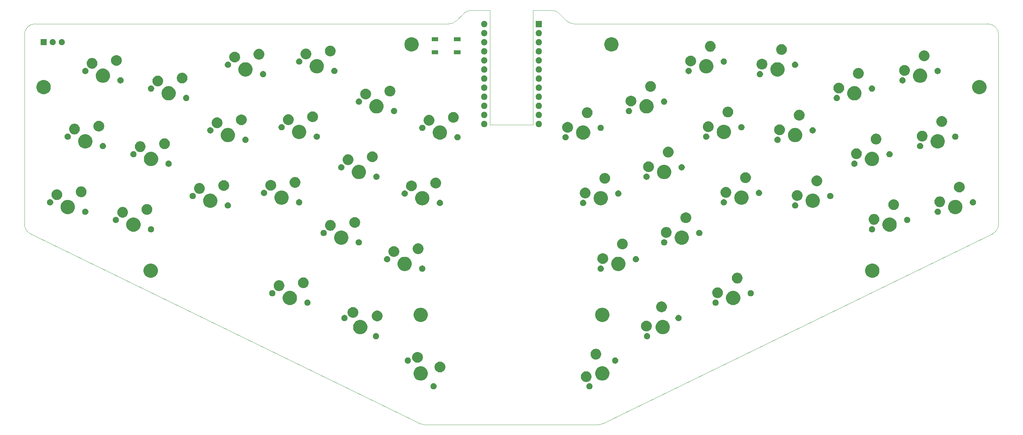
<source format=gbr>
%TF.GenerationSoftware,KiCad,Pcbnew,(5.1.6)-1*%
%TF.CreationDate,2020-07-18T08:53:22-05:00*%
%TF.ProjectId,ErgoChoco,4572676f-4368-46f6-936f-2e6b69636164,v1.0*%
%TF.SameCoordinates,Original*%
%TF.FileFunction,Soldermask,Top*%
%TF.FilePolarity,Negative*%
%FSLAX46Y46*%
G04 Gerber Fmt 4.6, Leading zero omitted, Abs format (unit mm)*
G04 Created by KiCad (PCBNEW (5.1.6)-1) date 2020-07-18 08:53:22*
%MOMM*%
%LPD*%
G01*
G04 APERTURE LIST*
%TA.AperFunction,Profile*%
%ADD10C,0.050000*%
%TD*%
%ADD11C,0.150000*%
G04 APERTURE END LIST*
D10*
X14163395Y-108216023D02*
G75*
G02*
X12431250Y-105497100I1267855J2718923D01*
G01*
X122828475Y-161218923D02*
G75*
G03*
X124096330Y-161500000I1267855J2718923D01*
G01*
X174034025Y-161218923D02*
G75*
G02*
X172766170Y-161500000I-1267855J2718923D01*
G01*
X282699105Y-108216023D02*
G75*
G03*
X284431250Y-105497100I-1267855J2718923D01*
G01*
X284431250Y-52500000D02*
G75*
G03*
X281431250Y-49500000I-3000000J0D01*
G01*
X163802570Y-48621320D02*
G75*
G03*
X165923890Y-49500000I2121320J2121320D01*
G01*
X161809930Y-46628680D02*
G75*
G03*
X159688610Y-45750000I-2121320J-2121320D01*
G01*
X135052570Y-46628680D02*
G75*
G02*
X137173890Y-45750000I2121320J-2121320D01*
G01*
X130938610Y-49500000D02*
G75*
G03*
X133059930Y-48621320I0J3000000D01*
G01*
X12431250Y-52500000D02*
G75*
G02*
X15431250Y-49500000I3000000J0D01*
G01*
X12431250Y-52500000D02*
X12431250Y-105497100D01*
X14163400Y-108216020D02*
X122828480Y-161218920D01*
X124096330Y-161500000D02*
X172766170Y-161500000D01*
X282699100Y-108216020D02*
X174034020Y-161218920D01*
X284431250Y-52500000D02*
X284431250Y-105497100D01*
X165923890Y-49500000D02*
X281431250Y-49500000D01*
X161809930Y-46628680D02*
X163802570Y-48621320D01*
X154431250Y-45750000D02*
X159688610Y-45750000D01*
X154431250Y-45750000D02*
X154431250Y-77750000D01*
X142431250Y-77750000D02*
X154431250Y-77750000D01*
X142431250Y-45750000D02*
X142431250Y-77750000D01*
X137173890Y-45750000D02*
X142431250Y-45750000D01*
X133059930Y-48621320D02*
X135052570Y-46628680D01*
X15431250Y-49500000D02*
X130938610Y-49500000D01*
D11*
G36*
X170453346Y-149961498D02*
G01*
X170612586Y-150027457D01*
X170612588Y-150027458D01*
X170684242Y-150075336D01*
X170755898Y-150123215D01*
X170877775Y-150245092D01*
X170973533Y-150388404D01*
X171039492Y-150547644D01*
X171073118Y-150716692D01*
X171073118Y-150889052D01*
X171039492Y-151058100D01*
X170973533Y-151217340D01*
X170877775Y-151360652D01*
X170755898Y-151482529D01*
X170684242Y-151530408D01*
X170612588Y-151578286D01*
X170612587Y-151578287D01*
X170612586Y-151578287D01*
X170453346Y-151644246D01*
X170284298Y-151677872D01*
X170111938Y-151677872D01*
X169942890Y-151644246D01*
X169783650Y-151578287D01*
X169783649Y-151578287D01*
X169783648Y-151578286D01*
X169711994Y-151530408D01*
X169640338Y-151482529D01*
X169518461Y-151360652D01*
X169422703Y-151217340D01*
X169356744Y-151058100D01*
X169323118Y-150889052D01*
X169323118Y-150716692D01*
X169356744Y-150547644D01*
X169422703Y-150388404D01*
X169518461Y-150245092D01*
X169640338Y-150123215D01*
X169711994Y-150075336D01*
X169783648Y-150027458D01*
X169783650Y-150027457D01*
X169942890Y-149961498D01*
X170111938Y-149927872D01*
X170284298Y-149927872D01*
X170453346Y-149961498D01*
G37*
G36*
X126921760Y-149961498D02*
G01*
X127081000Y-150027457D01*
X127081002Y-150027458D01*
X127152656Y-150075336D01*
X127224312Y-150123215D01*
X127346189Y-150245092D01*
X127441947Y-150388404D01*
X127507906Y-150547644D01*
X127541532Y-150716692D01*
X127541532Y-150889052D01*
X127507906Y-151058100D01*
X127441947Y-151217340D01*
X127346189Y-151360652D01*
X127224312Y-151482529D01*
X127152656Y-151530408D01*
X127081002Y-151578286D01*
X127081001Y-151578287D01*
X127081000Y-151578287D01*
X126921760Y-151644246D01*
X126752712Y-151677872D01*
X126580352Y-151677872D01*
X126411304Y-151644246D01*
X126252064Y-151578287D01*
X126252063Y-151578287D01*
X126252062Y-151578286D01*
X126180408Y-151530408D01*
X126108752Y-151482529D01*
X125986875Y-151360652D01*
X125891117Y-151217340D01*
X125825158Y-151058100D01*
X125791532Y-150889052D01*
X125791532Y-150716692D01*
X125825158Y-150547644D01*
X125891117Y-150388404D01*
X125986875Y-150245092D01*
X126108752Y-150123215D01*
X126180408Y-150075336D01*
X126252062Y-150027458D01*
X126252064Y-150027457D01*
X126411304Y-149961498D01*
X126580352Y-149927872D01*
X126752712Y-149927872D01*
X126921760Y-149961498D01*
G37*
G36*
X169544428Y-146628011D02*
G01*
X169737626Y-146666440D01*
X170010609Y-146779513D01*
X170256286Y-146943670D01*
X170465218Y-147152602D01*
X170629375Y-147398279D01*
X170742448Y-147671262D01*
X170800092Y-147961059D01*
X170800092Y-148256533D01*
X170742448Y-148546330D01*
X170629375Y-148819313D01*
X170465218Y-149064990D01*
X170256286Y-149273922D01*
X170010609Y-149438079D01*
X169737626Y-149551152D01*
X169544428Y-149589581D01*
X169447830Y-149608796D01*
X169152354Y-149608796D01*
X169055756Y-149589581D01*
X168862558Y-149551152D01*
X168589575Y-149438079D01*
X168343898Y-149273922D01*
X168134966Y-149064990D01*
X167970809Y-148819313D01*
X167857736Y-148546330D01*
X167800092Y-148256533D01*
X167800092Y-147961059D01*
X167857736Y-147671262D01*
X167970809Y-147398279D01*
X168134966Y-147152602D01*
X168343898Y-146943670D01*
X168589575Y-146779513D01*
X168862558Y-146666440D01*
X169055756Y-146628011D01*
X169152354Y-146608796D01*
X169447830Y-146608796D01*
X169544428Y-146628011D01*
G37*
G36*
X123399218Y-145242411D02*
G01*
X123656029Y-145293494D01*
X124018896Y-145443798D01*
X124018898Y-145443799D01*
X124182181Y-145552902D01*
X124345467Y-145662006D01*
X124623194Y-145939733D01*
X124841402Y-146266304D01*
X124991706Y-146629171D01*
X125068330Y-147014388D01*
X125068330Y-147407152D01*
X124991706Y-147792369D01*
X124841402Y-148155236D01*
X124841401Y-148155238D01*
X124773717Y-148256534D01*
X124623194Y-148481807D01*
X124345467Y-148759534D01*
X124256000Y-148819314D01*
X124018898Y-148977741D01*
X124018897Y-148977742D01*
X124018896Y-148977742D01*
X123656029Y-149128046D01*
X123399218Y-149179129D01*
X123270813Y-149204670D01*
X122878047Y-149204670D01*
X122749642Y-149179129D01*
X122492831Y-149128046D01*
X122129964Y-148977742D01*
X122129963Y-148977742D01*
X122129962Y-148977741D01*
X121892860Y-148819314D01*
X121803393Y-148759534D01*
X121525666Y-148481807D01*
X121375143Y-148256534D01*
X121307459Y-148155238D01*
X121307458Y-148155236D01*
X121157154Y-147792369D01*
X121080530Y-147407152D01*
X121080530Y-147014388D01*
X121157154Y-146629171D01*
X121307458Y-146266304D01*
X121525666Y-145939733D01*
X121803393Y-145662006D01*
X121966679Y-145552902D01*
X122129962Y-145443799D01*
X122129964Y-145443798D01*
X122492831Y-145293494D01*
X122749642Y-145242411D01*
X122878047Y-145216870D01*
X123270813Y-145216870D01*
X123399218Y-145242411D01*
G37*
G36*
X174115008Y-145242411D02*
G01*
X174371819Y-145293494D01*
X174734686Y-145443798D01*
X174734688Y-145443799D01*
X174897971Y-145552902D01*
X175061257Y-145662006D01*
X175338984Y-145939733D01*
X175557192Y-146266304D01*
X175707496Y-146629171D01*
X175784120Y-147014388D01*
X175784120Y-147407152D01*
X175707496Y-147792369D01*
X175557192Y-148155236D01*
X175557191Y-148155238D01*
X175489507Y-148256534D01*
X175338984Y-148481807D01*
X175061257Y-148759534D01*
X174971790Y-148819314D01*
X174734688Y-148977741D01*
X174734687Y-148977742D01*
X174734686Y-148977742D01*
X174371819Y-149128046D01*
X174115008Y-149179129D01*
X173986603Y-149204670D01*
X173593837Y-149204670D01*
X173465432Y-149179129D01*
X173208621Y-149128046D01*
X172845754Y-148977742D01*
X172845753Y-148977742D01*
X172845752Y-148977741D01*
X172608650Y-148819314D01*
X172519183Y-148759534D01*
X172241456Y-148481807D01*
X172090933Y-148256534D01*
X172023249Y-148155238D01*
X172023248Y-148155236D01*
X171872944Y-147792369D01*
X171796320Y-147407152D01*
X171796320Y-147014388D01*
X171872944Y-146629171D01*
X172023248Y-146266304D01*
X172241456Y-145939733D01*
X172519183Y-145662006D01*
X172682469Y-145552902D01*
X172845752Y-145443799D01*
X172845754Y-145443798D01*
X173208621Y-145293494D01*
X173465432Y-145242411D01*
X173593837Y-145216870D01*
X173986603Y-145216870D01*
X174115008Y-145242411D01*
G37*
G36*
X128706920Y-143933934D02*
G01*
X128900118Y-143972363D01*
X129173101Y-144085436D01*
X129418778Y-144249593D01*
X129627710Y-144458525D01*
X129791867Y-144704202D01*
X129904940Y-144977185D01*
X129962584Y-145266982D01*
X129962584Y-145562456D01*
X129904940Y-145852253D01*
X129791867Y-146125236D01*
X129627710Y-146370913D01*
X129418778Y-146579845D01*
X129173101Y-146744002D01*
X128900118Y-146857075D01*
X128706920Y-146895504D01*
X128610322Y-146914719D01*
X128314846Y-146914719D01*
X128218248Y-146895504D01*
X128025050Y-146857075D01*
X127752067Y-146744002D01*
X127506390Y-146579845D01*
X127297458Y-146370913D01*
X127133301Y-146125236D01*
X127020228Y-145852253D01*
X126962584Y-145562456D01*
X126962584Y-145266982D01*
X127020228Y-144977185D01*
X127133301Y-144704202D01*
X127297458Y-144458525D01*
X127506390Y-144249593D01*
X127752067Y-144085436D01*
X128025050Y-143972363D01*
X128218248Y-143933934D01*
X128314846Y-143914719D01*
X128610322Y-143914719D01*
X128706920Y-143933934D01*
G37*
G36*
X119737556Y-142777294D02*
G01*
X119896796Y-142843253D01*
X119896798Y-142843254D01*
X119934400Y-142868379D01*
X120040108Y-142939011D01*
X120161985Y-143060888D01*
X120161986Y-143060890D01*
X120226990Y-143158174D01*
X120257743Y-143204200D01*
X120323702Y-143363440D01*
X120357328Y-143532488D01*
X120357328Y-143704848D01*
X120323702Y-143873896D01*
X120257743Y-144033136D01*
X120161985Y-144176448D01*
X120040108Y-144298325D01*
X119968452Y-144346204D01*
X119896798Y-144394082D01*
X119896797Y-144394083D01*
X119896796Y-144394083D01*
X119737556Y-144460042D01*
X119568508Y-144493668D01*
X119396148Y-144493668D01*
X119227100Y-144460042D01*
X119067860Y-144394083D01*
X119067859Y-144394083D01*
X119067858Y-144394082D01*
X118996204Y-144346204D01*
X118924548Y-144298325D01*
X118802671Y-144176448D01*
X118706913Y-144033136D01*
X118640954Y-143873896D01*
X118607328Y-143704848D01*
X118607328Y-143532488D01*
X118640954Y-143363440D01*
X118706913Y-143204200D01*
X118737667Y-143158174D01*
X118802670Y-143060890D01*
X118802671Y-143060888D01*
X118924548Y-142939011D01*
X119030256Y-142868379D01*
X119067858Y-142843254D01*
X119067860Y-142843253D01*
X119227100Y-142777294D01*
X119396148Y-142743668D01*
X119568508Y-142743668D01*
X119737556Y-142777294D01*
G37*
G36*
X177637550Y-142777294D02*
G01*
X177796790Y-142843253D01*
X177796792Y-142843254D01*
X177834394Y-142868379D01*
X177940102Y-142939011D01*
X178061979Y-143060888D01*
X178061980Y-143060890D01*
X178126984Y-143158174D01*
X178157737Y-143204200D01*
X178223696Y-143363440D01*
X178257322Y-143532488D01*
X178257322Y-143704848D01*
X178223696Y-143873896D01*
X178157737Y-144033136D01*
X178061979Y-144176448D01*
X177940102Y-144298325D01*
X177868446Y-144346204D01*
X177796792Y-144394082D01*
X177796791Y-144394083D01*
X177796790Y-144394083D01*
X177637550Y-144460042D01*
X177468502Y-144493668D01*
X177296142Y-144493668D01*
X177127094Y-144460042D01*
X176967854Y-144394083D01*
X176967853Y-144394083D01*
X176967852Y-144394082D01*
X176896198Y-144346204D01*
X176824542Y-144298325D01*
X176702665Y-144176448D01*
X176606907Y-144033136D01*
X176540948Y-143873896D01*
X176507322Y-143704848D01*
X176507322Y-143532488D01*
X176540948Y-143363440D01*
X176606907Y-143204200D01*
X176637661Y-143158174D01*
X176702664Y-143060890D01*
X176702665Y-143060888D01*
X176824542Y-142939011D01*
X176930250Y-142868379D01*
X176967852Y-142843254D01*
X176967854Y-142843253D01*
X177127094Y-142777294D01*
X177296142Y-142743668D01*
X177468502Y-142743668D01*
X177637550Y-142777294D01*
G37*
G36*
X122420740Y-141239857D02*
G01*
X122613938Y-141278286D01*
X122886921Y-141391359D01*
X123132598Y-141555516D01*
X123341530Y-141764448D01*
X123505687Y-142010125D01*
X123618760Y-142283108D01*
X123618760Y-142283110D01*
X123676404Y-142572904D01*
X123676404Y-142868380D01*
X123657189Y-142964978D01*
X123618760Y-143158176D01*
X123505687Y-143431159D01*
X123341530Y-143676836D01*
X123132598Y-143885768D01*
X122886921Y-144049925D01*
X122613938Y-144162998D01*
X122420740Y-144201427D01*
X122324142Y-144220642D01*
X122028666Y-144220642D01*
X121932068Y-144201427D01*
X121738870Y-144162998D01*
X121465887Y-144049925D01*
X121220210Y-143885768D01*
X121011278Y-143676836D01*
X120847121Y-143431159D01*
X120734048Y-143158176D01*
X120695619Y-142964978D01*
X120676404Y-142868380D01*
X120676404Y-142572904D01*
X120734048Y-142283110D01*
X120734048Y-142283108D01*
X120847121Y-142010125D01*
X121011278Y-141764448D01*
X121220210Y-141555516D01*
X121465887Y-141391359D01*
X121738870Y-141278286D01*
X121932068Y-141239857D01*
X122028666Y-141220642D01*
X122324142Y-141220642D01*
X122420740Y-141239857D01*
G37*
G36*
X172238505Y-140341831D02*
G01*
X172431703Y-140380260D01*
X172704686Y-140493333D01*
X172950363Y-140657490D01*
X173159295Y-140866422D01*
X173323452Y-141112099D01*
X173436525Y-141385082D01*
X173494169Y-141674879D01*
X173494169Y-141970353D01*
X173436525Y-142260150D01*
X173323452Y-142533133D01*
X173159295Y-142778810D01*
X172950363Y-142987742D01*
X172704686Y-143151899D01*
X172431703Y-143264972D01*
X172238505Y-143303401D01*
X172141907Y-143322616D01*
X171846431Y-143322616D01*
X171749833Y-143303401D01*
X171556635Y-143264972D01*
X171283652Y-143151899D01*
X171037975Y-142987742D01*
X170829043Y-142778810D01*
X170664886Y-142533133D01*
X170551813Y-142260150D01*
X170494169Y-141970353D01*
X170494169Y-141674879D01*
X170551813Y-141385082D01*
X170664886Y-141112099D01*
X170829043Y-140866422D01*
X171037975Y-140657490D01*
X171283652Y-140493333D01*
X171556635Y-140380260D01*
X171749833Y-140341831D01*
X171846431Y-140322616D01*
X172141907Y-140322616D01*
X172238505Y-140341831D01*
G37*
G36*
X110849867Y-135957526D02*
G01*
X111009107Y-136023485D01*
X111009109Y-136023486D01*
X111080763Y-136071364D01*
X111152419Y-136119243D01*
X111274296Y-136241120D01*
X111370054Y-136384432D01*
X111436013Y-136543672D01*
X111469639Y-136712720D01*
X111469639Y-136885080D01*
X111436013Y-137054128D01*
X111370054Y-137213368D01*
X111274296Y-137356680D01*
X111152419Y-137478557D01*
X111080763Y-137526436D01*
X111009109Y-137574314D01*
X111009108Y-137574315D01*
X111009107Y-137574315D01*
X110849867Y-137640274D01*
X110680819Y-137673900D01*
X110508459Y-137673900D01*
X110339411Y-137640274D01*
X110180171Y-137574315D01*
X110180170Y-137574315D01*
X110180169Y-137574314D01*
X110108515Y-137526436D01*
X110036859Y-137478557D01*
X109914982Y-137356680D01*
X109819224Y-137213368D01*
X109753265Y-137054128D01*
X109719639Y-136885080D01*
X109719639Y-136712720D01*
X109753265Y-136543672D01*
X109819224Y-136384432D01*
X109914982Y-136241120D01*
X110036859Y-136119243D01*
X110108515Y-136071364D01*
X110180169Y-136023486D01*
X110180171Y-136023485D01*
X110339411Y-135957526D01*
X110508459Y-135923900D01*
X110680819Y-135923900D01*
X110849867Y-135957526D01*
G37*
G36*
X186525239Y-135957526D02*
G01*
X186684479Y-136023485D01*
X186684481Y-136023486D01*
X186756135Y-136071364D01*
X186827791Y-136119243D01*
X186949668Y-136241120D01*
X187045426Y-136384432D01*
X187111385Y-136543672D01*
X187145011Y-136712720D01*
X187145011Y-136885080D01*
X187111385Y-137054128D01*
X187045426Y-137213368D01*
X186949668Y-137356680D01*
X186827791Y-137478557D01*
X186756135Y-137526436D01*
X186684481Y-137574314D01*
X186684480Y-137574315D01*
X186684479Y-137574315D01*
X186525239Y-137640274D01*
X186356191Y-137673900D01*
X186183831Y-137673900D01*
X186014783Y-137640274D01*
X185855543Y-137574315D01*
X185855542Y-137574315D01*
X185855541Y-137574314D01*
X185783887Y-137526436D01*
X185712231Y-137478557D01*
X185590354Y-137356680D01*
X185494596Y-137213368D01*
X185428637Y-137054128D01*
X185395011Y-136885080D01*
X185395011Y-136712720D01*
X185428637Y-136543672D01*
X185494596Y-136384432D01*
X185590354Y-136241120D01*
X185712231Y-136119243D01*
X185783887Y-136071364D01*
X185855541Y-136023486D01*
X185855543Y-136023485D01*
X186014783Y-135957526D01*
X186183831Y-135923900D01*
X186356191Y-135923900D01*
X186525239Y-135957526D01*
G37*
G36*
X190924512Y-132276678D02*
G01*
X191251019Y-132341624D01*
X191546932Y-132464195D01*
X191613888Y-132491929D01*
X191658651Y-132521839D01*
X191940457Y-132710136D01*
X192218184Y-132987863D01*
X192218185Y-132987865D01*
X192395796Y-133253677D01*
X192436392Y-133314434D01*
X192586696Y-133677301D01*
X192663320Y-134062518D01*
X192663320Y-134455282D01*
X192586696Y-134840499D01*
X192436392Y-135203366D01*
X192218184Y-135529937D01*
X191940457Y-135807664D01*
X191777171Y-135916768D01*
X191613888Y-136025871D01*
X191613887Y-136025872D01*
X191613886Y-136025872D01*
X191251019Y-136176176D01*
X190994208Y-136227259D01*
X190865803Y-136252800D01*
X190473037Y-136252800D01*
X190344632Y-136227259D01*
X190087821Y-136176176D01*
X189724954Y-136025872D01*
X189724953Y-136025872D01*
X189724952Y-136025871D01*
X189561669Y-135916768D01*
X189398383Y-135807664D01*
X189120656Y-135529937D01*
X188902448Y-135203366D01*
X188752144Y-134840499D01*
X188675520Y-134455282D01*
X188675520Y-134062518D01*
X188752144Y-133677301D01*
X188902448Y-133314434D01*
X188943045Y-133253677D01*
X189120655Y-132987865D01*
X189120656Y-132987863D01*
X189398383Y-132710136D01*
X189680189Y-132521839D01*
X189724952Y-132491929D01*
X189791908Y-132464195D01*
X190087821Y-132341624D01*
X190414328Y-132276678D01*
X190473037Y-132265000D01*
X190865803Y-132265000D01*
X190924512Y-132276678D01*
G37*
G36*
X106450322Y-132276678D02*
G01*
X106776829Y-132341624D01*
X107072742Y-132464195D01*
X107139698Y-132491929D01*
X107184461Y-132521839D01*
X107466267Y-132710136D01*
X107743994Y-132987863D01*
X107743995Y-132987865D01*
X107921606Y-133253677D01*
X107962202Y-133314434D01*
X108112506Y-133677301D01*
X108189130Y-134062518D01*
X108189130Y-134455282D01*
X108112506Y-134840499D01*
X107962202Y-135203366D01*
X107743994Y-135529937D01*
X107466267Y-135807664D01*
X107302981Y-135916768D01*
X107139698Y-136025871D01*
X107139697Y-136025872D01*
X107139696Y-136025872D01*
X106776829Y-136176176D01*
X106520018Y-136227259D01*
X106391613Y-136252800D01*
X105998847Y-136252800D01*
X105870442Y-136227259D01*
X105613631Y-136176176D01*
X105250764Y-136025872D01*
X105250763Y-136025872D01*
X105250762Y-136025871D01*
X105087479Y-135916768D01*
X104924193Y-135807664D01*
X104646466Y-135529937D01*
X104428258Y-135203366D01*
X104277954Y-134840499D01*
X104201330Y-134455282D01*
X104201330Y-134062518D01*
X104277954Y-133677301D01*
X104428258Y-133314434D01*
X104468855Y-133253677D01*
X104646465Y-132987865D01*
X104646466Y-132987863D01*
X104924193Y-132710136D01*
X105205999Y-132521839D01*
X105250762Y-132491929D01*
X105317718Y-132464195D01*
X105613631Y-132341624D01*
X105940138Y-132276678D01*
X105998847Y-132265000D01*
X106391613Y-132265000D01*
X106450322Y-132276678D01*
G37*
G36*
X186344199Y-132483410D02*
G01*
X186537397Y-132521839D01*
X186810380Y-132634912D01*
X187056057Y-132799069D01*
X187264989Y-133008001D01*
X187429146Y-133253678D01*
X187542219Y-133526661D01*
X187599863Y-133816458D01*
X187599863Y-134111932D01*
X187542219Y-134401729D01*
X187429146Y-134674712D01*
X187264989Y-134920389D01*
X187056057Y-135129321D01*
X186810380Y-135293478D01*
X186537397Y-135406551D01*
X186344199Y-135444980D01*
X186247601Y-135464195D01*
X185952125Y-135464195D01*
X185855527Y-135444980D01*
X185662329Y-135406551D01*
X185389346Y-135293478D01*
X185143669Y-135129321D01*
X184934737Y-134920389D01*
X184770580Y-134674712D01*
X184657507Y-134401729D01*
X184599863Y-134111932D01*
X184599863Y-133816458D01*
X184657507Y-133526661D01*
X184770580Y-133253678D01*
X184934737Y-133008001D01*
X185143669Y-132799069D01*
X185389346Y-132634912D01*
X185662329Y-132521839D01*
X185855527Y-132483410D01*
X185952125Y-132464195D01*
X186247601Y-132464195D01*
X186344199Y-132483410D01*
G37*
G36*
X123657808Y-128905859D02*
G01*
X124021785Y-129056623D01*
X124349356Y-129275499D01*
X124627931Y-129554074D01*
X124846807Y-129881645D01*
X124997571Y-130245622D01*
X125074430Y-130632017D01*
X125074430Y-131025983D01*
X124997571Y-131412378D01*
X124846807Y-131776355D01*
X124627931Y-132103926D01*
X124349356Y-132382501D01*
X124021785Y-132601377D01*
X123657808Y-132752141D01*
X123271413Y-132829000D01*
X122877447Y-132829000D01*
X122491052Y-132752141D01*
X122127075Y-132601377D01*
X121799504Y-132382501D01*
X121520929Y-132103926D01*
X121302053Y-131776355D01*
X121151289Y-131412378D01*
X121074430Y-131025983D01*
X121074430Y-130632017D01*
X121151289Y-130245622D01*
X121302053Y-129881645D01*
X121520929Y-129554074D01*
X121799504Y-129275499D01*
X122127075Y-129056623D01*
X122491052Y-128905859D01*
X122877447Y-128829000D01*
X123271413Y-128829000D01*
X123657808Y-128905859D01*
G37*
G36*
X174371448Y-128905859D02*
G01*
X174735425Y-129056623D01*
X175062996Y-129275499D01*
X175341571Y-129554074D01*
X175560447Y-129881645D01*
X175711211Y-130245622D01*
X175788070Y-130632017D01*
X175788070Y-131025983D01*
X175711211Y-131412378D01*
X175560447Y-131776355D01*
X175341571Y-132103926D01*
X175062996Y-132382501D01*
X174735425Y-132601377D01*
X174371448Y-132752141D01*
X173985053Y-132829000D01*
X173591087Y-132829000D01*
X173204692Y-132752141D01*
X172840715Y-132601377D01*
X172513144Y-132382501D01*
X172234569Y-132103926D01*
X172015693Y-131776355D01*
X171864929Y-131412378D01*
X171788070Y-131025983D01*
X171788070Y-130632017D01*
X171864929Y-130245622D01*
X172015693Y-129881645D01*
X172234569Y-129554074D01*
X172513144Y-129275499D01*
X172840715Y-129056623D01*
X173204692Y-128905859D01*
X173591087Y-128829000D01*
X173985053Y-128829000D01*
X174371448Y-128905859D01*
G37*
G36*
X111179271Y-129648706D02*
G01*
X111372469Y-129687135D01*
X111645452Y-129800208D01*
X111891129Y-129964365D01*
X112100061Y-130173297D01*
X112264218Y-130418974D01*
X112377291Y-130691957D01*
X112434935Y-130981754D01*
X112434935Y-131277228D01*
X112377291Y-131567025D01*
X112264218Y-131840008D01*
X112100061Y-132085685D01*
X111891129Y-132294617D01*
X111645452Y-132458774D01*
X111372469Y-132571847D01*
X111224016Y-132601376D01*
X111082673Y-132629491D01*
X110787197Y-132629491D01*
X110645854Y-132601376D01*
X110497401Y-132571847D01*
X110224418Y-132458774D01*
X109978741Y-132294617D01*
X109769809Y-132085685D01*
X109605652Y-131840008D01*
X109492579Y-131567025D01*
X109434935Y-131277228D01*
X109434935Y-130981754D01*
X109492579Y-130691957D01*
X109605652Y-130418974D01*
X109769809Y-130173297D01*
X109978741Y-129964365D01*
X110224418Y-129800208D01*
X110497401Y-129687135D01*
X110690599Y-129648706D01*
X110787197Y-129629491D01*
X111082673Y-129629491D01*
X111179271Y-129648706D01*
G37*
G36*
X195324057Y-130877526D02*
G01*
X195483297Y-130943485D01*
X195483299Y-130943486D01*
X195540569Y-130981753D01*
X195626609Y-131039243D01*
X195748486Y-131161120D01*
X195844244Y-131304432D01*
X195910203Y-131463672D01*
X195943829Y-131632720D01*
X195943829Y-131805080D01*
X195910203Y-131974128D01*
X195844244Y-132133368D01*
X195748486Y-132276680D01*
X195626609Y-132398557D01*
X195554953Y-132446436D01*
X195483299Y-132494314D01*
X195483298Y-132494315D01*
X195483297Y-132494315D01*
X195324057Y-132560274D01*
X195155009Y-132593900D01*
X194982649Y-132593900D01*
X194813601Y-132560274D01*
X194654361Y-132494315D01*
X194654360Y-132494315D01*
X194654359Y-132494314D01*
X194582705Y-132446436D01*
X194511049Y-132398557D01*
X194389172Y-132276680D01*
X194293414Y-132133368D01*
X194227455Y-131974128D01*
X194193829Y-131805080D01*
X194193829Y-131632720D01*
X194227455Y-131463672D01*
X194293414Y-131304432D01*
X194389172Y-131161120D01*
X194511049Y-131039243D01*
X194597089Y-130981753D01*
X194654359Y-130943486D01*
X194654361Y-130943485D01*
X194813601Y-130877526D01*
X194982649Y-130843900D01*
X195155009Y-130843900D01*
X195324057Y-130877526D01*
G37*
G36*
X102051049Y-130877526D02*
G01*
X102210289Y-130943485D01*
X102210291Y-130943486D01*
X102267561Y-130981753D01*
X102353601Y-131039243D01*
X102475478Y-131161120D01*
X102571236Y-131304432D01*
X102637195Y-131463672D01*
X102670821Y-131632720D01*
X102670821Y-131805080D01*
X102637195Y-131974128D01*
X102571236Y-132133368D01*
X102475478Y-132276680D01*
X102353601Y-132398557D01*
X102281945Y-132446436D01*
X102210291Y-132494314D01*
X102210290Y-132494315D01*
X102210289Y-132494315D01*
X102051049Y-132560274D01*
X101882001Y-132593900D01*
X101709641Y-132593900D01*
X101540593Y-132560274D01*
X101381353Y-132494315D01*
X101381352Y-132494315D01*
X101381351Y-132494314D01*
X101309697Y-132446436D01*
X101238041Y-132398557D01*
X101116164Y-132276680D01*
X101020406Y-132133368D01*
X100954447Y-131974128D01*
X100920821Y-131805080D01*
X100920821Y-131632720D01*
X100954447Y-131463672D01*
X101020406Y-131304432D01*
X101116164Y-131161120D01*
X101238041Y-131039243D01*
X101324081Y-130981753D01*
X101381351Y-130943486D01*
X101381353Y-130943485D01*
X101540593Y-130877526D01*
X101709641Y-130843900D01*
X101882001Y-130843900D01*
X102051049Y-130877526D01*
G37*
G36*
X104410009Y-128673410D02*
G01*
X104603207Y-128711839D01*
X104876190Y-128824912D01*
X105121867Y-128989069D01*
X105330799Y-129198001D01*
X105494956Y-129443678D01*
X105608029Y-129716661D01*
X105665673Y-130006458D01*
X105665673Y-130301932D01*
X105608029Y-130591729D01*
X105494956Y-130864712D01*
X105330799Y-131110389D01*
X105121867Y-131319321D01*
X104876190Y-131483478D01*
X104603207Y-131596551D01*
X104410009Y-131634980D01*
X104313411Y-131654195D01*
X104017935Y-131654195D01*
X103921337Y-131634980D01*
X103728139Y-131596551D01*
X103455156Y-131483478D01*
X103209479Y-131319321D01*
X103000547Y-131110389D01*
X102836390Y-130864712D01*
X102723317Y-130591729D01*
X102665673Y-130301932D01*
X102665673Y-130006458D01*
X102723317Y-129716661D01*
X102836390Y-129443678D01*
X103000547Y-129198001D01*
X103209479Y-128989069D01*
X103455156Y-128824912D01*
X103728139Y-128711839D01*
X103921337Y-128673410D01*
X104017935Y-128654195D01*
X104313411Y-128654195D01*
X104410009Y-128673410D01*
G37*
G36*
X190573461Y-127108706D02*
G01*
X190766659Y-127147135D01*
X191039642Y-127260208D01*
X191285319Y-127424365D01*
X191494251Y-127633297D01*
X191658408Y-127878974D01*
X191771481Y-128151957D01*
X191829125Y-128441754D01*
X191829125Y-128737228D01*
X191771481Y-129027025D01*
X191658408Y-129300008D01*
X191494251Y-129545685D01*
X191285319Y-129754617D01*
X191039642Y-129918774D01*
X190766659Y-130031847D01*
X190573461Y-130070276D01*
X190476863Y-130089491D01*
X190181387Y-130089491D01*
X190084789Y-130070276D01*
X189891591Y-130031847D01*
X189618608Y-129918774D01*
X189372931Y-129754617D01*
X189163999Y-129545685D01*
X188999842Y-129300008D01*
X188886769Y-129027025D01*
X188829125Y-128737228D01*
X188829125Y-128441754D01*
X188886769Y-128151957D01*
X188999842Y-127878974D01*
X189163999Y-127633297D01*
X189372931Y-127424365D01*
X189618608Y-127260208D01*
X189891591Y-127147135D01*
X190084789Y-127108706D01*
X190181387Y-127089491D01*
X190476863Y-127089491D01*
X190573461Y-127108706D01*
G37*
G36*
X91701111Y-126590447D02*
G01*
X91860351Y-126656406D01*
X91860353Y-126656407D01*
X91923524Y-126698617D01*
X92003663Y-126752164D01*
X92125540Y-126874041D01*
X92221298Y-127017353D01*
X92287257Y-127176593D01*
X92320883Y-127345641D01*
X92320883Y-127518001D01*
X92287257Y-127687049D01*
X92221298Y-127846289D01*
X92125540Y-127989601D01*
X92003663Y-128111478D01*
X91943082Y-128151957D01*
X91860353Y-128207235D01*
X91860352Y-128207236D01*
X91860351Y-128207236D01*
X91701111Y-128273195D01*
X91532063Y-128306821D01*
X91359703Y-128306821D01*
X91190655Y-128273195D01*
X91031415Y-128207236D01*
X91031414Y-128207236D01*
X91031413Y-128207235D01*
X90948684Y-128151957D01*
X90888103Y-128111478D01*
X90766226Y-127989601D01*
X90670468Y-127846289D01*
X90604509Y-127687049D01*
X90570883Y-127518001D01*
X90570883Y-127345641D01*
X90604509Y-127176593D01*
X90670468Y-127017353D01*
X90766226Y-126874041D01*
X90888103Y-126752164D01*
X90968242Y-126698617D01*
X91031413Y-126656407D01*
X91031415Y-126656406D01*
X91190655Y-126590447D01*
X91359703Y-126556821D01*
X91532063Y-126556821D01*
X91701111Y-126590447D01*
G37*
G36*
X205673995Y-126590447D02*
G01*
X205833235Y-126656406D01*
X205833237Y-126656407D01*
X205896408Y-126698617D01*
X205976547Y-126752164D01*
X206098424Y-126874041D01*
X206194182Y-127017353D01*
X206260141Y-127176593D01*
X206293767Y-127345641D01*
X206293767Y-127518001D01*
X206260141Y-127687049D01*
X206194182Y-127846289D01*
X206098424Y-127989601D01*
X205976547Y-128111478D01*
X205915966Y-128151957D01*
X205833237Y-128207235D01*
X205833236Y-128207236D01*
X205833235Y-128207236D01*
X205673995Y-128273195D01*
X205504947Y-128306821D01*
X205332587Y-128306821D01*
X205163539Y-128273195D01*
X205004299Y-128207236D01*
X205004298Y-128207236D01*
X205004297Y-128207235D01*
X204921568Y-128151957D01*
X204860987Y-128111478D01*
X204739110Y-127989601D01*
X204643352Y-127846289D01*
X204577393Y-127687049D01*
X204543767Y-127518001D01*
X204543767Y-127345641D01*
X204577393Y-127176593D01*
X204643352Y-127017353D01*
X204739110Y-126874041D01*
X204860987Y-126752164D01*
X204941126Y-126698617D01*
X205004297Y-126656407D01*
X205004299Y-126656406D01*
X205163539Y-126590447D01*
X205332587Y-126556821D01*
X205504947Y-126556821D01*
X205673995Y-126590447D01*
G37*
G36*
X86863768Y-124148661D02*
G01*
X87120579Y-124199744D01*
X87483446Y-124350048D01*
X87483448Y-124350049D01*
X87646731Y-124459152D01*
X87810017Y-124568256D01*
X88087744Y-124845983D01*
X88305952Y-125172554D01*
X88456256Y-125535421D01*
X88532880Y-125920638D01*
X88532880Y-126313402D01*
X88456256Y-126698619D01*
X88305952Y-127061486D01*
X88087744Y-127388057D01*
X87810017Y-127665784D01*
X87646731Y-127774888D01*
X87483448Y-127883991D01*
X87483447Y-127883992D01*
X87483446Y-127883992D01*
X87120579Y-128034296D01*
X86863768Y-128085379D01*
X86735363Y-128110920D01*
X86342597Y-128110920D01*
X86214192Y-128085379D01*
X85957381Y-128034296D01*
X85594514Y-127883992D01*
X85594513Y-127883992D01*
X85594512Y-127883991D01*
X85431229Y-127774888D01*
X85267943Y-127665784D01*
X84990216Y-127388057D01*
X84772008Y-127061486D01*
X84621704Y-126698619D01*
X84545080Y-126313402D01*
X84545080Y-125920638D01*
X84621704Y-125535421D01*
X84772008Y-125172554D01*
X84990216Y-124845983D01*
X85267943Y-124568256D01*
X85431228Y-124459152D01*
X85594512Y-124350049D01*
X85594514Y-124350048D01*
X85957381Y-124199744D01*
X86214192Y-124148661D01*
X86342597Y-124123120D01*
X86735363Y-124123120D01*
X86863768Y-124148661D01*
G37*
G36*
X210650458Y-124148661D02*
G01*
X210907269Y-124199744D01*
X211270136Y-124350048D01*
X211270138Y-124350049D01*
X211433421Y-124459152D01*
X211596707Y-124568256D01*
X211874434Y-124845983D01*
X212092642Y-125172554D01*
X212242946Y-125535421D01*
X212319570Y-125920638D01*
X212319570Y-126313402D01*
X212242946Y-126698619D01*
X212092642Y-127061486D01*
X211874434Y-127388057D01*
X211596707Y-127665784D01*
X211433421Y-127774888D01*
X211270138Y-127883991D01*
X211270137Y-127883992D01*
X211270136Y-127883992D01*
X210907269Y-128034296D01*
X210650458Y-128085379D01*
X210522053Y-128110920D01*
X210129287Y-128110920D01*
X210000882Y-128085379D01*
X209744071Y-128034296D01*
X209381204Y-127883992D01*
X209381203Y-127883992D01*
X209381202Y-127883991D01*
X209217919Y-127774888D01*
X209054633Y-127665784D01*
X208776906Y-127388057D01*
X208558698Y-127061486D01*
X208408394Y-126698619D01*
X208331770Y-126313402D01*
X208331770Y-125920638D01*
X208408394Y-125535421D01*
X208558698Y-125172554D01*
X208776906Y-124845983D01*
X209054633Y-124568256D01*
X209217918Y-124459152D01*
X209381202Y-124350049D01*
X209381204Y-124350048D01*
X209744071Y-124199744D01*
X210000882Y-124148661D01*
X210129287Y-124123120D01*
X210522053Y-124123120D01*
X210650458Y-124148661D01*
G37*
G36*
X206232428Y-123168884D02*
G01*
X206425626Y-123207313D01*
X206698609Y-123320386D01*
X206944286Y-123484543D01*
X207153218Y-123693475D01*
X207317375Y-123939152D01*
X207430448Y-124212135D01*
X207457881Y-124350049D01*
X207488092Y-124501931D01*
X207488092Y-124797407D01*
X207478429Y-124845985D01*
X207430448Y-125087203D01*
X207317375Y-125360186D01*
X207153218Y-125605863D01*
X206944286Y-125814795D01*
X206698609Y-125978952D01*
X206425626Y-126092025D01*
X206232428Y-126130454D01*
X206135830Y-126149669D01*
X205840354Y-126149669D01*
X205743756Y-126130454D01*
X205550558Y-126092025D01*
X205277575Y-125978952D01*
X205031898Y-125814795D01*
X204822966Y-125605863D01*
X204658809Y-125360186D01*
X204545736Y-125087203D01*
X204497755Y-124845985D01*
X204488092Y-124797407D01*
X204488092Y-124501931D01*
X204518303Y-124350049D01*
X204545736Y-124212135D01*
X204658809Y-123939152D01*
X204822966Y-123693475D01*
X205031898Y-123484543D01*
X205277575Y-123320386D01*
X205550558Y-123207313D01*
X205743756Y-123168884D01*
X205840354Y-123149669D01*
X206135830Y-123149669D01*
X206232428Y-123168884D01*
G37*
G36*
X81887305Y-123960845D02*
G01*
X82046545Y-124026804D01*
X82046547Y-124026805D01*
X82118201Y-124074683D01*
X82189857Y-124122562D01*
X82311734Y-124244439D01*
X82407492Y-124387751D01*
X82473451Y-124546991D01*
X82507077Y-124716039D01*
X82507077Y-124888399D01*
X82473451Y-125057447D01*
X82407492Y-125216687D01*
X82311734Y-125359999D01*
X82189857Y-125481876D01*
X82118201Y-125529755D01*
X82046547Y-125577633D01*
X82046546Y-125577634D01*
X82046545Y-125577634D01*
X81887305Y-125643593D01*
X81718257Y-125677219D01*
X81545897Y-125677219D01*
X81376849Y-125643593D01*
X81217609Y-125577634D01*
X81217608Y-125577634D01*
X81217607Y-125577633D01*
X81145953Y-125529755D01*
X81074297Y-125481876D01*
X80952420Y-125359999D01*
X80856662Y-125216687D01*
X80790703Y-125057447D01*
X80757077Y-124888399D01*
X80757077Y-124716039D01*
X80790703Y-124546991D01*
X80856662Y-124387751D01*
X80952420Y-124244439D01*
X81074297Y-124122562D01*
X81145953Y-124074683D01*
X81217607Y-124026805D01*
X81217609Y-124026804D01*
X81376849Y-123960845D01*
X81545897Y-123927219D01*
X81718257Y-123927219D01*
X81887305Y-123960845D01*
G37*
G36*
X215487801Y-123960845D02*
G01*
X215647041Y-124026804D01*
X215647043Y-124026805D01*
X215718697Y-124074683D01*
X215790353Y-124122562D01*
X215912230Y-124244439D01*
X216007988Y-124387751D01*
X216073947Y-124546991D01*
X216107573Y-124716039D01*
X216107573Y-124888399D01*
X216073947Y-125057447D01*
X216007988Y-125216687D01*
X215912230Y-125359999D01*
X215790353Y-125481876D01*
X215718697Y-125529755D01*
X215647043Y-125577633D01*
X215647042Y-125577634D01*
X215647041Y-125577634D01*
X215487801Y-125643593D01*
X215318753Y-125677219D01*
X215146393Y-125677219D01*
X214977345Y-125643593D01*
X214818105Y-125577634D01*
X214818104Y-125577634D01*
X214818103Y-125577633D01*
X214746449Y-125529755D01*
X214674793Y-125481876D01*
X214552916Y-125359999D01*
X214457158Y-125216687D01*
X214391199Y-125057447D01*
X214357573Y-124888399D01*
X214357573Y-124716039D01*
X214391199Y-124546991D01*
X214457158Y-124387751D01*
X214552916Y-124244439D01*
X214674793Y-124122562D01*
X214746449Y-124074683D01*
X214818103Y-124026805D01*
X214818105Y-124026804D01*
X214977345Y-123960845D01*
X215146393Y-123927219D01*
X215318753Y-123927219D01*
X215487801Y-123960845D01*
G37*
G36*
X83760539Y-121196683D02*
G01*
X83953737Y-121235112D01*
X84226720Y-121348185D01*
X84472397Y-121512342D01*
X84681329Y-121721274D01*
X84845486Y-121966951D01*
X84958559Y-122239934D01*
X85016203Y-122529731D01*
X85016203Y-122825205D01*
X84958559Y-123115002D01*
X84845486Y-123387985D01*
X84681329Y-123633662D01*
X84472397Y-123842594D01*
X84226720Y-124006751D01*
X83953737Y-124119824D01*
X83760539Y-124158253D01*
X83663941Y-124177468D01*
X83368465Y-124177468D01*
X83271867Y-124158253D01*
X83078669Y-124119824D01*
X82805686Y-124006751D01*
X82560009Y-123842594D01*
X82351077Y-123633662D01*
X82186920Y-123387985D01*
X82073847Y-123115002D01*
X82016203Y-122825205D01*
X82016203Y-122529731D01*
X82073847Y-122239934D01*
X82186920Y-121966951D01*
X82351077Y-121721274D01*
X82560009Y-121512342D01*
X82805686Y-121348185D01*
X83078669Y-121235112D01*
X83271867Y-121196683D01*
X83368465Y-121177468D01*
X83663941Y-121177468D01*
X83760539Y-121196683D01*
G37*
G36*
X90551568Y-120386732D02*
G01*
X90744766Y-120425161D01*
X91017749Y-120538234D01*
X91263426Y-120702391D01*
X91472358Y-120911323D01*
X91636515Y-121157000D01*
X91749588Y-121429983D01*
X91807232Y-121719780D01*
X91807232Y-122015254D01*
X91749588Y-122305051D01*
X91636515Y-122578034D01*
X91472358Y-122823711D01*
X91263426Y-123032643D01*
X91017749Y-123196800D01*
X90744766Y-123309873D01*
X90551568Y-123348302D01*
X90454970Y-123367517D01*
X90159494Y-123367517D01*
X90062896Y-123348302D01*
X89869698Y-123309873D01*
X89596715Y-123196800D01*
X89351038Y-123032643D01*
X89142106Y-122823711D01*
X88977949Y-122578034D01*
X88864876Y-122305051D01*
X88807232Y-122015254D01*
X88807232Y-121719780D01*
X88864876Y-121429983D01*
X88977949Y-121157000D01*
X89142106Y-120911323D01*
X89351038Y-120702391D01*
X89596715Y-120538234D01*
X89869698Y-120425161D01*
X90062896Y-120386732D01*
X90159494Y-120367517D01*
X90454970Y-120367517D01*
X90551568Y-120386732D01*
G37*
G36*
X211708657Y-119071931D02*
G01*
X211901855Y-119110360D01*
X212174838Y-119223433D01*
X212420515Y-119387590D01*
X212629447Y-119596522D01*
X212793604Y-119842199D01*
X212906677Y-120115182D01*
X212964321Y-120404979D01*
X212964321Y-120700453D01*
X212906677Y-120990250D01*
X212793604Y-121263233D01*
X212629447Y-121508910D01*
X212420515Y-121717842D01*
X212174838Y-121881999D01*
X211901855Y-121995072D01*
X211708657Y-122033501D01*
X211612059Y-122052716D01*
X211316583Y-122052716D01*
X211219985Y-122033501D01*
X211026787Y-121995072D01*
X210753804Y-121881999D01*
X210508127Y-121717842D01*
X210299195Y-121508910D01*
X210135038Y-121263233D01*
X210021965Y-120990250D01*
X209964321Y-120700453D01*
X209964321Y-120404979D01*
X210021965Y-120115182D01*
X210135038Y-119842199D01*
X210299195Y-119596522D01*
X210508127Y-119387590D01*
X210753804Y-119223433D01*
X211026787Y-119110360D01*
X211219985Y-119071931D01*
X211316583Y-119052716D01*
X211612059Y-119052716D01*
X211708657Y-119071931D01*
G37*
G36*
X48271878Y-116567859D02*
G01*
X48635855Y-116718623D01*
X48963426Y-116937499D01*
X49242001Y-117216074D01*
X49460877Y-117543645D01*
X49611641Y-117907622D01*
X49688500Y-118294017D01*
X49688500Y-118687983D01*
X49611641Y-119074378D01*
X49460877Y-119438355D01*
X49242001Y-119765926D01*
X48963426Y-120044501D01*
X48635855Y-120263377D01*
X48271878Y-120414141D01*
X47885483Y-120491000D01*
X47491517Y-120491000D01*
X47105122Y-120414141D01*
X46741145Y-120263377D01*
X46413574Y-120044501D01*
X46134999Y-119765926D01*
X45916123Y-119438355D01*
X45765359Y-119074378D01*
X45688500Y-118687983D01*
X45688500Y-118294017D01*
X45765359Y-117907622D01*
X45916123Y-117543645D01*
X46134999Y-117216074D01*
X46413574Y-116937499D01*
X46741145Y-116718623D01*
X47105122Y-116567859D01*
X47491517Y-116491000D01*
X47885483Y-116491000D01*
X48271878Y-116567859D01*
G37*
G36*
X249757378Y-116567859D02*
G01*
X250121355Y-116718623D01*
X250448926Y-116937499D01*
X250727501Y-117216074D01*
X250946377Y-117543645D01*
X251097141Y-117907622D01*
X251174000Y-118294017D01*
X251174000Y-118687983D01*
X251097141Y-119074378D01*
X250946377Y-119438355D01*
X250727501Y-119765926D01*
X250448926Y-120044501D01*
X250121355Y-120263377D01*
X249757378Y-120414141D01*
X249370983Y-120491000D01*
X248977017Y-120491000D01*
X248590622Y-120414141D01*
X248226645Y-120263377D01*
X247899074Y-120044501D01*
X247620499Y-119765926D01*
X247401623Y-119438355D01*
X247250859Y-119074378D01*
X247174000Y-118687983D01*
X247174000Y-118294017D01*
X247250859Y-117907622D01*
X247401623Y-117543645D01*
X247620499Y-117216074D01*
X247899074Y-116937499D01*
X248226645Y-116718623D01*
X248590622Y-116567859D01*
X248977017Y-116491000D01*
X249370983Y-116491000D01*
X249757378Y-116567859D01*
G37*
G36*
X123759331Y-117063087D02*
G01*
X123918571Y-117129046D01*
X123918573Y-117129047D01*
X123981744Y-117171257D01*
X124061883Y-117224804D01*
X124183760Y-117346681D01*
X124279518Y-117489993D01*
X124345477Y-117649233D01*
X124379103Y-117818281D01*
X124379103Y-117990641D01*
X124345477Y-118159689D01*
X124279518Y-118318929D01*
X124183760Y-118462241D01*
X124061883Y-118584118D01*
X123990227Y-118631997D01*
X123918573Y-118679875D01*
X123918572Y-118679876D01*
X123918571Y-118679876D01*
X123759331Y-118745835D01*
X123590283Y-118779461D01*
X123417923Y-118779461D01*
X123248875Y-118745835D01*
X123089635Y-118679876D01*
X123089634Y-118679876D01*
X123089633Y-118679875D01*
X123017979Y-118631997D01*
X122946323Y-118584118D01*
X122824446Y-118462241D01*
X122728688Y-118318929D01*
X122662729Y-118159689D01*
X122629103Y-117990641D01*
X122629103Y-117818281D01*
X122662729Y-117649233D01*
X122728688Y-117489993D01*
X122824446Y-117346681D01*
X122946323Y-117224804D01*
X123026462Y-117171257D01*
X123089633Y-117129047D01*
X123089635Y-117129046D01*
X123248875Y-117063087D01*
X123417923Y-117029461D01*
X123590283Y-117029461D01*
X123759331Y-117063087D01*
G37*
G36*
X173615775Y-117063087D02*
G01*
X173775015Y-117129046D01*
X173775017Y-117129047D01*
X173838188Y-117171257D01*
X173918327Y-117224804D01*
X174040204Y-117346681D01*
X174135962Y-117489993D01*
X174201921Y-117649233D01*
X174235547Y-117818281D01*
X174235547Y-117990641D01*
X174201921Y-118159689D01*
X174135962Y-118318929D01*
X174040204Y-118462241D01*
X173918327Y-118584118D01*
X173846671Y-118631997D01*
X173775017Y-118679875D01*
X173775016Y-118679876D01*
X173775015Y-118679876D01*
X173615775Y-118745835D01*
X173446727Y-118779461D01*
X173274367Y-118779461D01*
X173105319Y-118745835D01*
X172946079Y-118679876D01*
X172946078Y-118679876D01*
X172946077Y-118679875D01*
X172874423Y-118631997D01*
X172802767Y-118584118D01*
X172680890Y-118462241D01*
X172585132Y-118318929D01*
X172519173Y-118159689D01*
X172485547Y-117990641D01*
X172485547Y-117818281D01*
X172519173Y-117649233D01*
X172585132Y-117489993D01*
X172680890Y-117346681D01*
X172802767Y-117224804D01*
X172882906Y-117171257D01*
X172946077Y-117129047D01*
X172946079Y-117129046D01*
X173105319Y-117063087D01*
X173274367Y-117029461D01*
X173446727Y-117029461D01*
X173615775Y-117063087D01*
G37*
G36*
X178592238Y-114621301D02*
G01*
X178849049Y-114672384D01*
X179211916Y-114822688D01*
X179211918Y-114822689D01*
X179375202Y-114931792D01*
X179538487Y-115040896D01*
X179816214Y-115318623D01*
X180034422Y-115645194D01*
X180184726Y-116008061D01*
X180261350Y-116393278D01*
X180261350Y-116786042D01*
X180184726Y-117171259D01*
X180112064Y-117346681D01*
X180034421Y-117534128D01*
X180028062Y-117543645D01*
X179816214Y-117860697D01*
X179538487Y-118138424D01*
X179375201Y-118247528D01*
X179211918Y-118356631D01*
X179211917Y-118356632D01*
X179211916Y-118356632D01*
X178849049Y-118506936D01*
X178592238Y-118558019D01*
X178463833Y-118583560D01*
X178071067Y-118583560D01*
X177942662Y-118558019D01*
X177685851Y-118506936D01*
X177322984Y-118356632D01*
X177322983Y-118356632D01*
X177322982Y-118356631D01*
X177159699Y-118247528D01*
X176996413Y-118138424D01*
X176718686Y-117860697D01*
X176506838Y-117543645D01*
X176500479Y-117534128D01*
X176422836Y-117346681D01*
X176350174Y-117171259D01*
X176273550Y-116786042D01*
X176273550Y-116393278D01*
X176350174Y-116008061D01*
X176500478Y-115645194D01*
X176718686Y-115318623D01*
X176996413Y-115040896D01*
X177159698Y-114931792D01*
X177322982Y-114822689D01*
X177322984Y-114822688D01*
X177685851Y-114672384D01*
X177942662Y-114621301D01*
X178071067Y-114595760D01*
X178463833Y-114595760D01*
X178592238Y-114621301D01*
G37*
G36*
X118921988Y-114621301D02*
G01*
X119178799Y-114672384D01*
X119541666Y-114822688D01*
X119541668Y-114822689D01*
X119704952Y-114931792D01*
X119868237Y-115040896D01*
X120145964Y-115318623D01*
X120364172Y-115645194D01*
X120514476Y-116008061D01*
X120591100Y-116393278D01*
X120591100Y-116786042D01*
X120514476Y-117171259D01*
X120441814Y-117346681D01*
X120364171Y-117534128D01*
X120357812Y-117543645D01*
X120145964Y-117860697D01*
X119868237Y-118138424D01*
X119704951Y-118247528D01*
X119541668Y-118356631D01*
X119541667Y-118356632D01*
X119541666Y-118356632D01*
X119178799Y-118506936D01*
X118921988Y-118558019D01*
X118793583Y-118583560D01*
X118400817Y-118583560D01*
X118272412Y-118558019D01*
X118015601Y-118506936D01*
X117652734Y-118356632D01*
X117652733Y-118356632D01*
X117652732Y-118356631D01*
X117489449Y-118247528D01*
X117326163Y-118138424D01*
X117048436Y-117860697D01*
X116836588Y-117543645D01*
X116830229Y-117534128D01*
X116752586Y-117346681D01*
X116679924Y-117171259D01*
X116603300Y-116786042D01*
X116603300Y-116393278D01*
X116679924Y-116008061D01*
X116830228Y-115645194D01*
X117048436Y-115318623D01*
X117326163Y-115040896D01*
X117489448Y-114931792D01*
X117652732Y-114822689D01*
X117652734Y-114822688D01*
X118015601Y-114672384D01*
X118272412Y-114621301D01*
X118400817Y-114595760D01*
X118793583Y-114595760D01*
X118921988Y-114621301D01*
G37*
G36*
X174174208Y-113641524D02*
G01*
X174367406Y-113679953D01*
X174640389Y-113793026D01*
X174886066Y-113957183D01*
X175094998Y-114166115D01*
X175259155Y-114411792D01*
X175372228Y-114684775D01*
X175399661Y-114822689D01*
X175429872Y-114974571D01*
X175429872Y-115270047D01*
X175420209Y-115318625D01*
X175372228Y-115559843D01*
X175259155Y-115832826D01*
X175094998Y-116078503D01*
X174886066Y-116287435D01*
X174640389Y-116451592D01*
X174367406Y-116564665D01*
X174174208Y-116603094D01*
X174077610Y-116622309D01*
X173782134Y-116622309D01*
X173685536Y-116603094D01*
X173492338Y-116564665D01*
X173219355Y-116451592D01*
X172973678Y-116287435D01*
X172764746Y-116078503D01*
X172600589Y-115832826D01*
X172487516Y-115559843D01*
X172439535Y-115318625D01*
X172429872Y-115270047D01*
X172429872Y-114974571D01*
X172460083Y-114822689D01*
X172487516Y-114684775D01*
X172600589Y-114411792D01*
X172764746Y-114166115D01*
X172973678Y-113957183D01*
X173219355Y-113793026D01*
X173492338Y-113679953D01*
X173685536Y-113641524D01*
X173782134Y-113622309D01*
X174077610Y-113622309D01*
X174174208Y-113641524D01*
G37*
G36*
X113945525Y-114433485D02*
G01*
X114104765Y-114499444D01*
X114104767Y-114499445D01*
X114176421Y-114547323D01*
X114248077Y-114595202D01*
X114369954Y-114717079D01*
X114465712Y-114860391D01*
X114531671Y-115019631D01*
X114565297Y-115188679D01*
X114565297Y-115361039D01*
X114531671Y-115530087D01*
X114465712Y-115689327D01*
X114369954Y-115832639D01*
X114248077Y-115954516D01*
X114176421Y-116002395D01*
X114104767Y-116050273D01*
X114104766Y-116050274D01*
X114104765Y-116050274D01*
X113945525Y-116116233D01*
X113776477Y-116149859D01*
X113604117Y-116149859D01*
X113435069Y-116116233D01*
X113275829Y-116050274D01*
X113275828Y-116050274D01*
X113275827Y-116050273D01*
X113204173Y-116002395D01*
X113132517Y-115954516D01*
X113010640Y-115832639D01*
X112914882Y-115689327D01*
X112848923Y-115530087D01*
X112815297Y-115361039D01*
X112815297Y-115188679D01*
X112848923Y-115019631D01*
X112914882Y-114860391D01*
X113010640Y-114717079D01*
X113132517Y-114595202D01*
X113204173Y-114547323D01*
X113275827Y-114499445D01*
X113275829Y-114499444D01*
X113435069Y-114433485D01*
X113604117Y-114399859D01*
X113776477Y-114399859D01*
X113945525Y-114433485D01*
G37*
G36*
X183429581Y-114433485D02*
G01*
X183588821Y-114499444D01*
X183588823Y-114499445D01*
X183660477Y-114547323D01*
X183732133Y-114595202D01*
X183854010Y-114717079D01*
X183949768Y-114860391D01*
X184015727Y-115019631D01*
X184049353Y-115188679D01*
X184049353Y-115361039D01*
X184015727Y-115530087D01*
X183949768Y-115689327D01*
X183854010Y-115832639D01*
X183732133Y-115954516D01*
X183660477Y-116002395D01*
X183588823Y-116050273D01*
X183588822Y-116050274D01*
X183588821Y-116050274D01*
X183429581Y-116116233D01*
X183260533Y-116149859D01*
X183088173Y-116149859D01*
X182919125Y-116116233D01*
X182759885Y-116050274D01*
X182759884Y-116050274D01*
X182759883Y-116050273D01*
X182688229Y-116002395D01*
X182616573Y-115954516D01*
X182494696Y-115832639D01*
X182398938Y-115689327D01*
X182332979Y-115530087D01*
X182299353Y-115361039D01*
X182299353Y-115188679D01*
X182332979Y-115019631D01*
X182398938Y-114860391D01*
X182494696Y-114717079D01*
X182616573Y-114595202D01*
X182688229Y-114547323D01*
X182759883Y-114499445D01*
X182759885Y-114499444D01*
X182919125Y-114433485D01*
X183088173Y-114399859D01*
X183260533Y-114399859D01*
X183429581Y-114433485D01*
G37*
G36*
X115818759Y-111669323D02*
G01*
X116011957Y-111707752D01*
X116284940Y-111820825D01*
X116530617Y-111984982D01*
X116739549Y-112193914D01*
X116903706Y-112439591D01*
X117016779Y-112712574D01*
X117074423Y-113002371D01*
X117074423Y-113297845D01*
X117016779Y-113587642D01*
X116903706Y-113860625D01*
X116739549Y-114106302D01*
X116530617Y-114315234D01*
X116284940Y-114479391D01*
X116011957Y-114592464D01*
X115818759Y-114630893D01*
X115722161Y-114650108D01*
X115426685Y-114650108D01*
X115330087Y-114630893D01*
X115136889Y-114592464D01*
X114863906Y-114479391D01*
X114618229Y-114315234D01*
X114409297Y-114106302D01*
X114245140Y-113860625D01*
X114132067Y-113587642D01*
X114074423Y-113297845D01*
X114074423Y-113002371D01*
X114132067Y-112712574D01*
X114245140Y-112439591D01*
X114409297Y-112193914D01*
X114618229Y-111984982D01*
X114863906Y-111820825D01*
X115136889Y-111707752D01*
X115330087Y-111669323D01*
X115426685Y-111650108D01*
X115722161Y-111650108D01*
X115818759Y-111669323D01*
G37*
G36*
X122609788Y-110859372D02*
G01*
X122802986Y-110897801D01*
X123075969Y-111010874D01*
X123321646Y-111175031D01*
X123530578Y-111383963D01*
X123694735Y-111629640D01*
X123807808Y-111902623D01*
X123865452Y-112192420D01*
X123865452Y-112487894D01*
X123807808Y-112777691D01*
X123694735Y-113050674D01*
X123530578Y-113296351D01*
X123321646Y-113505283D01*
X123075969Y-113669440D01*
X122802986Y-113782513D01*
X122609788Y-113820942D01*
X122513190Y-113840157D01*
X122217714Y-113840157D01*
X122121116Y-113820942D01*
X121927918Y-113782513D01*
X121654935Y-113669440D01*
X121409258Y-113505283D01*
X121200326Y-113296351D01*
X121036169Y-113050674D01*
X120923096Y-112777691D01*
X120865452Y-112487894D01*
X120865452Y-112192420D01*
X120923096Y-111902623D01*
X121036169Y-111629640D01*
X121200326Y-111383963D01*
X121409258Y-111175031D01*
X121654935Y-111010874D01*
X121927918Y-110897801D01*
X122121116Y-110859372D01*
X122217714Y-110840157D01*
X122513190Y-110840157D01*
X122609788Y-110859372D01*
G37*
G36*
X179650437Y-109544571D02*
G01*
X179843635Y-109583000D01*
X180116618Y-109696073D01*
X180362295Y-109860230D01*
X180571227Y-110069162D01*
X180735384Y-110314839D01*
X180848457Y-110587822D01*
X180906101Y-110877619D01*
X180906101Y-111173093D01*
X180848457Y-111462890D01*
X180735384Y-111735873D01*
X180571227Y-111981550D01*
X180362295Y-112190482D01*
X180116618Y-112354639D01*
X179843635Y-112467712D01*
X179650437Y-112506141D01*
X179553839Y-112525356D01*
X179258363Y-112525356D01*
X179161765Y-112506141D01*
X178968567Y-112467712D01*
X178695584Y-112354639D01*
X178449907Y-112190482D01*
X178240975Y-111981550D01*
X178076818Y-111735873D01*
X177963745Y-111462890D01*
X177906101Y-111173093D01*
X177906101Y-110877619D01*
X177963745Y-110587822D01*
X178076818Y-110314839D01*
X178240975Y-110069162D01*
X178449907Y-109860230D01*
X178695584Y-109696073D01*
X178968567Y-109583000D01*
X179161765Y-109544571D01*
X179258363Y-109525356D01*
X179553839Y-109525356D01*
X179650437Y-109544571D01*
G37*
G36*
X191321315Y-109730707D02*
G01*
X191480555Y-109796666D01*
X191480557Y-109796667D01*
X191543728Y-109838877D01*
X191623867Y-109892424D01*
X191745744Y-110014301D01*
X191841502Y-110157613D01*
X191907461Y-110316853D01*
X191941087Y-110485901D01*
X191941087Y-110658261D01*
X191907461Y-110827309D01*
X191841502Y-110986549D01*
X191745744Y-111129861D01*
X191623867Y-111251738D01*
X191552211Y-111299617D01*
X191480557Y-111347495D01*
X191480556Y-111347496D01*
X191480555Y-111347496D01*
X191321315Y-111413455D01*
X191152267Y-111447081D01*
X190979907Y-111447081D01*
X190810859Y-111413455D01*
X190651619Y-111347496D01*
X190651618Y-111347496D01*
X190651617Y-111347495D01*
X190579963Y-111299617D01*
X190508307Y-111251738D01*
X190386430Y-111129861D01*
X190290672Y-110986549D01*
X190224713Y-110827309D01*
X190191087Y-110658261D01*
X190191087Y-110485901D01*
X190224713Y-110316853D01*
X190290672Y-110157613D01*
X190386430Y-110014301D01*
X190508307Y-109892424D01*
X190588446Y-109838877D01*
X190651617Y-109796667D01*
X190651619Y-109796666D01*
X190810859Y-109730707D01*
X190979907Y-109697081D01*
X191152267Y-109697081D01*
X191321315Y-109730707D01*
G37*
G36*
X106053791Y-109730707D02*
G01*
X106213031Y-109796666D01*
X106213033Y-109796667D01*
X106276204Y-109838877D01*
X106356343Y-109892424D01*
X106478220Y-110014301D01*
X106573978Y-110157613D01*
X106639937Y-110316853D01*
X106673563Y-110485901D01*
X106673563Y-110658261D01*
X106639937Y-110827309D01*
X106573978Y-110986549D01*
X106478220Y-111129861D01*
X106356343Y-111251738D01*
X106284687Y-111299617D01*
X106213033Y-111347495D01*
X106213032Y-111347496D01*
X106213031Y-111347496D01*
X106053791Y-111413455D01*
X105884743Y-111447081D01*
X105712383Y-111447081D01*
X105543335Y-111413455D01*
X105384095Y-111347496D01*
X105384094Y-111347496D01*
X105384093Y-111347495D01*
X105312439Y-111299617D01*
X105240783Y-111251738D01*
X105118906Y-111129861D01*
X105023148Y-110986549D01*
X104957189Y-110827309D01*
X104923563Y-110658261D01*
X104923563Y-110485901D01*
X104957189Y-110316853D01*
X105023148Y-110157613D01*
X105118906Y-110014301D01*
X105240783Y-109892424D01*
X105320922Y-109838877D01*
X105384093Y-109796667D01*
X105384095Y-109796666D01*
X105543335Y-109730707D01*
X105712383Y-109697081D01*
X105884743Y-109697081D01*
X106053791Y-109730707D01*
G37*
G36*
X101216448Y-107288921D02*
G01*
X101473259Y-107340004D01*
X101824081Y-107485319D01*
X101836128Y-107490309D01*
X101895553Y-107530016D01*
X102162697Y-107708516D01*
X102440424Y-107986243D01*
X102658632Y-108312814D01*
X102808936Y-108675681D01*
X102885560Y-109060898D01*
X102885560Y-109453662D01*
X102808936Y-109838879D01*
X102658632Y-110201746D01*
X102440424Y-110528317D01*
X102162697Y-110806044D01*
X102025373Y-110897801D01*
X101836128Y-111024251D01*
X101836127Y-111024252D01*
X101836126Y-111024252D01*
X101473259Y-111174556D01*
X101216448Y-111225639D01*
X101088043Y-111251180D01*
X100695277Y-111251180D01*
X100566872Y-111225639D01*
X100310061Y-111174556D01*
X99947194Y-111024252D01*
X99947193Y-111024252D01*
X99947192Y-111024251D01*
X99757947Y-110897801D01*
X99620623Y-110806044D01*
X99342896Y-110528317D01*
X99124688Y-110201746D01*
X98974384Y-109838879D01*
X98897760Y-109453662D01*
X98897760Y-109060898D01*
X98974384Y-108675681D01*
X99124688Y-108312814D01*
X99342896Y-107986243D01*
X99620623Y-107708516D01*
X99887767Y-107530016D01*
X99947192Y-107490309D01*
X99959239Y-107485319D01*
X100310061Y-107340004D01*
X100566872Y-107288921D01*
X100695277Y-107263380D01*
X101088043Y-107263380D01*
X101216448Y-107288921D01*
G37*
G36*
X196297778Y-107288921D02*
G01*
X196554589Y-107340004D01*
X196905411Y-107485319D01*
X196917458Y-107490309D01*
X196976883Y-107530016D01*
X197244027Y-107708516D01*
X197521754Y-107986243D01*
X197739962Y-108312814D01*
X197890266Y-108675681D01*
X197966890Y-109060898D01*
X197966890Y-109453662D01*
X197890266Y-109838879D01*
X197739962Y-110201746D01*
X197521754Y-110528317D01*
X197244027Y-110806044D01*
X197106703Y-110897801D01*
X196917458Y-111024251D01*
X196917457Y-111024252D01*
X196917456Y-111024252D01*
X196554589Y-111174556D01*
X196297778Y-111225639D01*
X196169373Y-111251180D01*
X195776607Y-111251180D01*
X195648202Y-111225639D01*
X195391391Y-111174556D01*
X195028524Y-111024252D01*
X195028523Y-111024252D01*
X195028522Y-111024251D01*
X194839277Y-110897801D01*
X194701953Y-110806044D01*
X194424226Y-110528317D01*
X194206018Y-110201746D01*
X194055714Y-109838879D01*
X193979090Y-109453662D01*
X193979090Y-109060898D01*
X194055714Y-108675681D01*
X194206018Y-108312814D01*
X194424226Y-107986243D01*
X194701953Y-107708516D01*
X194969097Y-107530016D01*
X195028522Y-107490309D01*
X195040569Y-107485319D01*
X195391391Y-107340004D01*
X195648202Y-107288921D01*
X195776607Y-107263380D01*
X196169373Y-107263380D01*
X196297778Y-107288921D01*
G37*
G36*
X191879748Y-106309144D02*
G01*
X192072946Y-106347573D01*
X192345929Y-106460646D01*
X192591606Y-106624803D01*
X192800538Y-106833735D01*
X192964695Y-107079412D01*
X193077768Y-107352395D01*
X193105201Y-107490309D01*
X193135412Y-107642191D01*
X193135412Y-107937667D01*
X193125749Y-107986245D01*
X193077768Y-108227463D01*
X192964695Y-108500446D01*
X192800538Y-108746123D01*
X192591606Y-108955055D01*
X192345929Y-109119212D01*
X192072946Y-109232285D01*
X191879748Y-109270714D01*
X191783150Y-109289929D01*
X191487674Y-109289929D01*
X191391076Y-109270714D01*
X191197878Y-109232285D01*
X190924895Y-109119212D01*
X190679218Y-108955055D01*
X190470286Y-108746123D01*
X190306129Y-108500446D01*
X190193056Y-108227463D01*
X190145075Y-107986245D01*
X190135412Y-107937667D01*
X190135412Y-107642191D01*
X190165623Y-107490309D01*
X190193056Y-107352395D01*
X190306129Y-107079412D01*
X190470286Y-106833735D01*
X190679218Y-106624803D01*
X190924895Y-106460646D01*
X191197878Y-106347573D01*
X191391076Y-106309144D01*
X191487674Y-106289929D01*
X191783150Y-106289929D01*
X191879748Y-106309144D01*
G37*
G36*
X201135121Y-107101105D02*
G01*
X201280940Y-107161505D01*
X201294363Y-107167065D01*
X201366017Y-107214943D01*
X201437673Y-107262822D01*
X201559550Y-107384699D01*
X201559551Y-107384701D01*
X201626784Y-107485321D01*
X201655308Y-107528011D01*
X201721267Y-107687251D01*
X201754893Y-107856299D01*
X201754893Y-108028659D01*
X201721267Y-108197707D01*
X201655308Y-108356947D01*
X201559550Y-108500259D01*
X201437673Y-108622136D01*
X201366017Y-108670015D01*
X201294363Y-108717893D01*
X201294362Y-108717894D01*
X201294361Y-108717894D01*
X201135121Y-108783853D01*
X200966073Y-108817479D01*
X200793713Y-108817479D01*
X200624665Y-108783853D01*
X200465425Y-108717894D01*
X200465424Y-108717894D01*
X200465423Y-108717893D01*
X200393769Y-108670015D01*
X200322113Y-108622136D01*
X200200236Y-108500259D01*
X200104478Y-108356947D01*
X200038519Y-108197707D01*
X200004893Y-108028659D01*
X200004893Y-107856299D01*
X200038519Y-107687251D01*
X200104478Y-107528011D01*
X200133003Y-107485321D01*
X200200235Y-107384701D01*
X200200236Y-107384699D01*
X200322113Y-107262822D01*
X200393769Y-107214943D01*
X200465423Y-107167065D01*
X200478846Y-107161505D01*
X200624665Y-107101105D01*
X200793713Y-107067479D01*
X200966073Y-107067479D01*
X201135121Y-107101105D01*
G37*
G36*
X96239985Y-107101105D02*
G01*
X96385804Y-107161505D01*
X96399227Y-107167065D01*
X96470881Y-107214943D01*
X96542537Y-107262822D01*
X96664414Y-107384699D01*
X96664415Y-107384701D01*
X96731648Y-107485321D01*
X96760172Y-107528011D01*
X96826131Y-107687251D01*
X96859757Y-107856299D01*
X96859757Y-108028659D01*
X96826131Y-108197707D01*
X96760172Y-108356947D01*
X96664414Y-108500259D01*
X96542537Y-108622136D01*
X96470881Y-108670015D01*
X96399227Y-108717893D01*
X96399226Y-108717894D01*
X96399225Y-108717894D01*
X96239985Y-108783853D01*
X96070937Y-108817479D01*
X95898577Y-108817479D01*
X95729529Y-108783853D01*
X95570289Y-108717894D01*
X95570288Y-108717894D01*
X95570287Y-108717893D01*
X95498633Y-108670015D01*
X95426977Y-108622136D01*
X95305100Y-108500259D01*
X95209342Y-108356947D01*
X95143383Y-108197707D01*
X95109757Y-108028659D01*
X95109757Y-107856299D01*
X95143383Y-107687251D01*
X95209342Y-107528011D01*
X95237867Y-107485321D01*
X95305099Y-107384701D01*
X95305100Y-107384699D01*
X95426977Y-107262822D01*
X95498633Y-107214943D01*
X95570287Y-107167065D01*
X95583710Y-107161505D01*
X95729529Y-107101105D01*
X95898577Y-107067479D01*
X96070937Y-107067479D01*
X96239985Y-107101105D01*
G37*
G36*
X48019601Y-106086167D02*
G01*
X48178841Y-106152126D01*
X48178843Y-106152127D01*
X48242014Y-106194337D01*
X48322153Y-106247884D01*
X48444030Y-106369761D01*
X48444031Y-106369763D01*
X48536250Y-106507777D01*
X48539788Y-106513073D01*
X48605747Y-106672313D01*
X48639373Y-106841361D01*
X48639373Y-107013721D01*
X48605747Y-107182769D01*
X48572588Y-107262822D01*
X48539787Y-107342011D01*
X48511262Y-107384701D01*
X48444030Y-107485321D01*
X48322153Y-107607198D01*
X48269782Y-107642191D01*
X48178843Y-107702955D01*
X48178842Y-107702956D01*
X48178841Y-107702956D01*
X48019601Y-107768915D01*
X47850553Y-107802541D01*
X47678193Y-107802541D01*
X47509145Y-107768915D01*
X47349905Y-107702956D01*
X47349904Y-107702956D01*
X47349903Y-107702955D01*
X47258964Y-107642191D01*
X47206593Y-107607198D01*
X47084716Y-107485321D01*
X47017484Y-107384701D01*
X46988959Y-107342011D01*
X46956158Y-107262822D01*
X46922999Y-107182769D01*
X46889373Y-107013721D01*
X46889373Y-106841361D01*
X46922999Y-106672313D01*
X46988958Y-106513073D01*
X46992497Y-106507777D01*
X47084715Y-106369763D01*
X47084716Y-106369761D01*
X47206593Y-106247884D01*
X47286732Y-106194337D01*
X47349903Y-106152127D01*
X47349905Y-106152126D01*
X47509145Y-106086167D01*
X47678193Y-106052541D01*
X47850553Y-106052541D01*
X48019601Y-106086167D01*
G37*
G36*
X249355505Y-106086167D02*
G01*
X249514745Y-106152126D01*
X249514747Y-106152127D01*
X249577918Y-106194337D01*
X249658057Y-106247884D01*
X249779934Y-106369761D01*
X249779935Y-106369763D01*
X249872154Y-106507777D01*
X249875692Y-106513073D01*
X249941651Y-106672313D01*
X249975277Y-106841361D01*
X249975277Y-107013721D01*
X249941651Y-107182769D01*
X249908492Y-107262822D01*
X249875691Y-107342011D01*
X249847166Y-107384701D01*
X249779934Y-107485321D01*
X249658057Y-107607198D01*
X249605686Y-107642191D01*
X249514747Y-107702955D01*
X249514746Y-107702956D01*
X249514745Y-107702956D01*
X249355505Y-107768915D01*
X249186457Y-107802541D01*
X249014097Y-107802541D01*
X248845049Y-107768915D01*
X248685809Y-107702956D01*
X248685808Y-107702956D01*
X248685807Y-107702955D01*
X248594868Y-107642191D01*
X248542497Y-107607198D01*
X248420620Y-107485321D01*
X248353388Y-107384701D01*
X248324863Y-107342011D01*
X248292062Y-107262822D01*
X248258903Y-107182769D01*
X248225277Y-107013721D01*
X248225277Y-106841361D01*
X248258903Y-106672313D01*
X248324862Y-106513073D01*
X248328401Y-106507777D01*
X248420619Y-106369763D01*
X248420620Y-106369761D01*
X248542497Y-106247884D01*
X248622636Y-106194337D01*
X248685807Y-106152127D01*
X248685809Y-106152126D01*
X248845049Y-106086167D01*
X249014097Y-106052541D01*
X249186457Y-106052541D01*
X249355505Y-106086167D01*
G37*
G36*
X254331968Y-103644381D02*
G01*
X254588779Y-103695464D01*
X254951646Y-103845768D01*
X254951648Y-103845769D01*
X255114931Y-103954872D01*
X255278217Y-104063976D01*
X255555944Y-104341703D01*
X255555945Y-104341705D01*
X255763681Y-104652602D01*
X255774152Y-104668274D01*
X255924456Y-105031141D01*
X256001080Y-105416358D01*
X256001080Y-105809122D01*
X255924456Y-106194339D01*
X255774152Y-106557206D01*
X255555944Y-106883777D01*
X255278217Y-107161504D01*
X255130682Y-107260084D01*
X254951648Y-107379711D01*
X254951647Y-107379712D01*
X254951646Y-107379712D01*
X254588779Y-107530016D01*
X254331968Y-107581099D01*
X254203563Y-107606640D01*
X253810797Y-107606640D01*
X253682392Y-107581099D01*
X253425581Y-107530016D01*
X253062714Y-107379712D01*
X253062713Y-107379712D01*
X253062712Y-107379711D01*
X252883678Y-107260084D01*
X252736143Y-107161504D01*
X252458416Y-106883777D01*
X252240208Y-106557206D01*
X252089904Y-106194339D01*
X252013280Y-105809122D01*
X252013280Y-105416358D01*
X252089904Y-105031141D01*
X252240208Y-104668274D01*
X252250680Y-104652602D01*
X252458415Y-104341705D01*
X252458416Y-104341703D01*
X252736143Y-104063976D01*
X252899428Y-103954872D01*
X253062712Y-103845769D01*
X253062714Y-103845768D01*
X253425581Y-103695464D01*
X253682392Y-103644381D01*
X253810797Y-103618840D01*
X254203563Y-103618840D01*
X254331968Y-103644381D01*
G37*
G36*
X43182258Y-103644381D02*
G01*
X43439069Y-103695464D01*
X43801936Y-103845768D01*
X43801938Y-103845769D01*
X43965221Y-103954872D01*
X44128507Y-104063976D01*
X44406234Y-104341703D01*
X44406235Y-104341705D01*
X44613971Y-104652602D01*
X44624442Y-104668274D01*
X44774746Y-105031141D01*
X44851370Y-105416358D01*
X44851370Y-105809122D01*
X44774746Y-106194339D01*
X44624442Y-106557206D01*
X44406234Y-106883777D01*
X44128507Y-107161504D01*
X43980972Y-107260084D01*
X43801938Y-107379711D01*
X43801937Y-107379712D01*
X43801936Y-107379712D01*
X43439069Y-107530016D01*
X43182258Y-107581099D01*
X43053853Y-107606640D01*
X42661087Y-107606640D01*
X42532682Y-107581099D01*
X42275871Y-107530016D01*
X41913004Y-107379712D01*
X41913003Y-107379712D01*
X41913002Y-107379711D01*
X41733968Y-107260084D01*
X41586433Y-107161504D01*
X41308706Y-106883777D01*
X41090498Y-106557206D01*
X40940194Y-106194339D01*
X40863570Y-105809122D01*
X40863570Y-105416358D01*
X40940194Y-105031141D01*
X41090498Y-104668274D01*
X41100970Y-104652602D01*
X41308705Y-104341705D01*
X41308706Y-104341703D01*
X41586433Y-104063976D01*
X41749719Y-103954872D01*
X41913002Y-103845769D01*
X41913004Y-103845768D01*
X42275871Y-103695464D01*
X42532682Y-103644381D01*
X42661087Y-103618840D01*
X43053853Y-103618840D01*
X43182258Y-103644381D01*
G37*
G36*
X98113219Y-104336943D02*
G01*
X98306417Y-104375372D01*
X98579400Y-104488445D01*
X98825077Y-104652602D01*
X99034009Y-104861534D01*
X99198166Y-105107211D01*
X99311239Y-105380194D01*
X99330032Y-105474672D01*
X99363990Y-105645389D01*
X99368883Y-105669991D01*
X99368883Y-105965465D01*
X99311239Y-106255262D01*
X99198166Y-106528245D01*
X99034009Y-106773922D01*
X98825077Y-106982854D01*
X98579400Y-107147011D01*
X98306417Y-107260084D01*
X98113219Y-107298513D01*
X98016621Y-107317728D01*
X97721145Y-107317728D01*
X97624547Y-107298513D01*
X97431349Y-107260084D01*
X97158366Y-107147011D01*
X96912689Y-106982854D01*
X96703757Y-106773922D01*
X96539600Y-106528245D01*
X96426527Y-106255262D01*
X96368883Y-105965465D01*
X96368883Y-105669991D01*
X96373777Y-105645389D01*
X96407734Y-105474672D01*
X96426527Y-105380194D01*
X96539600Y-105107211D01*
X96703757Y-104861534D01*
X96912689Y-104652602D01*
X97158366Y-104488445D01*
X97431349Y-104375372D01*
X97624547Y-104336943D01*
X97721145Y-104317728D01*
X98016621Y-104317728D01*
X98113219Y-104336943D01*
G37*
G36*
X104904248Y-103526992D02*
G01*
X105097446Y-103565421D01*
X105370429Y-103678494D01*
X105616106Y-103842651D01*
X105825038Y-104051583D01*
X105989195Y-104297260D01*
X106102268Y-104570243D01*
X106159912Y-104860040D01*
X106159912Y-105155514D01*
X106102268Y-105445311D01*
X105989195Y-105718294D01*
X105825038Y-105963971D01*
X105616106Y-106172903D01*
X105370429Y-106337060D01*
X105097446Y-106450133D01*
X104904248Y-106488562D01*
X104807650Y-106507777D01*
X104512174Y-106507777D01*
X104415576Y-106488562D01*
X104222378Y-106450133D01*
X103949395Y-106337060D01*
X103703718Y-106172903D01*
X103494786Y-105963971D01*
X103330629Y-105718294D01*
X103217556Y-105445311D01*
X103159912Y-105155514D01*
X103159912Y-104860040D01*
X103217556Y-104570243D01*
X103330629Y-104297260D01*
X103494786Y-104051583D01*
X103703718Y-103842651D01*
X103949395Y-103678494D01*
X104222378Y-103565421D01*
X104415576Y-103526992D01*
X104512174Y-103507777D01*
X104807650Y-103507777D01*
X104904248Y-103526992D01*
G37*
G36*
X249913938Y-102664604D02*
G01*
X250107136Y-102703033D01*
X250380119Y-102816106D01*
X250625796Y-102980263D01*
X250834728Y-103189195D01*
X250998885Y-103434872D01*
X251111958Y-103707855D01*
X251139391Y-103845769D01*
X251169602Y-103997651D01*
X251169602Y-104293127D01*
X251159939Y-104341705D01*
X251111958Y-104582923D01*
X250998885Y-104855906D01*
X250834728Y-105101583D01*
X250625796Y-105310515D01*
X250380119Y-105474672D01*
X250107136Y-105587745D01*
X249913938Y-105626174D01*
X249817340Y-105645389D01*
X249521864Y-105645389D01*
X249425266Y-105626174D01*
X249232068Y-105587745D01*
X248959085Y-105474672D01*
X248713408Y-105310515D01*
X248504476Y-105101583D01*
X248340319Y-104855906D01*
X248227246Y-104582923D01*
X248179265Y-104341705D01*
X248169602Y-104293127D01*
X248169602Y-103997651D01*
X248199813Y-103845769D01*
X248227246Y-103707855D01*
X248340319Y-103434872D01*
X248504476Y-103189195D01*
X248713408Y-102980263D01*
X248959085Y-102816106D01*
X249232068Y-102703033D01*
X249425266Y-102664604D01*
X249521864Y-102645389D01*
X249817340Y-102645389D01*
X249913938Y-102664604D01*
G37*
G36*
X197355977Y-102212191D02*
G01*
X197549175Y-102250620D01*
X197822158Y-102363693D01*
X198067835Y-102527850D01*
X198276767Y-102736782D01*
X198440924Y-102982459D01*
X198553997Y-103255442D01*
X198611641Y-103545239D01*
X198611641Y-103840713D01*
X198553997Y-104130510D01*
X198440924Y-104403493D01*
X198276767Y-104649170D01*
X198067835Y-104858102D01*
X197822158Y-105022259D01*
X197549175Y-105135332D01*
X197360111Y-105172939D01*
X197259379Y-105192976D01*
X196963903Y-105192976D01*
X196863171Y-105172939D01*
X196674107Y-105135332D01*
X196401124Y-105022259D01*
X196155447Y-104858102D01*
X195946515Y-104649170D01*
X195782358Y-104403493D01*
X195669285Y-104130510D01*
X195611641Y-103840713D01*
X195611641Y-103545239D01*
X195669285Y-103255442D01*
X195782358Y-102982459D01*
X195946515Y-102736782D01*
X196155447Y-102527850D01*
X196401124Y-102363693D01*
X196674107Y-102250620D01*
X196867305Y-102212191D01*
X196963903Y-102192976D01*
X197259379Y-102192976D01*
X197355977Y-102212191D01*
G37*
G36*
X259169311Y-103456565D02*
G01*
X259292948Y-103507777D01*
X259328553Y-103522525D01*
X259392751Y-103565421D01*
X259471863Y-103618282D01*
X259593740Y-103740159D01*
X259689498Y-103883471D01*
X259755457Y-104042711D01*
X259789083Y-104211759D01*
X259789083Y-104384119D01*
X259755457Y-104553167D01*
X259689498Y-104712407D01*
X259593740Y-104855719D01*
X259471863Y-104977596D01*
X259405022Y-105022258D01*
X259328553Y-105073353D01*
X259328552Y-105073354D01*
X259328551Y-105073354D01*
X259169311Y-105139313D01*
X259000263Y-105172939D01*
X258827903Y-105172939D01*
X258658855Y-105139313D01*
X258499615Y-105073354D01*
X258499614Y-105073354D01*
X258499613Y-105073353D01*
X258423144Y-105022258D01*
X258356303Y-104977596D01*
X258234426Y-104855719D01*
X258138668Y-104712407D01*
X258072709Y-104553167D01*
X258039083Y-104384119D01*
X258039083Y-104211759D01*
X258072709Y-104042711D01*
X258138668Y-103883471D01*
X258234426Y-103740159D01*
X258356303Y-103618282D01*
X258435415Y-103565421D01*
X258499613Y-103522525D01*
X258535218Y-103507777D01*
X258658855Y-103456565D01*
X258827903Y-103422939D01*
X259000263Y-103422939D01*
X259169311Y-103456565D01*
G37*
G36*
X38205795Y-103456565D02*
G01*
X38329432Y-103507777D01*
X38365037Y-103522525D01*
X38429235Y-103565421D01*
X38508347Y-103618282D01*
X38630224Y-103740159D01*
X38725982Y-103883471D01*
X38791941Y-104042711D01*
X38825567Y-104211759D01*
X38825567Y-104384119D01*
X38791941Y-104553167D01*
X38725982Y-104712407D01*
X38630224Y-104855719D01*
X38508347Y-104977596D01*
X38441506Y-105022258D01*
X38365037Y-105073353D01*
X38365036Y-105073354D01*
X38365035Y-105073354D01*
X38205795Y-105139313D01*
X38036747Y-105172939D01*
X37864387Y-105172939D01*
X37695339Y-105139313D01*
X37536099Y-105073354D01*
X37536098Y-105073354D01*
X37536097Y-105073353D01*
X37459628Y-105022258D01*
X37392787Y-104977596D01*
X37270910Y-104855719D01*
X37175152Y-104712407D01*
X37109193Y-104553167D01*
X37075567Y-104384119D01*
X37075567Y-104211759D01*
X37109193Y-104042711D01*
X37175152Y-103883471D01*
X37270910Y-103740159D01*
X37392787Y-103618282D01*
X37471899Y-103565421D01*
X37536097Y-103522525D01*
X37571702Y-103507777D01*
X37695339Y-103456565D01*
X37864387Y-103422939D01*
X38036747Y-103422939D01*
X38205795Y-103456565D01*
G37*
G36*
X40079029Y-100692403D02*
G01*
X40272227Y-100730832D01*
X40545210Y-100843905D01*
X40790887Y-101008062D01*
X40999819Y-101216994D01*
X41163976Y-101462671D01*
X41277049Y-101735654D01*
X41334693Y-102025451D01*
X41334693Y-102320925D01*
X41277049Y-102610722D01*
X41163976Y-102883705D01*
X40999819Y-103129382D01*
X40790887Y-103338314D01*
X40545210Y-103502471D01*
X40272227Y-103615544D01*
X40079029Y-103653973D01*
X39982431Y-103673188D01*
X39686955Y-103673188D01*
X39590357Y-103653973D01*
X39397159Y-103615544D01*
X39124176Y-103502471D01*
X38878499Y-103338314D01*
X38669567Y-103129382D01*
X38505410Y-102883705D01*
X38392337Y-102610722D01*
X38334693Y-102320925D01*
X38334693Y-102025451D01*
X38392337Y-101735654D01*
X38505410Y-101462671D01*
X38669567Y-101216994D01*
X38878499Y-101008062D01*
X39124176Y-100843905D01*
X39397159Y-100730832D01*
X39590357Y-100692403D01*
X39686955Y-100673188D01*
X39982431Y-100673188D01*
X40079029Y-100692403D01*
G37*
G36*
X29667011Y-101168607D02*
G01*
X29826251Y-101234566D01*
X29826253Y-101234567D01*
X29889424Y-101276777D01*
X29969563Y-101330324D01*
X30091440Y-101452201D01*
X30187198Y-101595513D01*
X30253157Y-101754753D01*
X30286783Y-101923801D01*
X30286783Y-102096161D01*
X30253157Y-102265209D01*
X30187198Y-102424449D01*
X30091440Y-102567761D01*
X29969563Y-102689638D01*
X29949516Y-102703033D01*
X29826253Y-102785395D01*
X29826252Y-102785396D01*
X29826251Y-102785396D01*
X29667011Y-102851355D01*
X29497963Y-102884981D01*
X29325603Y-102884981D01*
X29156555Y-102851355D01*
X28997315Y-102785396D01*
X28997314Y-102785396D01*
X28997313Y-102785395D01*
X28874050Y-102703033D01*
X28854003Y-102689638D01*
X28732126Y-102567761D01*
X28636368Y-102424449D01*
X28570409Y-102265209D01*
X28536783Y-102096161D01*
X28536783Y-101923801D01*
X28570409Y-101754753D01*
X28636368Y-101595513D01*
X28732126Y-101452201D01*
X28854003Y-101330324D01*
X28934142Y-101276777D01*
X28997313Y-101234567D01*
X28997315Y-101234566D01*
X29156555Y-101168607D01*
X29325603Y-101134981D01*
X29497963Y-101134981D01*
X29667011Y-101168607D01*
G37*
G36*
X267708095Y-101168607D02*
G01*
X267867335Y-101234566D01*
X267867337Y-101234567D01*
X267930508Y-101276777D01*
X268010647Y-101330324D01*
X268132524Y-101452201D01*
X268228282Y-101595513D01*
X268294241Y-101754753D01*
X268327867Y-101923801D01*
X268327867Y-102096161D01*
X268294241Y-102265209D01*
X268228282Y-102424449D01*
X268132524Y-102567761D01*
X268010647Y-102689638D01*
X267990600Y-102703033D01*
X267867337Y-102785395D01*
X267867336Y-102785396D01*
X267867335Y-102785396D01*
X267708095Y-102851355D01*
X267539047Y-102884981D01*
X267366687Y-102884981D01*
X267197639Y-102851355D01*
X267038399Y-102785396D01*
X267038398Y-102785396D01*
X267038397Y-102785395D01*
X266915134Y-102703033D01*
X266895087Y-102689638D01*
X266773210Y-102567761D01*
X266677452Y-102424449D01*
X266611493Y-102265209D01*
X266577867Y-102096161D01*
X266577867Y-101923801D01*
X266611493Y-101754753D01*
X266677452Y-101595513D01*
X266773210Y-101452201D01*
X266895087Y-101330324D01*
X266975226Y-101276777D01*
X267038397Y-101234567D01*
X267038399Y-101234566D01*
X267197639Y-101168607D01*
X267366687Y-101134981D01*
X267539047Y-101134981D01*
X267708095Y-101168607D01*
G37*
G36*
X46870058Y-99882452D02*
G01*
X47063256Y-99920881D01*
X47336239Y-100033954D01*
X47581916Y-100198111D01*
X47790848Y-100407043D01*
X47955005Y-100652720D01*
X48068078Y-100925703D01*
X48088708Y-101029416D01*
X48116395Y-101168607D01*
X48125722Y-101215500D01*
X48125722Y-101510974D01*
X48068078Y-101800771D01*
X47955005Y-102073754D01*
X47790848Y-102319431D01*
X47581916Y-102528363D01*
X47336239Y-102692520D01*
X47063256Y-102805593D01*
X46870058Y-102844022D01*
X46773460Y-102863237D01*
X46477984Y-102863237D01*
X46381386Y-102844022D01*
X46188188Y-102805593D01*
X45915205Y-102692520D01*
X45669528Y-102528363D01*
X45460596Y-102319431D01*
X45296439Y-102073754D01*
X45183366Y-101800771D01*
X45125722Y-101510974D01*
X45125722Y-101215500D01*
X45135050Y-101168607D01*
X45162736Y-101029416D01*
X45183366Y-100925703D01*
X45296439Y-100652720D01*
X45460596Y-100407043D01*
X45669528Y-100198111D01*
X45915205Y-100033954D01*
X46188188Y-99920881D01*
X46381386Y-99882452D01*
X46477984Y-99863237D01*
X46773460Y-99863237D01*
X46870058Y-99882452D01*
G37*
G36*
X24791116Y-98719153D02*
G01*
X25086479Y-98777904D01*
X25449346Y-98928208D01*
X25449348Y-98928209D01*
X25547947Y-98994091D01*
X25775917Y-99146416D01*
X26053644Y-99424143D01*
X26271852Y-99750714D01*
X26422156Y-100113581D01*
X26445506Y-100230970D01*
X26498780Y-100498797D01*
X26498780Y-100891563D01*
X26476290Y-101004628D01*
X26422156Y-101276779D01*
X26325149Y-101510975D01*
X26271851Y-101639648D01*
X26207700Y-101735656D01*
X26053644Y-101966217D01*
X25775917Y-102243944D01*
X25662946Y-102319429D01*
X25449348Y-102462151D01*
X25449347Y-102462152D01*
X25449346Y-102462152D01*
X25086479Y-102612456D01*
X24829668Y-102663539D01*
X24701263Y-102689080D01*
X24308497Y-102689080D01*
X24180092Y-102663539D01*
X23923281Y-102612456D01*
X23560414Y-102462152D01*
X23560413Y-102462152D01*
X23560412Y-102462151D01*
X23346814Y-102319429D01*
X23233843Y-102243944D01*
X22956116Y-101966217D01*
X22802060Y-101735656D01*
X22737909Y-101639648D01*
X22684611Y-101510975D01*
X22587604Y-101276779D01*
X22533470Y-101004628D01*
X22510980Y-100891563D01*
X22510980Y-100498797D01*
X22564254Y-100230970D01*
X22587604Y-100113581D01*
X22737908Y-99750714D01*
X22956116Y-99424143D01*
X23233843Y-99146416D01*
X23461813Y-98994091D01*
X23560412Y-98928209D01*
X23560414Y-98928208D01*
X23923281Y-98777904D01*
X24218644Y-98719153D01*
X24308497Y-98701280D01*
X24701263Y-98701280D01*
X24791116Y-98719153D01*
G37*
G36*
X272646006Y-98719153D02*
G01*
X272941369Y-98777904D01*
X273304236Y-98928208D01*
X273304238Y-98928209D01*
X273402837Y-98994091D01*
X273630807Y-99146416D01*
X273908534Y-99424143D01*
X274126742Y-99750714D01*
X274277046Y-100113581D01*
X274300396Y-100230970D01*
X274353670Y-100498797D01*
X274353670Y-100891563D01*
X274331180Y-101004628D01*
X274277046Y-101276779D01*
X274180039Y-101510975D01*
X274126741Y-101639648D01*
X274062590Y-101735656D01*
X273908534Y-101966217D01*
X273630807Y-102243944D01*
X273517836Y-102319429D01*
X273304238Y-102462151D01*
X273304237Y-102462152D01*
X273304236Y-102462152D01*
X272941369Y-102612456D01*
X272684558Y-102663539D01*
X272556153Y-102689080D01*
X272163387Y-102689080D01*
X272034982Y-102663539D01*
X271778171Y-102612456D01*
X271415304Y-102462152D01*
X271415303Y-102462152D01*
X271415302Y-102462151D01*
X271201704Y-102319429D01*
X271088733Y-102243944D01*
X270811006Y-101966217D01*
X270656950Y-101735656D01*
X270592799Y-101639648D01*
X270539501Y-101510975D01*
X270442494Y-101276779D01*
X270388360Y-101004628D01*
X270365870Y-100891563D01*
X270365870Y-100498797D01*
X270419144Y-100230970D01*
X270442494Y-100113581D01*
X270592798Y-99750714D01*
X270811006Y-99424143D01*
X271088733Y-99146416D01*
X271316703Y-98994091D01*
X271415302Y-98928209D01*
X271415304Y-98928208D01*
X271778171Y-98777904D01*
X272073534Y-98719153D01*
X272163387Y-98701280D01*
X272556153Y-98701280D01*
X272646006Y-98719153D01*
G37*
G36*
X255390167Y-98567651D02*
G01*
X255583365Y-98606080D01*
X255856348Y-98719153D01*
X256102025Y-98883310D01*
X256310957Y-99092242D01*
X256475114Y-99337919D01*
X256588187Y-99610902D01*
X256599020Y-99665363D01*
X256645831Y-99900698D01*
X256645831Y-100196174D01*
X256638798Y-100231529D01*
X256588187Y-100485970D01*
X256475114Y-100758953D01*
X256310957Y-101004630D01*
X256102025Y-101213562D01*
X255856348Y-101377719D01*
X255583365Y-101490792D01*
X255390167Y-101529221D01*
X255293569Y-101548436D01*
X254998093Y-101548436D01*
X254901495Y-101529221D01*
X254708297Y-101490792D01*
X254435314Y-101377719D01*
X254189637Y-101213562D01*
X253980705Y-101004630D01*
X253816548Y-100758953D01*
X253703475Y-100485970D01*
X253652864Y-100231529D01*
X253645831Y-100196174D01*
X253645831Y-99900698D01*
X253692642Y-99665363D01*
X253703475Y-99610902D01*
X253816548Y-99337919D01*
X253980705Y-99092242D01*
X254189637Y-98883310D01*
X254435314Y-98719153D01*
X254708297Y-98606080D01*
X254901495Y-98567651D01*
X254998093Y-98548436D01*
X255293569Y-98548436D01*
X255390167Y-98567651D01*
G37*
G36*
X69478021Y-99412627D02*
G01*
X69637261Y-99478586D01*
X69637263Y-99478587D01*
X69681442Y-99508107D01*
X69780573Y-99574344D01*
X69902450Y-99696221D01*
X69902451Y-99696223D01*
X69965425Y-99790469D01*
X69998208Y-99839533D01*
X70064167Y-99998773D01*
X70097793Y-100167821D01*
X70097793Y-100340181D01*
X70064167Y-100509229D01*
X70044333Y-100557112D01*
X69998207Y-100668471D01*
X69995055Y-100673188D01*
X69902450Y-100811781D01*
X69780573Y-100933658D01*
X69708917Y-100981537D01*
X69637263Y-101029415D01*
X69637262Y-101029416D01*
X69637261Y-101029416D01*
X69478021Y-101095375D01*
X69308973Y-101129001D01*
X69136613Y-101129001D01*
X68967565Y-101095375D01*
X68808325Y-101029416D01*
X68808324Y-101029416D01*
X68808323Y-101029415D01*
X68736669Y-100981537D01*
X68665013Y-100933658D01*
X68543136Y-100811781D01*
X68450531Y-100673188D01*
X68447379Y-100668471D01*
X68401253Y-100557112D01*
X68381419Y-100509229D01*
X68347793Y-100340181D01*
X68347793Y-100167821D01*
X68381419Y-99998773D01*
X68447378Y-99839533D01*
X68480162Y-99790469D01*
X68543135Y-99696223D01*
X68543136Y-99696221D01*
X68665013Y-99574344D01*
X68764144Y-99508107D01*
X68808323Y-99478587D01*
X68808325Y-99478586D01*
X68967565Y-99412627D01*
X69136613Y-99379001D01*
X69308973Y-99379001D01*
X69478021Y-99412627D01*
G37*
G36*
X227897085Y-99412627D02*
G01*
X228056325Y-99478586D01*
X228056327Y-99478587D01*
X228100506Y-99508107D01*
X228199637Y-99574344D01*
X228321514Y-99696221D01*
X228321515Y-99696223D01*
X228384489Y-99790469D01*
X228417272Y-99839533D01*
X228483231Y-99998773D01*
X228516857Y-100167821D01*
X228516857Y-100340181D01*
X228483231Y-100509229D01*
X228463397Y-100557112D01*
X228417271Y-100668471D01*
X228414119Y-100673188D01*
X228321514Y-100811781D01*
X228199637Y-100933658D01*
X228127981Y-100981537D01*
X228056327Y-101029415D01*
X228056326Y-101029416D01*
X228056325Y-101029416D01*
X227897085Y-101095375D01*
X227728037Y-101129001D01*
X227555677Y-101129001D01*
X227386629Y-101095375D01*
X227227389Y-101029416D01*
X227227388Y-101029416D01*
X227227387Y-101029415D01*
X227155733Y-100981537D01*
X227084077Y-100933658D01*
X226962200Y-100811781D01*
X226869595Y-100673188D01*
X226866443Y-100668471D01*
X226820317Y-100557112D01*
X226800483Y-100509229D01*
X226766857Y-100340181D01*
X226766857Y-100167821D01*
X226800483Y-99998773D01*
X226866442Y-99839533D01*
X226899226Y-99790469D01*
X226962199Y-99696223D01*
X226962200Y-99696221D01*
X227084077Y-99574344D01*
X227183208Y-99508107D01*
X227227387Y-99478587D01*
X227227389Y-99478586D01*
X227386629Y-99412627D01*
X227555677Y-99379001D01*
X227728037Y-99379001D01*
X227897085Y-99412627D01*
G37*
G36*
X64640678Y-96970841D02*
G01*
X64897489Y-97021924D01*
X65260356Y-97172228D01*
X65260358Y-97172229D01*
X65423642Y-97281332D01*
X65586927Y-97390436D01*
X65864654Y-97668163D01*
X65943038Y-97785473D01*
X66063760Y-97966145D01*
X66082862Y-97994734D01*
X66233166Y-98357601D01*
X66281498Y-98600586D01*
X66301417Y-98700721D01*
X66309790Y-98742818D01*
X66309790Y-99135582D01*
X66233166Y-99520799D01*
X66105848Y-99828172D01*
X66082861Y-99883668D01*
X66027622Y-99966339D01*
X65864654Y-100210237D01*
X65586927Y-100487964D01*
X65483441Y-100557111D01*
X65260358Y-100706171D01*
X65260357Y-100706172D01*
X65260356Y-100706172D01*
X64897489Y-100856476D01*
X64640678Y-100907559D01*
X64512273Y-100933100D01*
X64119507Y-100933100D01*
X63991102Y-100907559D01*
X63734291Y-100856476D01*
X63371424Y-100706172D01*
X63371423Y-100706172D01*
X63371422Y-100706171D01*
X63148339Y-100557111D01*
X63044853Y-100487964D01*
X62767126Y-100210237D01*
X62604158Y-99966339D01*
X62548919Y-99883668D01*
X62525932Y-99828172D01*
X62398614Y-99520799D01*
X62321990Y-99135582D01*
X62321990Y-98742818D01*
X62330364Y-98700721D01*
X62350282Y-98600586D01*
X62398614Y-98357601D01*
X62548918Y-97994734D01*
X62568021Y-97966145D01*
X62688742Y-97785473D01*
X62767126Y-97668163D01*
X63044853Y-97390436D01*
X63208138Y-97281332D01*
X63371422Y-97172229D01*
X63371424Y-97172228D01*
X63734291Y-97021924D01*
X63991102Y-96970841D01*
X64119507Y-96945300D01*
X64512273Y-96945300D01*
X64640678Y-96970841D01*
G37*
G36*
X232873548Y-96970841D02*
G01*
X233130359Y-97021924D01*
X233493226Y-97172228D01*
X233493228Y-97172229D01*
X233656512Y-97281332D01*
X233819797Y-97390436D01*
X234097524Y-97668163D01*
X234175908Y-97785473D01*
X234296630Y-97966145D01*
X234315732Y-97994734D01*
X234466036Y-98357601D01*
X234514368Y-98600586D01*
X234534287Y-98700721D01*
X234542660Y-98742818D01*
X234542660Y-99135582D01*
X234466036Y-99520799D01*
X234338718Y-99828172D01*
X234315731Y-99883668D01*
X234260492Y-99966339D01*
X234097524Y-100210237D01*
X233819797Y-100487964D01*
X233716311Y-100557111D01*
X233493228Y-100706171D01*
X233493227Y-100706172D01*
X233493226Y-100706172D01*
X233130359Y-100856476D01*
X232873548Y-100907559D01*
X232745143Y-100933100D01*
X232352377Y-100933100D01*
X232223972Y-100907559D01*
X231967161Y-100856476D01*
X231604294Y-100706172D01*
X231604293Y-100706172D01*
X231604292Y-100706171D01*
X231381209Y-100557111D01*
X231277723Y-100487964D01*
X230999996Y-100210237D01*
X230837028Y-99966339D01*
X230781789Y-99883668D01*
X230758802Y-99828172D01*
X230631484Y-99520799D01*
X230554860Y-99135582D01*
X230554860Y-98742818D01*
X230563234Y-98700721D01*
X230583152Y-98600586D01*
X230631484Y-98357601D01*
X230781788Y-97994734D01*
X230800891Y-97966145D01*
X230921612Y-97785473D01*
X230999996Y-97668163D01*
X231277723Y-97390436D01*
X231441009Y-97281332D01*
X231604292Y-97172229D01*
X231604294Y-97172228D01*
X231967161Y-97021924D01*
X232223972Y-96970841D01*
X232352377Y-96945300D01*
X232745143Y-96945300D01*
X232873548Y-96970841D01*
G37*
G36*
X268266528Y-97747044D02*
G01*
X268459726Y-97785473D01*
X268732709Y-97898546D01*
X268978386Y-98062703D01*
X269187318Y-98271635D01*
X269351475Y-98517312D01*
X269464548Y-98790295D01*
X269491981Y-98928209D01*
X269522192Y-99080091D01*
X269522192Y-99375567D01*
X269512529Y-99424145D01*
X269464548Y-99665363D01*
X269351475Y-99938346D01*
X269187318Y-100184023D01*
X268978386Y-100392955D01*
X268732709Y-100557112D01*
X268459726Y-100670185D01*
X268278806Y-100706172D01*
X268169930Y-100727829D01*
X267874454Y-100727829D01*
X267765578Y-100706172D01*
X267584658Y-100670185D01*
X267311675Y-100557112D01*
X267065998Y-100392955D01*
X266857066Y-100184023D01*
X266692909Y-99938346D01*
X266579836Y-99665363D01*
X266531855Y-99424145D01*
X266522192Y-99375567D01*
X266522192Y-99080091D01*
X266552403Y-98928209D01*
X266579836Y-98790295D01*
X266692909Y-98517312D01*
X266857066Y-98271635D01*
X267065998Y-98062703D01*
X267311675Y-97898546D01*
X267584658Y-97785473D01*
X267777856Y-97747044D01*
X267874454Y-97727829D01*
X268169930Y-97727829D01*
X268266528Y-97747044D01*
G37*
G36*
X168698215Y-98710497D02*
G01*
X168807171Y-98755628D01*
X168857457Y-98776457D01*
X168878167Y-98790295D01*
X169000767Y-98872214D01*
X169122644Y-98994091D01*
X169170523Y-99065747D01*
X169217186Y-99135582D01*
X169218402Y-99137403D01*
X169284361Y-99296643D01*
X169317987Y-99465691D01*
X169317987Y-99638051D01*
X169284361Y-99807099D01*
X169218402Y-99966339D01*
X169218401Y-99966341D01*
X169196730Y-99998773D01*
X169122644Y-100109651D01*
X169000767Y-100231528D01*
X168965071Y-100255379D01*
X168857457Y-100327285D01*
X168857456Y-100327286D01*
X168857455Y-100327286D01*
X168698215Y-100393245D01*
X168529167Y-100426871D01*
X168356807Y-100426871D01*
X168187759Y-100393245D01*
X168028519Y-100327286D01*
X168028518Y-100327286D01*
X168028517Y-100327285D01*
X167920903Y-100255379D01*
X167885207Y-100231528D01*
X167763330Y-100109651D01*
X167689244Y-99998773D01*
X167667573Y-99966341D01*
X167667572Y-99966339D01*
X167601613Y-99807099D01*
X167567987Y-99638051D01*
X167567987Y-99465691D01*
X167601613Y-99296643D01*
X167667572Y-99137403D01*
X167668789Y-99135582D01*
X167715451Y-99065747D01*
X167763330Y-98994091D01*
X167885207Y-98872214D01*
X168007807Y-98790295D01*
X168028517Y-98776457D01*
X168078803Y-98755628D01*
X168187759Y-98710497D01*
X168356807Y-98676871D01*
X168529167Y-98676871D01*
X168698215Y-98710497D01*
G37*
G36*
X128676891Y-98710497D02*
G01*
X128785847Y-98755628D01*
X128836133Y-98776457D01*
X128856843Y-98790295D01*
X128979443Y-98872214D01*
X129101320Y-98994091D01*
X129149199Y-99065747D01*
X129195862Y-99135582D01*
X129197078Y-99137403D01*
X129263037Y-99296643D01*
X129296663Y-99465691D01*
X129296663Y-99638051D01*
X129263037Y-99807099D01*
X129197078Y-99966339D01*
X129197077Y-99966341D01*
X129175406Y-99998773D01*
X129101320Y-100109651D01*
X128979443Y-100231528D01*
X128943747Y-100255379D01*
X128836133Y-100327285D01*
X128836132Y-100327286D01*
X128836131Y-100327286D01*
X128676891Y-100393245D01*
X128507843Y-100426871D01*
X128335483Y-100426871D01*
X128166435Y-100393245D01*
X128007195Y-100327286D01*
X128007194Y-100327286D01*
X128007193Y-100327285D01*
X127899579Y-100255379D01*
X127863883Y-100231528D01*
X127742006Y-100109651D01*
X127667920Y-99998773D01*
X127646249Y-99966341D01*
X127646248Y-99966339D01*
X127580289Y-99807099D01*
X127546663Y-99638051D01*
X127546663Y-99465691D01*
X127580289Y-99296643D01*
X127646248Y-99137403D01*
X127647465Y-99135582D01*
X127694127Y-99065747D01*
X127742006Y-98994091D01*
X127863883Y-98872214D01*
X127986483Y-98790295D01*
X128007193Y-98776457D01*
X128057479Y-98755628D01*
X128166435Y-98710497D01*
X128335483Y-98676871D01*
X128507843Y-98676871D01*
X128676891Y-98710497D01*
G37*
G36*
X19853205Y-98539005D02*
G01*
X20012445Y-98604964D01*
X20012447Y-98604965D01*
X20069066Y-98642797D01*
X20155757Y-98700722D01*
X20277634Y-98822599D01*
X20277635Y-98822601D01*
X20370466Y-98961531D01*
X20373392Y-98965911D01*
X20439351Y-99125151D01*
X20472977Y-99294199D01*
X20472977Y-99466559D01*
X20439351Y-99635607D01*
X20373392Y-99794847D01*
X20373391Y-99794849D01*
X20351126Y-99828171D01*
X20277634Y-99938159D01*
X20155757Y-100060036D01*
X20084101Y-100107915D01*
X20012447Y-100155793D01*
X20012446Y-100155794D01*
X20012445Y-100155794D01*
X19853205Y-100221753D01*
X19684157Y-100255379D01*
X19511797Y-100255379D01*
X19342749Y-100221753D01*
X19183509Y-100155794D01*
X19183508Y-100155794D01*
X19183507Y-100155793D01*
X19111853Y-100107915D01*
X19040197Y-100060036D01*
X18918320Y-99938159D01*
X18844828Y-99828171D01*
X18822563Y-99794849D01*
X18822562Y-99794847D01*
X18756603Y-99635607D01*
X18722977Y-99466559D01*
X18722977Y-99294199D01*
X18756603Y-99125151D01*
X18822562Y-98965911D01*
X18825489Y-98961531D01*
X18918319Y-98822601D01*
X18918320Y-98822599D01*
X19040197Y-98700722D01*
X19126888Y-98642797D01*
X19183507Y-98604965D01*
X19183509Y-98604964D01*
X19342749Y-98539005D01*
X19511797Y-98505379D01*
X19684157Y-98505379D01*
X19853205Y-98539005D01*
G37*
G36*
X277521901Y-98539005D02*
G01*
X277681141Y-98604964D01*
X277681143Y-98604965D01*
X277737762Y-98642797D01*
X277824453Y-98700722D01*
X277946330Y-98822599D01*
X277946331Y-98822601D01*
X278039162Y-98961531D01*
X278042088Y-98965911D01*
X278108047Y-99125151D01*
X278141673Y-99294199D01*
X278141673Y-99466559D01*
X278108047Y-99635607D01*
X278042088Y-99794847D01*
X278042087Y-99794849D01*
X278019822Y-99828171D01*
X277946330Y-99938159D01*
X277824453Y-100060036D01*
X277752797Y-100107915D01*
X277681143Y-100155793D01*
X277681142Y-100155794D01*
X277681141Y-100155794D01*
X277521901Y-100221753D01*
X277352853Y-100255379D01*
X277180493Y-100255379D01*
X277011445Y-100221753D01*
X276852205Y-100155794D01*
X276852204Y-100155794D01*
X276852203Y-100155793D01*
X276780549Y-100107915D01*
X276708893Y-100060036D01*
X276587016Y-99938159D01*
X276513524Y-99828171D01*
X276491259Y-99794849D01*
X276491258Y-99794847D01*
X276425299Y-99635607D01*
X276391673Y-99466559D01*
X276391673Y-99294199D01*
X276425299Y-99125151D01*
X276491258Y-98965911D01*
X276494185Y-98961531D01*
X276587015Y-98822601D01*
X276587016Y-98822599D01*
X276708893Y-98700722D01*
X276795584Y-98642797D01*
X276852203Y-98604965D01*
X276852205Y-98604964D01*
X277011445Y-98539005D01*
X277180493Y-98505379D01*
X277352853Y-98505379D01*
X277521901Y-98539005D01*
G37*
G36*
X89383521Y-98534627D02*
G01*
X89542761Y-98600586D01*
X89542763Y-98600587D01*
X89605934Y-98642797D01*
X89686073Y-98696344D01*
X89807950Y-98818221D01*
X89844026Y-98872213D01*
X89872085Y-98914205D01*
X89903708Y-98961533D01*
X89969667Y-99120773D01*
X90003293Y-99289821D01*
X90003293Y-99462181D01*
X89969667Y-99631229D01*
X89920175Y-99750714D01*
X89903707Y-99790471D01*
X89855829Y-99862125D01*
X89807950Y-99933781D01*
X89686073Y-100055658D01*
X89679519Y-100060037D01*
X89542763Y-100151415D01*
X89542762Y-100151416D01*
X89542761Y-100151416D01*
X89383521Y-100217375D01*
X89214473Y-100251001D01*
X89042113Y-100251001D01*
X88873065Y-100217375D01*
X88713825Y-100151416D01*
X88713824Y-100151416D01*
X88713823Y-100151415D01*
X88577067Y-100060037D01*
X88570513Y-100055658D01*
X88448636Y-99933781D01*
X88400757Y-99862125D01*
X88352879Y-99790471D01*
X88336411Y-99750714D01*
X88286919Y-99631229D01*
X88253293Y-99462181D01*
X88253293Y-99289821D01*
X88286919Y-99120773D01*
X88352878Y-98961533D01*
X88384502Y-98914205D01*
X88412560Y-98872213D01*
X88448636Y-98818221D01*
X88570513Y-98696344D01*
X88650652Y-98642797D01*
X88713823Y-98600587D01*
X88713825Y-98600586D01*
X88873065Y-98534627D01*
X89042113Y-98501001D01*
X89214473Y-98501001D01*
X89383521Y-98534627D01*
G37*
G36*
X207991585Y-98534627D02*
G01*
X208150825Y-98600586D01*
X208150827Y-98600587D01*
X208213998Y-98642797D01*
X208294137Y-98696344D01*
X208416014Y-98818221D01*
X208452090Y-98872213D01*
X208480149Y-98914205D01*
X208511772Y-98961533D01*
X208577731Y-99120773D01*
X208611357Y-99289821D01*
X208611357Y-99462181D01*
X208577731Y-99631229D01*
X208528239Y-99750714D01*
X208511771Y-99790471D01*
X208463893Y-99862125D01*
X208416014Y-99933781D01*
X208294137Y-100055658D01*
X208287583Y-100060037D01*
X208150827Y-100151415D01*
X208150826Y-100151416D01*
X208150825Y-100151416D01*
X207991585Y-100217375D01*
X207822537Y-100251001D01*
X207650177Y-100251001D01*
X207481129Y-100217375D01*
X207321889Y-100151416D01*
X207321888Y-100151416D01*
X207321887Y-100151415D01*
X207185131Y-100060037D01*
X207178577Y-100055658D01*
X207056700Y-99933781D01*
X207008821Y-99862125D01*
X206960943Y-99790471D01*
X206944475Y-99750714D01*
X206894983Y-99631229D01*
X206861357Y-99462181D01*
X206861357Y-99289821D01*
X206894983Y-99120773D01*
X206960942Y-98961533D01*
X206992566Y-98914205D01*
X207020624Y-98872213D01*
X207056700Y-98818221D01*
X207178577Y-98696344D01*
X207258716Y-98642797D01*
X207321887Y-98600587D01*
X207321889Y-98600586D01*
X207481129Y-98534627D01*
X207650177Y-98501001D01*
X207822537Y-98501001D01*
X207991585Y-98534627D01*
G37*
G36*
X123839548Y-96268711D02*
G01*
X124096359Y-96319794D01*
X124435231Y-96460159D01*
X124459228Y-96470099D01*
X124527407Y-96515655D01*
X124785797Y-96688306D01*
X125063524Y-96966033D01*
X125281732Y-97292604D01*
X125432036Y-97655471D01*
X125508660Y-98040688D01*
X125508660Y-98433452D01*
X125432036Y-98818669D01*
X125281732Y-99181536D01*
X125063524Y-99508107D01*
X124785797Y-99785834D01*
X124705434Y-99839531D01*
X124459228Y-100004041D01*
X124459227Y-100004042D01*
X124459226Y-100004042D01*
X124096359Y-100154346D01*
X123886079Y-100196173D01*
X123711143Y-100230970D01*
X123318377Y-100230970D01*
X123143441Y-100196173D01*
X122933161Y-100154346D01*
X122570294Y-100004042D01*
X122570293Y-100004042D01*
X122570292Y-100004041D01*
X122324086Y-99839531D01*
X122243723Y-99785834D01*
X121965996Y-99508107D01*
X121747788Y-99181536D01*
X121597484Y-98818669D01*
X121520860Y-98433452D01*
X121520860Y-98040688D01*
X121597484Y-97655471D01*
X121747788Y-97292604D01*
X121965996Y-96966033D01*
X122243723Y-96688306D01*
X122502113Y-96515655D01*
X122570292Y-96470099D01*
X122594289Y-96460159D01*
X122933161Y-96319794D01*
X123189972Y-96268711D01*
X123318377Y-96243170D01*
X123711143Y-96243170D01*
X123839548Y-96268711D01*
G37*
G36*
X173674678Y-96268711D02*
G01*
X173931489Y-96319794D01*
X174270361Y-96460159D01*
X174294358Y-96470099D01*
X174362537Y-96515655D01*
X174620927Y-96688306D01*
X174898654Y-96966033D01*
X175116862Y-97292604D01*
X175267166Y-97655471D01*
X175343790Y-98040688D01*
X175343790Y-98433452D01*
X175267166Y-98818669D01*
X175116862Y-99181536D01*
X174898654Y-99508107D01*
X174620927Y-99785834D01*
X174540564Y-99839531D01*
X174294358Y-100004041D01*
X174294357Y-100004042D01*
X174294356Y-100004042D01*
X173931489Y-100154346D01*
X173721209Y-100196173D01*
X173546273Y-100230970D01*
X173153507Y-100230970D01*
X172978571Y-100196173D01*
X172768291Y-100154346D01*
X172405424Y-100004042D01*
X172405423Y-100004042D01*
X172405422Y-100004041D01*
X172159216Y-99839531D01*
X172078853Y-99785834D01*
X171801126Y-99508107D01*
X171582918Y-99181536D01*
X171432614Y-98818669D01*
X171355990Y-98433452D01*
X171355990Y-98040688D01*
X171432614Y-97655471D01*
X171582918Y-97292604D01*
X171801126Y-96966033D01*
X172078853Y-96688306D01*
X172337243Y-96515655D01*
X172405422Y-96470099D01*
X172429419Y-96460159D01*
X172768291Y-96319794D01*
X173025102Y-96268711D01*
X173153507Y-96243170D01*
X173546273Y-96243170D01*
X173674678Y-96268711D01*
G37*
G36*
X84517153Y-96087068D02*
G01*
X84802989Y-96143924D01*
X85165856Y-96294228D01*
X85165858Y-96294229D01*
X85222663Y-96332185D01*
X85492427Y-96512436D01*
X85770154Y-96790163D01*
X85855209Y-96917457D01*
X85982454Y-97107891D01*
X85988362Y-97116734D01*
X86138666Y-97479601D01*
X86215290Y-97864818D01*
X86215290Y-98257582D01*
X86138666Y-98642799D01*
X85988362Y-99005666D01*
X85988361Y-99005668D01*
X85911450Y-99120773D01*
X85770154Y-99332237D01*
X85492427Y-99609964D01*
X85363334Y-99696221D01*
X85165858Y-99828171D01*
X85165857Y-99828172D01*
X85165856Y-99828172D01*
X84802989Y-99978476D01*
X84546178Y-100029559D01*
X84417773Y-100055100D01*
X84025007Y-100055100D01*
X83896602Y-100029559D01*
X83639791Y-99978476D01*
X83276924Y-99828172D01*
X83276923Y-99828172D01*
X83276922Y-99828171D01*
X83079446Y-99696221D01*
X82950353Y-99609964D01*
X82672626Y-99332237D01*
X82531330Y-99120773D01*
X82454419Y-99005668D01*
X82454418Y-99005666D01*
X82304114Y-98642799D01*
X82227490Y-98257582D01*
X82227490Y-97864818D01*
X82304114Y-97479601D01*
X82454418Y-97116734D01*
X82460327Y-97107891D01*
X82587571Y-96917457D01*
X82672626Y-96790163D01*
X82950353Y-96512436D01*
X83220117Y-96332185D01*
X83276922Y-96294229D01*
X83276924Y-96294228D01*
X83639791Y-96143924D01*
X83925627Y-96087068D01*
X84025007Y-96067300D01*
X84417773Y-96067300D01*
X84517153Y-96087068D01*
G37*
G36*
X212939023Y-96087068D02*
G01*
X213224859Y-96143924D01*
X213587726Y-96294228D01*
X213587728Y-96294229D01*
X213644533Y-96332185D01*
X213914297Y-96512436D01*
X214192024Y-96790163D01*
X214277079Y-96917457D01*
X214404324Y-97107891D01*
X214410232Y-97116734D01*
X214560536Y-97479601D01*
X214637160Y-97864818D01*
X214637160Y-98257582D01*
X214560536Y-98642799D01*
X214410232Y-99005666D01*
X214410231Y-99005668D01*
X214333320Y-99120773D01*
X214192024Y-99332237D01*
X213914297Y-99609964D01*
X213785204Y-99696221D01*
X213587728Y-99828171D01*
X213587727Y-99828172D01*
X213587726Y-99828172D01*
X213224859Y-99978476D01*
X212968048Y-100029559D01*
X212839643Y-100055100D01*
X212446877Y-100055100D01*
X212318472Y-100029559D01*
X212061661Y-99978476D01*
X211698794Y-99828172D01*
X211698793Y-99828172D01*
X211698792Y-99828171D01*
X211501316Y-99696221D01*
X211372223Y-99609964D01*
X211094496Y-99332237D01*
X210953200Y-99120773D01*
X210876289Y-99005668D01*
X210876288Y-99005666D01*
X210725984Y-98642799D01*
X210649360Y-98257582D01*
X210649360Y-97864818D01*
X210725984Y-97479601D01*
X210876288Y-97116734D01*
X210882197Y-97107891D01*
X211009441Y-96917457D01*
X211094496Y-96790163D01*
X211372223Y-96512436D01*
X211641987Y-96332185D01*
X211698792Y-96294229D01*
X211698794Y-96294228D01*
X212061661Y-96143924D01*
X212347497Y-96087068D01*
X212446877Y-96067300D01*
X212839643Y-96067300D01*
X212939023Y-96087068D01*
G37*
G36*
X228455518Y-95991064D02*
G01*
X228648716Y-96029493D01*
X228921699Y-96142566D01*
X229167376Y-96306723D01*
X229376308Y-96515655D01*
X229540465Y-96761332D01*
X229653538Y-97034315D01*
X229687937Y-97207251D01*
X229711182Y-97324111D01*
X229711182Y-97619587D01*
X229701519Y-97668165D01*
X229653538Y-97909383D01*
X229540465Y-98182366D01*
X229376308Y-98428043D01*
X229167376Y-98636975D01*
X228921699Y-98801132D01*
X228648716Y-98914205D01*
X228455518Y-98952634D01*
X228358920Y-98971849D01*
X228063444Y-98971849D01*
X227966846Y-98952634D01*
X227773648Y-98914205D01*
X227500665Y-98801132D01*
X227254988Y-98636975D01*
X227046056Y-98428043D01*
X226881899Y-98182366D01*
X226768826Y-97909383D01*
X226720845Y-97668165D01*
X226711182Y-97619587D01*
X226711182Y-97324111D01*
X226734427Y-97207251D01*
X226768826Y-97034315D01*
X226881899Y-96761332D01*
X227046056Y-96515655D01*
X227254988Y-96306723D01*
X227500665Y-96142566D01*
X227773648Y-96029493D01*
X227966846Y-95991064D01*
X228063444Y-95971849D01*
X228358920Y-95971849D01*
X228455518Y-95991064D01*
G37*
G36*
X21726439Y-95774843D02*
G01*
X21919637Y-95813272D01*
X22192620Y-95926345D01*
X22438297Y-96090502D01*
X22647229Y-96299434D01*
X22811386Y-96545111D01*
X22924459Y-96818094D01*
X22949651Y-96944742D01*
X22982103Y-97107890D01*
X22982103Y-97403366D01*
X22966812Y-97480237D01*
X22924459Y-97693162D01*
X22811386Y-97966145D01*
X22647229Y-98211822D01*
X22438297Y-98420754D01*
X22192620Y-98584911D01*
X21919637Y-98697984D01*
X21726439Y-98736413D01*
X21629841Y-98755628D01*
X21334365Y-98755628D01*
X21237767Y-98736413D01*
X21044569Y-98697984D01*
X20771586Y-98584911D01*
X20525909Y-98420754D01*
X20316977Y-98211822D01*
X20152820Y-97966145D01*
X20039747Y-97693162D01*
X19997394Y-97480237D01*
X19982103Y-97403366D01*
X19982103Y-97107890D01*
X20014555Y-96944742D01*
X20039747Y-96818094D01*
X20152820Y-96545111D01*
X20316977Y-96299434D01*
X20525909Y-96090502D01*
X20771586Y-95926345D01*
X21044569Y-95813272D01*
X21237767Y-95774843D01*
X21334365Y-95755628D01*
X21629841Y-95755628D01*
X21726439Y-95774843D01*
G37*
G36*
X237710891Y-96783025D02*
G01*
X237870131Y-96848984D01*
X237870133Y-96848985D01*
X237921352Y-96883209D01*
X238013443Y-96944742D01*
X238135320Y-97066619D01*
X238135321Y-97066621D01*
X238229288Y-97207251D01*
X238231078Y-97209931D01*
X238297037Y-97369171D01*
X238330663Y-97538219D01*
X238330663Y-97710579D01*
X238297037Y-97879627D01*
X238231078Y-98038867D01*
X238231077Y-98038869D01*
X238194340Y-98093849D01*
X238135320Y-98182179D01*
X238013443Y-98304056D01*
X237941787Y-98351935D01*
X237870133Y-98399813D01*
X237870132Y-98399814D01*
X237870131Y-98399814D01*
X237710891Y-98465773D01*
X237541843Y-98499399D01*
X237369483Y-98499399D01*
X237200435Y-98465773D01*
X237041195Y-98399814D01*
X237041194Y-98399814D01*
X237041193Y-98399813D01*
X236969539Y-98351935D01*
X236897883Y-98304056D01*
X236776006Y-98182179D01*
X236716986Y-98093849D01*
X236680249Y-98038869D01*
X236680248Y-98038867D01*
X236614289Y-97879627D01*
X236580663Y-97710579D01*
X236580663Y-97538219D01*
X236614289Y-97369171D01*
X236680248Y-97209931D01*
X236682039Y-97207251D01*
X236776005Y-97066621D01*
X236776006Y-97066619D01*
X236897883Y-96944742D01*
X236989974Y-96883209D01*
X237041193Y-96848985D01*
X237041195Y-96848984D01*
X237200435Y-96783025D01*
X237369483Y-96749399D01*
X237541843Y-96749399D01*
X237710891Y-96783025D01*
G37*
G36*
X59664215Y-96783025D02*
G01*
X59823455Y-96848984D01*
X59823457Y-96848985D01*
X59874676Y-96883209D01*
X59966767Y-96944742D01*
X60088644Y-97066619D01*
X60088645Y-97066621D01*
X60182612Y-97207251D01*
X60184402Y-97209931D01*
X60250361Y-97369171D01*
X60283987Y-97538219D01*
X60283987Y-97710579D01*
X60250361Y-97879627D01*
X60184402Y-98038867D01*
X60184401Y-98038869D01*
X60147664Y-98093849D01*
X60088644Y-98182179D01*
X59966767Y-98304056D01*
X59895111Y-98351935D01*
X59823457Y-98399813D01*
X59823456Y-98399814D01*
X59823455Y-98399814D01*
X59664215Y-98465773D01*
X59495167Y-98499399D01*
X59322807Y-98499399D01*
X59153759Y-98465773D01*
X58994519Y-98399814D01*
X58994518Y-98399814D01*
X58994517Y-98399813D01*
X58922863Y-98351935D01*
X58851207Y-98304056D01*
X58729330Y-98182179D01*
X58670310Y-98093849D01*
X58633573Y-98038869D01*
X58633572Y-98038867D01*
X58567613Y-97879627D01*
X58533987Y-97710579D01*
X58533987Y-97538219D01*
X58567613Y-97369171D01*
X58633572Y-97209931D01*
X58635363Y-97207251D01*
X58729329Y-97066621D01*
X58729330Y-97066619D01*
X58851207Y-96944742D01*
X58943298Y-96883209D01*
X58994517Y-96848985D01*
X58994519Y-96848984D01*
X59153759Y-96783025D01*
X59322807Y-96749399D01*
X59495167Y-96749399D01*
X59664215Y-96783025D01*
G37*
G36*
X169256648Y-95288934D02*
G01*
X169449846Y-95327363D01*
X169722829Y-95440436D01*
X169968506Y-95604593D01*
X170177438Y-95813525D01*
X170341595Y-96059202D01*
X170454668Y-96332185D01*
X170489600Y-96507799D01*
X170512312Y-96621981D01*
X170512312Y-96917457D01*
X170502649Y-96966035D01*
X170454668Y-97207253D01*
X170341595Y-97480236D01*
X170177438Y-97725913D01*
X169968506Y-97934845D01*
X169722829Y-98099002D01*
X169449846Y-98212075D01*
X169256648Y-98250504D01*
X169160050Y-98269719D01*
X168864574Y-98269719D01*
X168767976Y-98250504D01*
X168574778Y-98212075D01*
X168301795Y-98099002D01*
X168056118Y-97934845D01*
X167847186Y-97725913D01*
X167683029Y-97480236D01*
X167569956Y-97207253D01*
X167521975Y-96966035D01*
X167512312Y-96917457D01*
X167512312Y-96621981D01*
X167535024Y-96507799D01*
X167569956Y-96332185D01*
X167683029Y-96059202D01*
X167847186Y-95813525D01*
X168056118Y-95604593D01*
X168301795Y-95440436D01*
X168574778Y-95327363D01*
X168767976Y-95288934D01*
X168864574Y-95269719D01*
X169160050Y-95269719D01*
X169256648Y-95288934D01*
G37*
G36*
X208550018Y-95113064D02*
G01*
X208743216Y-95151493D01*
X209016199Y-95264566D01*
X209261876Y-95428723D01*
X209470808Y-95637655D01*
X209634965Y-95883332D01*
X209748038Y-96156315D01*
X209776125Y-96297518D01*
X209805682Y-96446111D01*
X209805682Y-96741587D01*
X209796019Y-96790165D01*
X209748038Y-97031383D01*
X209634965Y-97304366D01*
X209470808Y-97550043D01*
X209261876Y-97758975D01*
X209016199Y-97923132D01*
X208743216Y-98036205D01*
X208550018Y-98074634D01*
X208453420Y-98093849D01*
X208157944Y-98093849D01*
X208061346Y-98074634D01*
X207868148Y-98036205D01*
X207595165Y-97923132D01*
X207349488Y-97758975D01*
X207140556Y-97550043D01*
X206976399Y-97304366D01*
X206863326Y-97031383D01*
X206815345Y-96790165D01*
X206805682Y-96741587D01*
X206805682Y-96446111D01*
X206835239Y-96297518D01*
X206863326Y-96156315D01*
X206976399Y-95883332D01*
X207140556Y-95637655D01*
X207349488Y-95428723D01*
X207595165Y-95264566D01*
X207868148Y-95151493D01*
X208061346Y-95113064D01*
X208157944Y-95093849D01*
X208453420Y-95093849D01*
X208550018Y-95113064D01*
G37*
G36*
X28517468Y-94964892D02*
G01*
X28710666Y-95003321D01*
X28983649Y-95116394D01*
X29229326Y-95280551D01*
X29438258Y-95489483D01*
X29602415Y-95735160D01*
X29715488Y-96008143D01*
X29751387Y-96188619D01*
X29773132Y-96297939D01*
X29773132Y-96593415D01*
X29758487Y-96667041D01*
X29715488Y-96883211D01*
X29602415Y-97156194D01*
X29438258Y-97401871D01*
X29229326Y-97610803D01*
X28983649Y-97774960D01*
X28710666Y-97888033D01*
X28534216Y-97923131D01*
X28420870Y-97945677D01*
X28125394Y-97945677D01*
X28012048Y-97923131D01*
X27835598Y-97888033D01*
X27562615Y-97774960D01*
X27316938Y-97610803D01*
X27108006Y-97401871D01*
X26943849Y-97156194D01*
X26830776Y-96883211D01*
X26787777Y-96667041D01*
X26773132Y-96593415D01*
X26773132Y-96297939D01*
X26794877Y-96188619D01*
X26830776Y-96008143D01*
X26943849Y-95735160D01*
X27108006Y-95489483D01*
X27316938Y-95280551D01*
X27562615Y-95116394D01*
X27835598Y-95003321D01*
X28028796Y-94964892D01*
X28125394Y-94945677D01*
X28420870Y-94945677D01*
X28517468Y-94964892D01*
G37*
G36*
X178512021Y-96080895D02*
G01*
X178660911Y-96142567D01*
X178671263Y-96146855D01*
X178733767Y-96188619D01*
X178814573Y-96242612D01*
X178936450Y-96364489D01*
X179032208Y-96507801D01*
X179098167Y-96667041D01*
X179131793Y-96836089D01*
X179131793Y-97008449D01*
X179098167Y-97177497D01*
X179045694Y-97304179D01*
X179032207Y-97336739D01*
X178988688Y-97401869D01*
X178936450Y-97480049D01*
X178814573Y-97601926D01*
X178742917Y-97649805D01*
X178671263Y-97697683D01*
X178671262Y-97697684D01*
X178671261Y-97697684D01*
X178512021Y-97763643D01*
X178342973Y-97797269D01*
X178170613Y-97797269D01*
X178001565Y-97763643D01*
X177842325Y-97697684D01*
X177842324Y-97697684D01*
X177842323Y-97697683D01*
X177770669Y-97649805D01*
X177699013Y-97601926D01*
X177577136Y-97480049D01*
X177524898Y-97401869D01*
X177481379Y-97336739D01*
X177467892Y-97304179D01*
X177415419Y-97177497D01*
X177381793Y-97008449D01*
X177381793Y-96836089D01*
X177415419Y-96667041D01*
X177481378Y-96507801D01*
X177577136Y-96364489D01*
X177699013Y-96242612D01*
X177779819Y-96188619D01*
X177842323Y-96146855D01*
X177852675Y-96142567D01*
X178001565Y-96080895D01*
X178170613Y-96047269D01*
X178342973Y-96047269D01*
X178512021Y-96080895D01*
G37*
G36*
X118863085Y-96080895D02*
G01*
X119011975Y-96142567D01*
X119022327Y-96146855D01*
X119084831Y-96188619D01*
X119165637Y-96242612D01*
X119287514Y-96364489D01*
X119383272Y-96507801D01*
X119449231Y-96667041D01*
X119482857Y-96836089D01*
X119482857Y-97008449D01*
X119449231Y-97177497D01*
X119396758Y-97304179D01*
X119383271Y-97336739D01*
X119339752Y-97401869D01*
X119287514Y-97480049D01*
X119165637Y-97601926D01*
X119093981Y-97649805D01*
X119022327Y-97697683D01*
X119022326Y-97697684D01*
X119022325Y-97697684D01*
X118863085Y-97763643D01*
X118694037Y-97797269D01*
X118521677Y-97797269D01*
X118352629Y-97763643D01*
X118193389Y-97697684D01*
X118193388Y-97697684D01*
X118193387Y-97697683D01*
X118121733Y-97649805D01*
X118050077Y-97601926D01*
X117928200Y-97480049D01*
X117875962Y-97401869D01*
X117832443Y-97336739D01*
X117818956Y-97304179D01*
X117766483Y-97177497D01*
X117732857Y-97008449D01*
X117732857Y-96836089D01*
X117766483Y-96667041D01*
X117832442Y-96507801D01*
X117928200Y-96364489D01*
X118050077Y-96242612D01*
X118130883Y-96188619D01*
X118193387Y-96146855D01*
X118203739Y-96142567D01*
X118352629Y-96080895D01*
X118521677Y-96047269D01*
X118694037Y-96047269D01*
X118863085Y-96080895D01*
G37*
G36*
X217805391Y-95905025D02*
G01*
X217964631Y-95970984D01*
X217964633Y-95970985D01*
X217965926Y-95971849D01*
X218107943Y-96066742D01*
X218229820Y-96188619D01*
X218244217Y-96210166D01*
X218317469Y-96319794D01*
X218325578Y-96331931D01*
X218391537Y-96491171D01*
X218425163Y-96660219D01*
X218425163Y-96832579D01*
X218391537Y-97001627D01*
X218327513Y-97156195D01*
X218325577Y-97160869D01*
X218277699Y-97232523D01*
X218229820Y-97304179D01*
X218107943Y-97426056D01*
X218036287Y-97473935D01*
X217964633Y-97521813D01*
X217964632Y-97521814D01*
X217964631Y-97521814D01*
X217805391Y-97587773D01*
X217636343Y-97621399D01*
X217463983Y-97621399D01*
X217294935Y-97587773D01*
X217135695Y-97521814D01*
X217135694Y-97521814D01*
X217135693Y-97521813D01*
X217064039Y-97473935D01*
X216992383Y-97426056D01*
X216870506Y-97304179D01*
X216822627Y-97232523D01*
X216774749Y-97160869D01*
X216772813Y-97156195D01*
X216708789Y-97001627D01*
X216675163Y-96832579D01*
X216675163Y-96660219D01*
X216708789Y-96491171D01*
X216774748Y-96331931D01*
X216782858Y-96319794D01*
X216856109Y-96210166D01*
X216870506Y-96188619D01*
X216992383Y-96066742D01*
X217134400Y-95971849D01*
X217135693Y-95970985D01*
X217135695Y-95970984D01*
X217294935Y-95905025D01*
X217463983Y-95871399D01*
X217636343Y-95871399D01*
X217805391Y-95905025D01*
G37*
G36*
X79569715Y-95905025D02*
G01*
X79728955Y-95970984D01*
X79728957Y-95970985D01*
X79730250Y-95971849D01*
X79872267Y-96066742D01*
X79994144Y-96188619D01*
X80008541Y-96210166D01*
X80081793Y-96319794D01*
X80089902Y-96331931D01*
X80155861Y-96491171D01*
X80189487Y-96660219D01*
X80189487Y-96832579D01*
X80155861Y-97001627D01*
X80091837Y-97156195D01*
X80089901Y-97160869D01*
X80042023Y-97232523D01*
X79994144Y-97304179D01*
X79872267Y-97426056D01*
X79800611Y-97473935D01*
X79728957Y-97521813D01*
X79728956Y-97521814D01*
X79728955Y-97521814D01*
X79569715Y-97587773D01*
X79400667Y-97621399D01*
X79228307Y-97621399D01*
X79059259Y-97587773D01*
X78900019Y-97521814D01*
X78900018Y-97521814D01*
X78900017Y-97521813D01*
X78828363Y-97473935D01*
X78756707Y-97426056D01*
X78634830Y-97304179D01*
X78586951Y-97232523D01*
X78539073Y-97160869D01*
X78537137Y-97156195D01*
X78473113Y-97001627D01*
X78439487Y-96832579D01*
X78439487Y-96660219D01*
X78473113Y-96491171D01*
X78539072Y-96331931D01*
X78547182Y-96319794D01*
X78620433Y-96210166D01*
X78634830Y-96188619D01*
X78756707Y-96066742D01*
X78898724Y-95971849D01*
X78900017Y-95970985D01*
X78900019Y-95970984D01*
X79059259Y-95905025D01*
X79228307Y-95871399D01*
X79400667Y-95871399D01*
X79569715Y-95905025D01*
G37*
G36*
X61537449Y-94018863D02*
G01*
X61730647Y-94057292D01*
X62003630Y-94170365D01*
X62249307Y-94334522D01*
X62458239Y-94543454D01*
X62622396Y-94789131D01*
X62735469Y-95062114D01*
X62753486Y-95152693D01*
X62789186Y-95332166D01*
X62793113Y-95351911D01*
X62793113Y-95647385D01*
X62735469Y-95937182D01*
X62622396Y-96210165D01*
X62458239Y-96455842D01*
X62249307Y-96664774D01*
X62003630Y-96828931D01*
X61730647Y-96942004D01*
X61537449Y-96980433D01*
X61440851Y-96999648D01*
X61145375Y-96999648D01*
X61048777Y-96980433D01*
X60855579Y-96942004D01*
X60582596Y-96828931D01*
X60336919Y-96664774D01*
X60127987Y-96455842D01*
X59963830Y-96210165D01*
X59850757Y-95937182D01*
X59793113Y-95647385D01*
X59793113Y-95351911D01*
X59797041Y-95332166D01*
X59832740Y-95152693D01*
X59850757Y-95062114D01*
X59963830Y-94789131D01*
X60127987Y-94543454D01*
X60336919Y-94334522D01*
X60582596Y-94170365D01*
X60855579Y-94057292D01*
X61048777Y-94018863D01*
X61145375Y-93999648D01*
X61440851Y-93999648D01*
X61537449Y-94018863D01*
G37*
G36*
X273742757Y-93650091D02*
G01*
X273935955Y-93688520D01*
X274208938Y-93801593D01*
X274454615Y-93965750D01*
X274663547Y-94174682D01*
X274827704Y-94420359D01*
X274940777Y-94693342D01*
X274969439Y-94837435D01*
X274998421Y-94983138D01*
X274998421Y-95278614D01*
X274990815Y-95316850D01*
X274940777Y-95568410D01*
X274827704Y-95841393D01*
X274663547Y-96087070D01*
X274454615Y-96296002D01*
X274208938Y-96460159D01*
X273935955Y-96573232D01*
X273742757Y-96611661D01*
X273646159Y-96630876D01*
X273350683Y-96630876D01*
X273254085Y-96611661D01*
X273060887Y-96573232D01*
X272787904Y-96460159D01*
X272542227Y-96296002D01*
X272333295Y-96087070D01*
X272169138Y-95841393D01*
X272056065Y-95568410D01*
X272006027Y-95316850D01*
X271998421Y-95278614D01*
X271998421Y-94983138D01*
X272027403Y-94837435D01*
X272056065Y-94693342D01*
X272169138Y-94420359D01*
X272333295Y-94174682D01*
X272542227Y-93965750D01*
X272787904Y-93801593D01*
X273060887Y-93688520D01*
X273254085Y-93650091D01*
X273350683Y-93630876D01*
X273646159Y-93630876D01*
X273742757Y-93650091D01*
G37*
G36*
X120736319Y-93316733D02*
G01*
X120929517Y-93355162D01*
X121202500Y-93468235D01*
X121448177Y-93632392D01*
X121657109Y-93841324D01*
X121821266Y-94087001D01*
X121934339Y-94359984D01*
X121957000Y-94473910D01*
X121991983Y-94649780D01*
X121991983Y-94945256D01*
X121980433Y-95003321D01*
X121934339Y-95235052D01*
X121821266Y-95508035D01*
X121657109Y-95753712D01*
X121448177Y-95962644D01*
X121202500Y-96126801D01*
X120929517Y-96239874D01*
X120736319Y-96278303D01*
X120639721Y-96297518D01*
X120344245Y-96297518D01*
X120247647Y-96278303D01*
X120054449Y-96239874D01*
X119781466Y-96126801D01*
X119535789Y-95962644D01*
X119326857Y-95753712D01*
X119162700Y-95508035D01*
X119049627Y-95235052D01*
X119003533Y-95003321D01*
X118991983Y-94945256D01*
X118991983Y-94649780D01*
X119026966Y-94473910D01*
X119049627Y-94359984D01*
X119162700Y-94087001D01*
X119326857Y-93841324D01*
X119535789Y-93632392D01*
X119781466Y-93468235D01*
X120054449Y-93355162D01*
X120247647Y-93316733D01*
X120344245Y-93297518D01*
X120639721Y-93297518D01*
X120736319Y-93316733D01*
G37*
G36*
X68320944Y-93207413D02*
G01*
X68521676Y-93247341D01*
X68794659Y-93360414D01*
X69040336Y-93524571D01*
X69249268Y-93733503D01*
X69413425Y-93979180D01*
X69526498Y-94252163D01*
X69526498Y-94252165D01*
X69580215Y-94522215D01*
X69584142Y-94541960D01*
X69584142Y-94837434D01*
X69526498Y-95127231D01*
X69413425Y-95400214D01*
X69249268Y-95645891D01*
X69040336Y-95854823D01*
X68794659Y-96018980D01*
X68521676Y-96132053D01*
X68328478Y-96170482D01*
X68231880Y-96189697D01*
X67936404Y-96189697D01*
X67839806Y-96170482D01*
X67646608Y-96132053D01*
X67373625Y-96018980D01*
X67127948Y-95854823D01*
X66919016Y-95645891D01*
X66754859Y-95400214D01*
X66641786Y-95127231D01*
X66584142Y-94837434D01*
X66584142Y-94541960D01*
X66588070Y-94522215D01*
X66641786Y-94252165D01*
X66641786Y-94252163D01*
X66754859Y-93979180D01*
X66919016Y-93733503D01*
X67127948Y-93524571D01*
X67373625Y-93360414D01*
X67646608Y-93247341D01*
X67847340Y-93207413D01*
X67936404Y-93189697D01*
X68231880Y-93189697D01*
X68320944Y-93207413D01*
G37*
G36*
X81442949Y-93140863D02*
G01*
X81636147Y-93179292D01*
X81909130Y-93292365D01*
X82154807Y-93456522D01*
X82363739Y-93665454D01*
X82527896Y-93911131D01*
X82640969Y-94184114D01*
X82654505Y-94252165D01*
X82698613Y-94473910D01*
X82698613Y-94769386D01*
X82694685Y-94789131D01*
X82640969Y-95059182D01*
X82527896Y-95332165D01*
X82363739Y-95577842D01*
X82154807Y-95786774D01*
X81909130Y-95950931D01*
X81636147Y-96064004D01*
X81442949Y-96102433D01*
X81346351Y-96121648D01*
X81050875Y-96121648D01*
X80954277Y-96102433D01*
X80761079Y-96064004D01*
X80488096Y-95950931D01*
X80242419Y-95786774D01*
X80033487Y-95577842D01*
X79869330Y-95332165D01*
X79756257Y-95059182D01*
X79702541Y-94789131D01*
X79698613Y-94769386D01*
X79698613Y-94473910D01*
X79742721Y-94252165D01*
X79756257Y-94184114D01*
X79869330Y-93911131D01*
X80033487Y-93665454D01*
X80242419Y-93456522D01*
X80488096Y-93292365D01*
X80761079Y-93179292D01*
X80954277Y-93140863D01*
X81050875Y-93121648D01*
X81346351Y-93121648D01*
X81442949Y-93140863D01*
G37*
G36*
X127527348Y-92506782D02*
G01*
X127720546Y-92545211D01*
X127993529Y-92658284D01*
X128239206Y-92822441D01*
X128448138Y-93031373D01*
X128612295Y-93277050D01*
X128725368Y-93550033D01*
X128748327Y-93665456D01*
X128780297Y-93826178D01*
X128783012Y-93839830D01*
X128783012Y-94135304D01*
X128725368Y-94425101D01*
X128612295Y-94698084D01*
X128448138Y-94943761D01*
X128239206Y-95152693D01*
X127993529Y-95316850D01*
X127720546Y-95429923D01*
X127527348Y-95468352D01*
X127430750Y-95487567D01*
X127135274Y-95487567D01*
X127038676Y-95468352D01*
X126845478Y-95429923D01*
X126572495Y-95316850D01*
X126326818Y-95152693D01*
X126117886Y-94943761D01*
X125953729Y-94698084D01*
X125840656Y-94425101D01*
X125783012Y-94135304D01*
X125783012Y-93839830D01*
X125785728Y-93826178D01*
X125817697Y-93665456D01*
X125840656Y-93550033D01*
X125953729Y-93277050D01*
X126117886Y-93031373D01*
X126326818Y-92822441D01*
X126572495Y-92658284D01*
X126845478Y-92545211D01*
X127038676Y-92506782D01*
X127135274Y-92487567D01*
X127430750Y-92487567D01*
X127527348Y-92506782D01*
G37*
G36*
X88233978Y-92330912D02*
G01*
X88427176Y-92369341D01*
X88700159Y-92482414D01*
X88945836Y-92646571D01*
X89154768Y-92855503D01*
X89318925Y-93101180D01*
X89431998Y-93374163D01*
X89431998Y-93374165D01*
X89489642Y-93663959D01*
X89489642Y-93959435D01*
X89485714Y-93979180D01*
X89431998Y-94249231D01*
X89318925Y-94522214D01*
X89154768Y-94767891D01*
X88945836Y-94976823D01*
X88700159Y-95140980D01*
X88427176Y-95254053D01*
X88233978Y-95292482D01*
X88137380Y-95311697D01*
X87841904Y-95311697D01*
X87745306Y-95292482D01*
X87552108Y-95254053D01*
X87279125Y-95140980D01*
X87033448Y-94976823D01*
X86824516Y-94767891D01*
X86660359Y-94522214D01*
X86547286Y-94249231D01*
X86493570Y-93979180D01*
X86489642Y-93959435D01*
X86489642Y-93663959D01*
X86547286Y-93374165D01*
X86547286Y-93374163D01*
X86660359Y-93101180D01*
X86824516Y-92855503D01*
X87033448Y-92646571D01*
X87279125Y-92482414D01*
X87552108Y-92369341D01*
X87745306Y-92330912D01*
X87841904Y-92311697D01*
X88137380Y-92311697D01*
X88233978Y-92330912D01*
G37*
G36*
X233931747Y-91894111D02*
G01*
X234124945Y-91932540D01*
X234397928Y-92045613D01*
X234643605Y-92209770D01*
X234852537Y-92418702D01*
X235016694Y-92664379D01*
X235129767Y-92937362D01*
X235129767Y-92937364D01*
X235187411Y-93227158D01*
X235187411Y-93522634D01*
X235168196Y-93619232D01*
X235129767Y-93812430D01*
X235016694Y-94085413D01*
X234852537Y-94331090D01*
X234643605Y-94540022D01*
X234397928Y-94704179D01*
X234124945Y-94817252D01*
X233931747Y-94855681D01*
X233835149Y-94874896D01*
X233539673Y-94874896D01*
X233443075Y-94855681D01*
X233249877Y-94817252D01*
X232976894Y-94704179D01*
X232731217Y-94540022D01*
X232522285Y-94331090D01*
X232358128Y-94085413D01*
X232245055Y-93812430D01*
X232206626Y-93619232D01*
X232187411Y-93522634D01*
X232187411Y-93227158D01*
X232245055Y-92937364D01*
X232245055Y-92937362D01*
X232358128Y-92664379D01*
X232522285Y-92418702D01*
X232731217Y-92209770D01*
X232976894Y-92045613D01*
X233249877Y-91932540D01*
X233443075Y-91894111D01*
X233539673Y-91874896D01*
X233835149Y-91874896D01*
X233931747Y-91894111D01*
G37*
G36*
X174732877Y-91191981D02*
G01*
X174926075Y-91230410D01*
X175199058Y-91343483D01*
X175444735Y-91507640D01*
X175653667Y-91716572D01*
X175817824Y-91962249D01*
X175930897Y-92235232D01*
X175988541Y-92525029D01*
X175988541Y-92820503D01*
X175930897Y-93110300D01*
X175817824Y-93383283D01*
X175653667Y-93628960D01*
X175444735Y-93837892D01*
X175199058Y-94002049D01*
X174926075Y-94115122D01*
X174732877Y-94153551D01*
X174636279Y-94172766D01*
X174340803Y-94172766D01*
X174244205Y-94153551D01*
X174051007Y-94115122D01*
X173778024Y-94002049D01*
X173532347Y-93837892D01*
X173323415Y-93628960D01*
X173159258Y-93383283D01*
X173046185Y-93110300D01*
X172988541Y-92820503D01*
X172988541Y-92525029D01*
X173046185Y-92235232D01*
X173159258Y-91962249D01*
X173323415Y-91716572D01*
X173532347Y-91507640D01*
X173778024Y-91343483D01*
X174051007Y-91230410D01*
X174244205Y-91191981D01*
X174340803Y-91172766D01*
X174636279Y-91172766D01*
X174732877Y-91191981D01*
G37*
G36*
X214026247Y-91016111D02*
G01*
X214219445Y-91054540D01*
X214492428Y-91167613D01*
X214738105Y-91331770D01*
X214947037Y-91540702D01*
X215111194Y-91786379D01*
X215224267Y-92059362D01*
X215224267Y-92059364D01*
X215281911Y-92349158D01*
X215281911Y-92644634D01*
X215277983Y-92664379D01*
X215224267Y-92934430D01*
X215111194Y-93207413D01*
X214947037Y-93453090D01*
X214738105Y-93662022D01*
X214492428Y-93826179D01*
X214219445Y-93939252D01*
X214026247Y-93977681D01*
X213929649Y-93996896D01*
X213634173Y-93996896D01*
X213537575Y-93977681D01*
X213344377Y-93939252D01*
X213071394Y-93826179D01*
X212825717Y-93662022D01*
X212616785Y-93453090D01*
X212452628Y-93207413D01*
X212339555Y-92934430D01*
X212285839Y-92664379D01*
X212281911Y-92644634D01*
X212281911Y-92349158D01*
X212339555Y-92059364D01*
X212339555Y-92059362D01*
X212452628Y-91786379D01*
X212616785Y-91540702D01*
X212825717Y-91331770D01*
X213071394Y-91167613D01*
X213344377Y-91054540D01*
X213537575Y-91016111D01*
X213634173Y-90996896D01*
X213929649Y-90996896D01*
X214026247Y-91016111D01*
G37*
G36*
X186403755Y-91378117D02*
G01*
X186562995Y-91444076D01*
X186562997Y-91444077D01*
X186626168Y-91486287D01*
X186706307Y-91539834D01*
X186828184Y-91661711D01*
X186828185Y-91661713D01*
X186911485Y-91786379D01*
X186923942Y-91805023D01*
X186989901Y-91964263D01*
X187023527Y-92133311D01*
X187023527Y-92305671D01*
X186989901Y-92474719D01*
X186923942Y-92633959D01*
X186828184Y-92777271D01*
X186706307Y-92899148D01*
X186653507Y-92934428D01*
X186562997Y-92994905D01*
X186562996Y-92994906D01*
X186562995Y-92994906D01*
X186403755Y-93060865D01*
X186234707Y-93094491D01*
X186062347Y-93094491D01*
X185893299Y-93060865D01*
X185734059Y-92994906D01*
X185734058Y-92994906D01*
X185734057Y-92994905D01*
X185643547Y-92934428D01*
X185590747Y-92899148D01*
X185468870Y-92777271D01*
X185373112Y-92633959D01*
X185307153Y-92474719D01*
X185273527Y-92305671D01*
X185273527Y-92133311D01*
X185307153Y-91964263D01*
X185373112Y-91805023D01*
X185385570Y-91786379D01*
X185468869Y-91661713D01*
X185468870Y-91661711D01*
X185590747Y-91539834D01*
X185670886Y-91486287D01*
X185734057Y-91444077D01*
X185734059Y-91444076D01*
X185893299Y-91378117D01*
X186062347Y-91344491D01*
X186234707Y-91344491D01*
X186403755Y-91378117D01*
G37*
G36*
X110971351Y-91378117D02*
G01*
X111130591Y-91444076D01*
X111130593Y-91444077D01*
X111193764Y-91486287D01*
X111273903Y-91539834D01*
X111395780Y-91661711D01*
X111395781Y-91661713D01*
X111479081Y-91786379D01*
X111491538Y-91805023D01*
X111557497Y-91964263D01*
X111591123Y-92133311D01*
X111591123Y-92305671D01*
X111557497Y-92474719D01*
X111491538Y-92633959D01*
X111395780Y-92777271D01*
X111273903Y-92899148D01*
X111221103Y-92934428D01*
X111130593Y-92994905D01*
X111130592Y-92994906D01*
X111130591Y-92994906D01*
X110971351Y-93060865D01*
X110802303Y-93094491D01*
X110629943Y-93094491D01*
X110460895Y-93060865D01*
X110301655Y-92994906D01*
X110301654Y-92994906D01*
X110301653Y-92994905D01*
X110211143Y-92934428D01*
X110158343Y-92899148D01*
X110036466Y-92777271D01*
X109940708Y-92633959D01*
X109874749Y-92474719D01*
X109841123Y-92305671D01*
X109841123Y-92133311D01*
X109874749Y-91964263D01*
X109940708Y-91805023D01*
X109953166Y-91786379D01*
X110036465Y-91661713D01*
X110036466Y-91661711D01*
X110158343Y-91539834D01*
X110238482Y-91486287D01*
X110301653Y-91444077D01*
X110301655Y-91444076D01*
X110460895Y-91378117D01*
X110629943Y-91344491D01*
X110802303Y-91344491D01*
X110971351Y-91378117D01*
G37*
G36*
X191380218Y-88936331D02*
G01*
X191637029Y-88987414D01*
X191987851Y-89132729D01*
X191999898Y-89137719D01*
X192059323Y-89177426D01*
X192326467Y-89355926D01*
X192604194Y-89633653D01*
X192822402Y-89960224D01*
X192972706Y-90323091D01*
X193049330Y-90708308D01*
X193049330Y-91101072D01*
X192972706Y-91486289D01*
X192822402Y-91849156D01*
X192604194Y-92175727D01*
X192326467Y-92453454D01*
X192189143Y-92545211D01*
X191999898Y-92671661D01*
X191999897Y-92671662D01*
X191999896Y-92671662D01*
X191637029Y-92821966D01*
X191380218Y-92873049D01*
X191251813Y-92898590D01*
X190859047Y-92898590D01*
X190730642Y-92873049D01*
X190473831Y-92821966D01*
X190110964Y-92671662D01*
X190110963Y-92671662D01*
X190110962Y-92671661D01*
X189921717Y-92545211D01*
X189784393Y-92453454D01*
X189506666Y-92175727D01*
X189288458Y-91849156D01*
X189138154Y-91486289D01*
X189061530Y-91101072D01*
X189061530Y-90708308D01*
X189138154Y-90323091D01*
X189288458Y-89960224D01*
X189506666Y-89633653D01*
X189784393Y-89355926D01*
X190051537Y-89177426D01*
X190110962Y-89137719D01*
X190123009Y-89132729D01*
X190473831Y-88987414D01*
X190730642Y-88936331D01*
X190859047Y-88910790D01*
X191251813Y-88910790D01*
X191380218Y-88936331D01*
G37*
G36*
X106134008Y-88936331D02*
G01*
X106390819Y-88987414D01*
X106741641Y-89132729D01*
X106753688Y-89137719D01*
X106813113Y-89177426D01*
X107080257Y-89355926D01*
X107357984Y-89633653D01*
X107576192Y-89960224D01*
X107726496Y-90323091D01*
X107803120Y-90708308D01*
X107803120Y-91101072D01*
X107726496Y-91486289D01*
X107576192Y-91849156D01*
X107357984Y-92175727D01*
X107080257Y-92453454D01*
X106942933Y-92545211D01*
X106753688Y-92671661D01*
X106753687Y-92671662D01*
X106753686Y-92671662D01*
X106390819Y-92821966D01*
X106134008Y-92873049D01*
X106005603Y-92898590D01*
X105612837Y-92898590D01*
X105484432Y-92873049D01*
X105227621Y-92821966D01*
X104864754Y-92671662D01*
X104864753Y-92671662D01*
X104864752Y-92671661D01*
X104675507Y-92545211D01*
X104538183Y-92453454D01*
X104260456Y-92175727D01*
X104042248Y-91849156D01*
X103891944Y-91486289D01*
X103815320Y-91101072D01*
X103815320Y-90708308D01*
X103891944Y-90323091D01*
X104042248Y-89960224D01*
X104260456Y-89633653D01*
X104538183Y-89355926D01*
X104805327Y-89177426D01*
X104864752Y-89137719D01*
X104876799Y-89132729D01*
X105227621Y-88987414D01*
X105484432Y-88936331D01*
X105612837Y-88910790D01*
X106005603Y-88910790D01*
X106134008Y-88936331D01*
G37*
G36*
X186962188Y-87956554D02*
G01*
X187155386Y-87994983D01*
X187428369Y-88108056D01*
X187674046Y-88272213D01*
X187882978Y-88481145D01*
X188047135Y-88726822D01*
X188160208Y-88999805D01*
X188187641Y-89137719D01*
X188217852Y-89289601D01*
X188217852Y-89585077D01*
X188208189Y-89633655D01*
X188160208Y-89874873D01*
X188047135Y-90147856D01*
X187882978Y-90393533D01*
X187674046Y-90602465D01*
X187428369Y-90766622D01*
X187155386Y-90879695D01*
X186962188Y-90918124D01*
X186865590Y-90937339D01*
X186570114Y-90937339D01*
X186473516Y-90918124D01*
X186280318Y-90879695D01*
X186007335Y-90766622D01*
X185761658Y-90602465D01*
X185552726Y-90393533D01*
X185388569Y-90147856D01*
X185275496Y-89874873D01*
X185227515Y-89633655D01*
X185217852Y-89585077D01*
X185217852Y-89289601D01*
X185248063Y-89137719D01*
X185275496Y-88999805D01*
X185388569Y-88726822D01*
X185552726Y-88481145D01*
X185761658Y-88272213D01*
X186007335Y-88108056D01*
X186280318Y-87994983D01*
X186473516Y-87956554D01*
X186570114Y-87937339D01*
X186865590Y-87937339D01*
X186962188Y-87956554D01*
G37*
G36*
X101157545Y-88748515D02*
G01*
X101303364Y-88808915D01*
X101316787Y-88814475D01*
X101388441Y-88862353D01*
X101460097Y-88910232D01*
X101581974Y-89032109D01*
X101581975Y-89032111D01*
X101649208Y-89132731D01*
X101677732Y-89175421D01*
X101743691Y-89334661D01*
X101777317Y-89503709D01*
X101777317Y-89676069D01*
X101743691Y-89845117D01*
X101677732Y-90004357D01*
X101581974Y-90147669D01*
X101460097Y-90269546D01*
X101388441Y-90317425D01*
X101316787Y-90365303D01*
X101316786Y-90365304D01*
X101316785Y-90365304D01*
X101157545Y-90431263D01*
X100988497Y-90464889D01*
X100816137Y-90464889D01*
X100647089Y-90431263D01*
X100487849Y-90365304D01*
X100487848Y-90365304D01*
X100487847Y-90365303D01*
X100416193Y-90317425D01*
X100344537Y-90269546D01*
X100222660Y-90147669D01*
X100126902Y-90004357D01*
X100060943Y-89845117D01*
X100027317Y-89676069D01*
X100027317Y-89503709D01*
X100060943Y-89334661D01*
X100126902Y-89175421D01*
X100155427Y-89132731D01*
X100222659Y-89032111D01*
X100222660Y-89032109D01*
X100344537Y-88910232D01*
X100416193Y-88862353D01*
X100487847Y-88814475D01*
X100501270Y-88808915D01*
X100647089Y-88748515D01*
X100816137Y-88714889D01*
X100988497Y-88714889D01*
X101157545Y-88748515D01*
G37*
G36*
X196217561Y-88748515D02*
G01*
X196363380Y-88808915D01*
X196376803Y-88814475D01*
X196448457Y-88862353D01*
X196520113Y-88910232D01*
X196641990Y-89032109D01*
X196641991Y-89032111D01*
X196709224Y-89132731D01*
X196737748Y-89175421D01*
X196803707Y-89334661D01*
X196837333Y-89503709D01*
X196837333Y-89676069D01*
X196803707Y-89845117D01*
X196737748Y-90004357D01*
X196641990Y-90147669D01*
X196520113Y-90269546D01*
X196448457Y-90317425D01*
X196376803Y-90365303D01*
X196376802Y-90365304D01*
X196376801Y-90365304D01*
X196217561Y-90431263D01*
X196048513Y-90464889D01*
X195876153Y-90464889D01*
X195707105Y-90431263D01*
X195547865Y-90365304D01*
X195547864Y-90365304D01*
X195547863Y-90365303D01*
X195476209Y-90317425D01*
X195404553Y-90269546D01*
X195282676Y-90147669D01*
X195186918Y-90004357D01*
X195120959Y-89845117D01*
X195087333Y-89676069D01*
X195087333Y-89503709D01*
X195120959Y-89334661D01*
X195186918Y-89175421D01*
X195215443Y-89132731D01*
X195282675Y-89032111D01*
X195282676Y-89032109D01*
X195404553Y-88910232D01*
X195476209Y-88862353D01*
X195547863Y-88814475D01*
X195561286Y-88808915D01*
X195707105Y-88748515D01*
X195876153Y-88714889D01*
X196048513Y-88714889D01*
X196217561Y-88748515D01*
G37*
G36*
X244437945Y-87733577D02*
G01*
X244597185Y-87799536D01*
X244597187Y-87799537D01*
X244660358Y-87841747D01*
X244740497Y-87895294D01*
X244862374Y-88017171D01*
X244862375Y-88017173D01*
X244954594Y-88155187D01*
X244958132Y-88160483D01*
X245024091Y-88319723D01*
X245057717Y-88488771D01*
X245057717Y-88661131D01*
X245024091Y-88830179D01*
X244990932Y-88910232D01*
X244958131Y-88989421D01*
X244929606Y-89032111D01*
X244862374Y-89132731D01*
X244740497Y-89254608D01*
X244688126Y-89289601D01*
X244597187Y-89350365D01*
X244597186Y-89350366D01*
X244597185Y-89350366D01*
X244437945Y-89416325D01*
X244268897Y-89449951D01*
X244096537Y-89449951D01*
X243927489Y-89416325D01*
X243768249Y-89350366D01*
X243768248Y-89350366D01*
X243768247Y-89350365D01*
X243677308Y-89289601D01*
X243624937Y-89254608D01*
X243503060Y-89132731D01*
X243435828Y-89032111D01*
X243407303Y-88989421D01*
X243374502Y-88910232D01*
X243341343Y-88830179D01*
X243307717Y-88661131D01*
X243307717Y-88488771D01*
X243341343Y-88319723D01*
X243407302Y-88160483D01*
X243410841Y-88155187D01*
X243503059Y-88017173D01*
X243503060Y-88017171D01*
X243624937Y-87895294D01*
X243705076Y-87841747D01*
X243768247Y-87799537D01*
X243768249Y-87799536D01*
X243927489Y-87733577D01*
X244096537Y-87699951D01*
X244268897Y-87699951D01*
X244437945Y-87733577D01*
G37*
G36*
X52937161Y-87733577D02*
G01*
X53096401Y-87799536D01*
X53096403Y-87799537D01*
X53159574Y-87841747D01*
X53239713Y-87895294D01*
X53361590Y-88017171D01*
X53361591Y-88017173D01*
X53453810Y-88155187D01*
X53457348Y-88160483D01*
X53523307Y-88319723D01*
X53556933Y-88488771D01*
X53556933Y-88661131D01*
X53523307Y-88830179D01*
X53490148Y-88910232D01*
X53457347Y-88989421D01*
X53428822Y-89032111D01*
X53361590Y-89132731D01*
X53239713Y-89254608D01*
X53187342Y-89289601D01*
X53096403Y-89350365D01*
X53096402Y-89350366D01*
X53096401Y-89350366D01*
X52937161Y-89416325D01*
X52768113Y-89449951D01*
X52595753Y-89449951D01*
X52426705Y-89416325D01*
X52267465Y-89350366D01*
X52267464Y-89350366D01*
X52267463Y-89350365D01*
X52176524Y-89289601D01*
X52124153Y-89254608D01*
X52002276Y-89132731D01*
X51935044Y-89032111D01*
X51906519Y-88989421D01*
X51873718Y-88910232D01*
X51840559Y-88830179D01*
X51806933Y-88661131D01*
X51806933Y-88488771D01*
X51840559Y-88319723D01*
X51906518Y-88160483D01*
X51910057Y-88155187D01*
X52002275Y-88017173D01*
X52002276Y-88017171D01*
X52124153Y-87895294D01*
X52204292Y-87841747D01*
X52267463Y-87799537D01*
X52267465Y-87799536D01*
X52426705Y-87733577D01*
X52595753Y-87699951D01*
X52768113Y-87699951D01*
X52937161Y-87733577D01*
G37*
G36*
X249414408Y-85291791D02*
G01*
X249671219Y-85342874D01*
X250034086Y-85493178D01*
X250034088Y-85493179D01*
X250197371Y-85602282D01*
X250360657Y-85711386D01*
X250638384Y-85989113D01*
X250638385Y-85989115D01*
X250846121Y-86300012D01*
X250856592Y-86315684D01*
X251006896Y-86678551D01*
X251083520Y-87063768D01*
X251083520Y-87456532D01*
X251006896Y-87841749D01*
X250856592Y-88204616D01*
X250638384Y-88531187D01*
X250360657Y-88808914D01*
X250213122Y-88907494D01*
X250034088Y-89027121D01*
X250034087Y-89027122D01*
X250034086Y-89027122D01*
X249671219Y-89177426D01*
X249414408Y-89228509D01*
X249286003Y-89254050D01*
X248893237Y-89254050D01*
X248764832Y-89228509D01*
X248508021Y-89177426D01*
X248145154Y-89027122D01*
X248145153Y-89027122D01*
X248145152Y-89027121D01*
X247966118Y-88907494D01*
X247818583Y-88808914D01*
X247540856Y-88531187D01*
X247322648Y-88204616D01*
X247172344Y-87841749D01*
X247095720Y-87456532D01*
X247095720Y-87063768D01*
X247172344Y-86678551D01*
X247322648Y-86315684D01*
X247333120Y-86300012D01*
X247540855Y-85989115D01*
X247540856Y-85989113D01*
X247818583Y-85711386D01*
X247981869Y-85602282D01*
X248145152Y-85493179D01*
X248145154Y-85493178D01*
X248508021Y-85342874D01*
X248764832Y-85291791D01*
X248893237Y-85266250D01*
X249286003Y-85266250D01*
X249414408Y-85291791D01*
G37*
G36*
X48099818Y-85291791D02*
G01*
X48356629Y-85342874D01*
X48719496Y-85493178D01*
X48719498Y-85493179D01*
X48882781Y-85602282D01*
X49046067Y-85711386D01*
X49323794Y-85989113D01*
X49323795Y-85989115D01*
X49531531Y-86300012D01*
X49542002Y-86315684D01*
X49692306Y-86678551D01*
X49768930Y-87063768D01*
X49768930Y-87456532D01*
X49692306Y-87841749D01*
X49542002Y-88204616D01*
X49323794Y-88531187D01*
X49046067Y-88808914D01*
X48898532Y-88907494D01*
X48719498Y-89027121D01*
X48719497Y-89027122D01*
X48719496Y-89027122D01*
X48356629Y-89177426D01*
X48099818Y-89228509D01*
X47971413Y-89254050D01*
X47578647Y-89254050D01*
X47450242Y-89228509D01*
X47193431Y-89177426D01*
X46830564Y-89027122D01*
X46830563Y-89027122D01*
X46830562Y-89027121D01*
X46651528Y-88907494D01*
X46503993Y-88808914D01*
X46226266Y-88531187D01*
X46008058Y-88204616D01*
X45857754Y-87841749D01*
X45781130Y-87456532D01*
X45781130Y-87063768D01*
X45857754Y-86678551D01*
X46008058Y-86315684D01*
X46018530Y-86300012D01*
X46226265Y-85989115D01*
X46226266Y-85989113D01*
X46503993Y-85711386D01*
X46667278Y-85602282D01*
X46830562Y-85493179D01*
X46830564Y-85493178D01*
X47193431Y-85342874D01*
X47450242Y-85291791D01*
X47578647Y-85266250D01*
X47971413Y-85266250D01*
X48099818Y-85291791D01*
G37*
G36*
X103030779Y-85984353D02*
G01*
X103223977Y-86022782D01*
X103496960Y-86135855D01*
X103742637Y-86300012D01*
X103951569Y-86508944D01*
X104115726Y-86754621D01*
X104228799Y-87027604D01*
X104247592Y-87122082D01*
X104281550Y-87292799D01*
X104286443Y-87317401D01*
X104286443Y-87612875D01*
X104228799Y-87902672D01*
X104115726Y-88175655D01*
X103951569Y-88421332D01*
X103742637Y-88630264D01*
X103496960Y-88794421D01*
X103223977Y-88907494D01*
X103030779Y-88945923D01*
X102934181Y-88965138D01*
X102638705Y-88965138D01*
X102542107Y-88945923D01*
X102348909Y-88907494D01*
X102075926Y-88794421D01*
X101830249Y-88630264D01*
X101621317Y-88421332D01*
X101457160Y-88175655D01*
X101344087Y-87902672D01*
X101286443Y-87612875D01*
X101286443Y-87317401D01*
X101291337Y-87292799D01*
X101325294Y-87122082D01*
X101344087Y-87027604D01*
X101457160Y-86754621D01*
X101621317Y-86508944D01*
X101830249Y-86300012D01*
X102075926Y-86135855D01*
X102348909Y-86022782D01*
X102542107Y-85984353D01*
X102638705Y-85965138D01*
X102934181Y-85965138D01*
X103030779Y-85984353D01*
G37*
G36*
X109821808Y-85174402D02*
G01*
X110015006Y-85212831D01*
X110287989Y-85325904D01*
X110533666Y-85490061D01*
X110742598Y-85698993D01*
X110906755Y-85944670D01*
X111019828Y-86217653D01*
X111077472Y-86507450D01*
X111077472Y-86802924D01*
X111019828Y-87092721D01*
X110906755Y-87365704D01*
X110742598Y-87611381D01*
X110533666Y-87820313D01*
X110287989Y-87984470D01*
X110015006Y-88097543D01*
X109821808Y-88135972D01*
X109725210Y-88155187D01*
X109429734Y-88155187D01*
X109333136Y-88135972D01*
X109139938Y-88097543D01*
X108866955Y-87984470D01*
X108621278Y-87820313D01*
X108412346Y-87611381D01*
X108248189Y-87365704D01*
X108135116Y-87092721D01*
X108077472Y-86802924D01*
X108077472Y-86507450D01*
X108135116Y-86217653D01*
X108248189Y-85944670D01*
X108412346Y-85698993D01*
X108621278Y-85490061D01*
X108866955Y-85325904D01*
X109139938Y-85212831D01*
X109333136Y-85174402D01*
X109429734Y-85155187D01*
X109725210Y-85155187D01*
X109821808Y-85174402D01*
G37*
G36*
X244996378Y-84312014D02*
G01*
X245189576Y-84350443D01*
X245462559Y-84463516D01*
X245708236Y-84627673D01*
X245917168Y-84836605D01*
X246081325Y-85082282D01*
X246194398Y-85355265D01*
X246221831Y-85493179D01*
X246252042Y-85645061D01*
X246252042Y-85940537D01*
X246242379Y-85989115D01*
X246194398Y-86230333D01*
X246081325Y-86503316D01*
X245917168Y-86748993D01*
X245708236Y-86957925D01*
X245462559Y-87122082D01*
X245189576Y-87235155D01*
X244996378Y-87273584D01*
X244899780Y-87292799D01*
X244604304Y-87292799D01*
X244507706Y-87273584D01*
X244314508Y-87235155D01*
X244041525Y-87122082D01*
X243795848Y-86957925D01*
X243586916Y-86748993D01*
X243422759Y-86503316D01*
X243309686Y-86230333D01*
X243261705Y-85989115D01*
X243252042Y-85940537D01*
X243252042Y-85645061D01*
X243282253Y-85493179D01*
X243309686Y-85355265D01*
X243422759Y-85082282D01*
X243586916Y-84836605D01*
X243795848Y-84627673D01*
X244041525Y-84463516D01*
X244314508Y-84350443D01*
X244507706Y-84312014D01*
X244604304Y-84292799D01*
X244899780Y-84292799D01*
X244996378Y-84312014D01*
G37*
G36*
X192438417Y-83859601D02*
G01*
X192631615Y-83898030D01*
X192904598Y-84011103D01*
X193150275Y-84175260D01*
X193359207Y-84384192D01*
X193523364Y-84629869D01*
X193636437Y-84902852D01*
X193694081Y-85192649D01*
X193694081Y-85488123D01*
X193636437Y-85777920D01*
X193523364Y-86050903D01*
X193359207Y-86296580D01*
X193150275Y-86505512D01*
X192904598Y-86669669D01*
X192631615Y-86782742D01*
X192442551Y-86820349D01*
X192341819Y-86840386D01*
X192046343Y-86840386D01*
X191945611Y-86820349D01*
X191756547Y-86782742D01*
X191483564Y-86669669D01*
X191237887Y-86505512D01*
X191028955Y-86296580D01*
X190864798Y-86050903D01*
X190751725Y-85777920D01*
X190694081Y-85488123D01*
X190694081Y-85192649D01*
X190751725Y-84902852D01*
X190864798Y-84629869D01*
X191028955Y-84384192D01*
X191237887Y-84175260D01*
X191483564Y-84011103D01*
X191756547Y-83898030D01*
X191949745Y-83859601D01*
X192046343Y-83840386D01*
X192341819Y-83840386D01*
X192438417Y-83859601D01*
G37*
G36*
X43123355Y-85103975D02*
G01*
X43246992Y-85155187D01*
X43282597Y-85169935D01*
X43346795Y-85212831D01*
X43425907Y-85265692D01*
X43547784Y-85387569D01*
X43643542Y-85530881D01*
X43709501Y-85690121D01*
X43743127Y-85859169D01*
X43743127Y-86031529D01*
X43709501Y-86200577D01*
X43643542Y-86359817D01*
X43547784Y-86503129D01*
X43425907Y-86625006D01*
X43359066Y-86669668D01*
X43282597Y-86720763D01*
X43282596Y-86720764D01*
X43282595Y-86720764D01*
X43123355Y-86786723D01*
X42954307Y-86820349D01*
X42781947Y-86820349D01*
X42612899Y-86786723D01*
X42453659Y-86720764D01*
X42453658Y-86720764D01*
X42453657Y-86720763D01*
X42377188Y-86669668D01*
X42310347Y-86625006D01*
X42188470Y-86503129D01*
X42092712Y-86359817D01*
X42026753Y-86200577D01*
X41993127Y-86031529D01*
X41993127Y-85859169D01*
X42026753Y-85690121D01*
X42092712Y-85530881D01*
X42188470Y-85387569D01*
X42310347Y-85265692D01*
X42389459Y-85212831D01*
X42453657Y-85169935D01*
X42489262Y-85155187D01*
X42612899Y-85103975D01*
X42781947Y-85070349D01*
X42954307Y-85070349D01*
X43123355Y-85103975D01*
G37*
G36*
X254251751Y-85103975D02*
G01*
X254375388Y-85155187D01*
X254410993Y-85169935D01*
X254475191Y-85212831D01*
X254554303Y-85265692D01*
X254676180Y-85387569D01*
X254771938Y-85530881D01*
X254837897Y-85690121D01*
X254871523Y-85859169D01*
X254871523Y-86031529D01*
X254837897Y-86200577D01*
X254771938Y-86359817D01*
X254676180Y-86503129D01*
X254554303Y-86625006D01*
X254487462Y-86669668D01*
X254410993Y-86720763D01*
X254410992Y-86720764D01*
X254410991Y-86720764D01*
X254251751Y-86786723D01*
X254082703Y-86820349D01*
X253910343Y-86820349D01*
X253741295Y-86786723D01*
X253582055Y-86720764D01*
X253582054Y-86720764D01*
X253582053Y-86720763D01*
X253505584Y-86669668D01*
X253438743Y-86625006D01*
X253316866Y-86503129D01*
X253221108Y-86359817D01*
X253155149Y-86200577D01*
X253121523Y-86031529D01*
X253121523Y-85859169D01*
X253155149Y-85690121D01*
X253221108Y-85530881D01*
X253316866Y-85387569D01*
X253438743Y-85265692D01*
X253517855Y-85212831D01*
X253582053Y-85169935D01*
X253617658Y-85155187D01*
X253741295Y-85103975D01*
X253910343Y-85070349D01*
X254082703Y-85070349D01*
X254251751Y-85103975D01*
G37*
G36*
X44996589Y-82339813D02*
G01*
X45189787Y-82378242D01*
X45462770Y-82491315D01*
X45708447Y-82655472D01*
X45917379Y-82864404D01*
X46081536Y-83110081D01*
X46194609Y-83383064D01*
X46252253Y-83672861D01*
X46252253Y-83968335D01*
X46194609Y-84258132D01*
X46081536Y-84531115D01*
X45917379Y-84776792D01*
X45708447Y-84985724D01*
X45462770Y-85149881D01*
X45189787Y-85262954D01*
X44996589Y-85301383D01*
X44899991Y-85320598D01*
X44604515Y-85320598D01*
X44507917Y-85301383D01*
X44314719Y-85262954D01*
X44041736Y-85149881D01*
X43796059Y-84985724D01*
X43587127Y-84776792D01*
X43422970Y-84531115D01*
X43309897Y-84258132D01*
X43252253Y-83968335D01*
X43252253Y-83672861D01*
X43309897Y-83383064D01*
X43422970Y-83110081D01*
X43587127Y-82864404D01*
X43796059Y-82655472D01*
X44041736Y-82491315D01*
X44314719Y-82378242D01*
X44507917Y-82339813D01*
X44604515Y-82320598D01*
X44899991Y-82320598D01*
X44996589Y-82339813D01*
G37*
G36*
X262790535Y-82816017D02*
G01*
X262949775Y-82881976D01*
X262949777Y-82881977D01*
X263012948Y-82924187D01*
X263093087Y-82977734D01*
X263214964Y-83099611D01*
X263310722Y-83242923D01*
X263376681Y-83402163D01*
X263410307Y-83571211D01*
X263410307Y-83743571D01*
X263376681Y-83912619D01*
X263310722Y-84071859D01*
X263214964Y-84215171D01*
X263093087Y-84337048D01*
X263073040Y-84350443D01*
X262949777Y-84432805D01*
X262949776Y-84432806D01*
X262949775Y-84432806D01*
X262790535Y-84498765D01*
X262621487Y-84532391D01*
X262449127Y-84532391D01*
X262280079Y-84498765D01*
X262120839Y-84432806D01*
X262120838Y-84432806D01*
X262120837Y-84432805D01*
X261997574Y-84350443D01*
X261977527Y-84337048D01*
X261855650Y-84215171D01*
X261759892Y-84071859D01*
X261693933Y-83912619D01*
X261660307Y-83743571D01*
X261660307Y-83571211D01*
X261693933Y-83402163D01*
X261759892Y-83242923D01*
X261855650Y-83099611D01*
X261977527Y-82977734D01*
X262057666Y-82924187D01*
X262120837Y-82881977D01*
X262120839Y-82881976D01*
X262280079Y-82816017D01*
X262449127Y-82782391D01*
X262621487Y-82782391D01*
X262790535Y-82816017D01*
G37*
G36*
X34584571Y-82816017D02*
G01*
X34743811Y-82881976D01*
X34743813Y-82881977D01*
X34806984Y-82924187D01*
X34887123Y-82977734D01*
X35009000Y-83099611D01*
X35104758Y-83242923D01*
X35170717Y-83402163D01*
X35204343Y-83571211D01*
X35204343Y-83743571D01*
X35170717Y-83912619D01*
X35104758Y-84071859D01*
X35009000Y-84215171D01*
X34887123Y-84337048D01*
X34867076Y-84350443D01*
X34743813Y-84432805D01*
X34743812Y-84432806D01*
X34743811Y-84432806D01*
X34584571Y-84498765D01*
X34415523Y-84532391D01*
X34243163Y-84532391D01*
X34074115Y-84498765D01*
X33914875Y-84432806D01*
X33914874Y-84432806D01*
X33914873Y-84432805D01*
X33791610Y-84350443D01*
X33771563Y-84337048D01*
X33649686Y-84215171D01*
X33553928Y-84071859D01*
X33487969Y-83912619D01*
X33454343Y-83743571D01*
X33454343Y-83571211D01*
X33487969Y-83402163D01*
X33553928Y-83242923D01*
X33649686Y-83099611D01*
X33771563Y-82977734D01*
X33851702Y-82924187D01*
X33914873Y-82881977D01*
X33914875Y-82881976D01*
X34074115Y-82816017D01*
X34243163Y-82782391D01*
X34415523Y-82782391D01*
X34584571Y-82816017D01*
G37*
G36*
X51787618Y-81529862D02*
G01*
X51980816Y-81568291D01*
X52253799Y-81681364D01*
X52499476Y-81845521D01*
X52708408Y-82054453D01*
X52872565Y-82300130D01*
X52985638Y-82573113D01*
X53006266Y-82676816D01*
X53033955Y-82816017D01*
X53043282Y-82862910D01*
X53043282Y-83158384D01*
X52985638Y-83448181D01*
X52872565Y-83721164D01*
X52708408Y-83966841D01*
X52499476Y-84175773D01*
X52253799Y-84339930D01*
X51980816Y-84453003D01*
X51787618Y-84491432D01*
X51691020Y-84510647D01*
X51395544Y-84510647D01*
X51298946Y-84491432D01*
X51105748Y-84453003D01*
X50832765Y-84339930D01*
X50587088Y-84175773D01*
X50378156Y-83966841D01*
X50213999Y-83721164D01*
X50100926Y-83448181D01*
X50043282Y-83158384D01*
X50043282Y-82862910D01*
X50052610Y-82816017D01*
X50080298Y-82676816D01*
X50100926Y-82573113D01*
X50213999Y-82300130D01*
X50378156Y-82054453D01*
X50587088Y-81845521D01*
X50832765Y-81681364D01*
X51105748Y-81568291D01*
X51298946Y-81529862D01*
X51395544Y-81510647D01*
X51691020Y-81510647D01*
X51787618Y-81529862D01*
G37*
G36*
X29708676Y-80366563D02*
G01*
X30004039Y-80425314D01*
X30366906Y-80575618D01*
X30366908Y-80575619D01*
X30465507Y-80641501D01*
X30693477Y-80793826D01*
X30971204Y-81071553D01*
X31189412Y-81398124D01*
X31339716Y-81760991D01*
X31363066Y-81878380D01*
X31416340Y-82146207D01*
X31416340Y-82538973D01*
X31393850Y-82652038D01*
X31339716Y-82924189D01*
X31242709Y-83158385D01*
X31189411Y-83287058D01*
X31125260Y-83383066D01*
X30971204Y-83613627D01*
X30693477Y-83891354D01*
X30580506Y-83966839D01*
X30366908Y-84109561D01*
X30366907Y-84109562D01*
X30366906Y-84109562D01*
X30004039Y-84259866D01*
X29747228Y-84310949D01*
X29618823Y-84336490D01*
X29226057Y-84336490D01*
X29097652Y-84310949D01*
X28840841Y-84259866D01*
X28477974Y-84109562D01*
X28477973Y-84109562D01*
X28477972Y-84109561D01*
X28264374Y-83966839D01*
X28151403Y-83891354D01*
X27873676Y-83613627D01*
X27719620Y-83383066D01*
X27655469Y-83287058D01*
X27602171Y-83158385D01*
X27505164Y-82924189D01*
X27451030Y-82652038D01*
X27428540Y-82538973D01*
X27428540Y-82146207D01*
X27481814Y-81878380D01*
X27505164Y-81760991D01*
X27655468Y-81398124D01*
X27873676Y-81071553D01*
X28151403Y-80793826D01*
X28379373Y-80641501D01*
X28477972Y-80575619D01*
X28477974Y-80575618D01*
X28840841Y-80425314D01*
X29136204Y-80366563D01*
X29226057Y-80348690D01*
X29618823Y-80348690D01*
X29708676Y-80366563D01*
G37*
G36*
X267728446Y-80366563D02*
G01*
X268023809Y-80425314D01*
X268386676Y-80575618D01*
X268386678Y-80575619D01*
X268485277Y-80641501D01*
X268713247Y-80793826D01*
X268990974Y-81071553D01*
X269209182Y-81398124D01*
X269359486Y-81760991D01*
X269382836Y-81878380D01*
X269436110Y-82146207D01*
X269436110Y-82538973D01*
X269413620Y-82652038D01*
X269359486Y-82924189D01*
X269262479Y-83158385D01*
X269209181Y-83287058D01*
X269145030Y-83383066D01*
X268990974Y-83613627D01*
X268713247Y-83891354D01*
X268600276Y-83966839D01*
X268386678Y-84109561D01*
X268386677Y-84109562D01*
X268386676Y-84109562D01*
X268023809Y-84259866D01*
X267766998Y-84310949D01*
X267638593Y-84336490D01*
X267245827Y-84336490D01*
X267117422Y-84310949D01*
X266860611Y-84259866D01*
X266497744Y-84109562D01*
X266497743Y-84109562D01*
X266497742Y-84109561D01*
X266284144Y-83966839D01*
X266171173Y-83891354D01*
X265893446Y-83613627D01*
X265739390Y-83383066D01*
X265675239Y-83287058D01*
X265621941Y-83158385D01*
X265524934Y-82924189D01*
X265470800Y-82652038D01*
X265448310Y-82538973D01*
X265448310Y-82146207D01*
X265501584Y-81878380D01*
X265524934Y-81760991D01*
X265675238Y-81398124D01*
X265893446Y-81071553D01*
X266171173Y-80793826D01*
X266399143Y-80641501D01*
X266497742Y-80575619D01*
X266497744Y-80575618D01*
X266860611Y-80425314D01*
X267155974Y-80366563D01*
X267245827Y-80348690D01*
X267638593Y-80348690D01*
X267728446Y-80366563D01*
G37*
G36*
X250472607Y-80215061D02*
G01*
X250665805Y-80253490D01*
X250938788Y-80366563D01*
X251184465Y-80530720D01*
X251393397Y-80739652D01*
X251557554Y-80985329D01*
X251670627Y-81258312D01*
X251681460Y-81312773D01*
X251728271Y-81548108D01*
X251728271Y-81843584D01*
X251721238Y-81878939D01*
X251670627Y-82133380D01*
X251557554Y-82406363D01*
X251393397Y-82652040D01*
X251184465Y-82860972D01*
X250938788Y-83025129D01*
X250665805Y-83138202D01*
X250472607Y-83176631D01*
X250376009Y-83195846D01*
X250080533Y-83195846D01*
X249983935Y-83176631D01*
X249790737Y-83138202D01*
X249517754Y-83025129D01*
X249272077Y-82860972D01*
X249063145Y-82652040D01*
X248898988Y-82406363D01*
X248785915Y-82133380D01*
X248735304Y-81878939D01*
X248728271Y-81843584D01*
X248728271Y-81548108D01*
X248775082Y-81312773D01*
X248785915Y-81258312D01*
X248898988Y-80985329D01*
X249063145Y-80739652D01*
X249272077Y-80530720D01*
X249517754Y-80366563D01*
X249790737Y-80253490D01*
X249983935Y-80215061D01*
X250080533Y-80195846D01*
X250376009Y-80195846D01*
X250472607Y-80215061D01*
G37*
G36*
X74395581Y-81060027D02*
G01*
X74525809Y-81113969D01*
X74554823Y-81125987D01*
X74599014Y-81155515D01*
X74698133Y-81221744D01*
X74820010Y-81343621D01*
X74820011Y-81343623D01*
X74885917Y-81442257D01*
X74915768Y-81486933D01*
X74981727Y-81646173D01*
X75015353Y-81815221D01*
X75015353Y-81987581D01*
X74981727Y-82156629D01*
X74915768Y-82315869D01*
X74820010Y-82459181D01*
X74698133Y-82581058D01*
X74626477Y-82628937D01*
X74554823Y-82676815D01*
X74554822Y-82676816D01*
X74554821Y-82676816D01*
X74395581Y-82742775D01*
X74226533Y-82776401D01*
X74054173Y-82776401D01*
X73885125Y-82742775D01*
X73725885Y-82676816D01*
X73725884Y-82676816D01*
X73725883Y-82676815D01*
X73654229Y-82628937D01*
X73582573Y-82581058D01*
X73460696Y-82459181D01*
X73364938Y-82315869D01*
X73298979Y-82156629D01*
X73265353Y-81987581D01*
X73265353Y-81815221D01*
X73298979Y-81646173D01*
X73364938Y-81486933D01*
X73394790Y-81442257D01*
X73460695Y-81343623D01*
X73460696Y-81343621D01*
X73582573Y-81221744D01*
X73681692Y-81155515D01*
X73725883Y-81125987D01*
X73754897Y-81113969D01*
X73885125Y-81060027D01*
X74054173Y-81026401D01*
X74226533Y-81026401D01*
X74395581Y-81060027D01*
G37*
G36*
X222979525Y-81060027D02*
G01*
X223109753Y-81113969D01*
X223138767Y-81125987D01*
X223182958Y-81155515D01*
X223282077Y-81221744D01*
X223403954Y-81343621D01*
X223403955Y-81343623D01*
X223469861Y-81442257D01*
X223499712Y-81486933D01*
X223565671Y-81646173D01*
X223599297Y-81815221D01*
X223599297Y-81987581D01*
X223565671Y-82156629D01*
X223499712Y-82315869D01*
X223403954Y-82459181D01*
X223282077Y-82581058D01*
X223210421Y-82628937D01*
X223138767Y-82676815D01*
X223138766Y-82676816D01*
X223138765Y-82676816D01*
X222979525Y-82742775D01*
X222810477Y-82776401D01*
X222638117Y-82776401D01*
X222469069Y-82742775D01*
X222309829Y-82676816D01*
X222309828Y-82676816D01*
X222309827Y-82676815D01*
X222238173Y-82628937D01*
X222166517Y-82581058D01*
X222044640Y-82459181D01*
X221948882Y-82315869D01*
X221882923Y-82156629D01*
X221849297Y-81987581D01*
X221849297Y-81815221D01*
X221882923Y-81646173D01*
X221948882Y-81486933D01*
X221978734Y-81442257D01*
X222044639Y-81343623D01*
X222044640Y-81343621D01*
X222166517Y-81221744D01*
X222265636Y-81155515D01*
X222309827Y-81125987D01*
X222338841Y-81113969D01*
X222469069Y-81060027D01*
X222638117Y-81026401D01*
X222810477Y-81026401D01*
X222979525Y-81060027D01*
G37*
G36*
X227931865Y-78613443D02*
G01*
X228212799Y-78669324D01*
X228575666Y-78819628D01*
X228575668Y-78819629D01*
X228738951Y-78928732D01*
X228902237Y-79037836D01*
X229179964Y-79315563D01*
X229251330Y-79422370D01*
X229311372Y-79512228D01*
X229398172Y-79642134D01*
X229548476Y-80005001D01*
X229596810Y-80247996D01*
X229616729Y-80348131D01*
X229625100Y-80390218D01*
X229625100Y-80782982D01*
X229548476Y-81168199D01*
X229421154Y-81475582D01*
X229398171Y-81531068D01*
X229373299Y-81568291D01*
X229179964Y-81857637D01*
X228902237Y-82135364D01*
X228798736Y-82204521D01*
X228575668Y-82353571D01*
X228575667Y-82353572D01*
X228575666Y-82353572D01*
X228212799Y-82503876D01*
X228036353Y-82538973D01*
X227827583Y-82580500D01*
X227434817Y-82580500D01*
X227226047Y-82538973D01*
X227049601Y-82503876D01*
X226686734Y-82353572D01*
X226686733Y-82353572D01*
X226686732Y-82353571D01*
X226463664Y-82204521D01*
X226360163Y-82135364D01*
X226082436Y-81857637D01*
X225889101Y-81568291D01*
X225864229Y-81531068D01*
X225841246Y-81475582D01*
X225713924Y-81168199D01*
X225637300Y-80782982D01*
X225637300Y-80390218D01*
X225645672Y-80348131D01*
X225665590Y-80247996D01*
X225713924Y-80005001D01*
X225864228Y-79642134D01*
X225951029Y-79512228D01*
X226011070Y-79422370D01*
X226082436Y-79315563D01*
X226360163Y-79037836D01*
X226523449Y-78928732D01*
X226686732Y-78819629D01*
X226686734Y-78819628D01*
X227049601Y-78669324D01*
X227330535Y-78613443D01*
X227434817Y-78592700D01*
X227827583Y-78592700D01*
X227931865Y-78613443D01*
G37*
G36*
X69534115Y-78613443D02*
G01*
X69815049Y-78669324D01*
X70177916Y-78819628D01*
X70177918Y-78819629D01*
X70341201Y-78928732D01*
X70504487Y-79037836D01*
X70782214Y-79315563D01*
X70853580Y-79422370D01*
X70913622Y-79512228D01*
X71000422Y-79642134D01*
X71150726Y-80005001D01*
X71199060Y-80247996D01*
X71218979Y-80348131D01*
X71227350Y-80390218D01*
X71227350Y-80782982D01*
X71150726Y-81168199D01*
X71023404Y-81475582D01*
X71000421Y-81531068D01*
X70975549Y-81568291D01*
X70782214Y-81857637D01*
X70504487Y-82135364D01*
X70400986Y-82204521D01*
X70177918Y-82353571D01*
X70177917Y-82353572D01*
X70177916Y-82353572D01*
X69815049Y-82503876D01*
X69638603Y-82538973D01*
X69429833Y-82580500D01*
X69037067Y-82580500D01*
X68828297Y-82538973D01*
X68651851Y-82503876D01*
X68288984Y-82353572D01*
X68288983Y-82353572D01*
X68288982Y-82353571D01*
X68065914Y-82204521D01*
X67962413Y-82135364D01*
X67684686Y-81857637D01*
X67491351Y-81568291D01*
X67466479Y-81531068D01*
X67443496Y-81475582D01*
X67316174Y-81168199D01*
X67239550Y-80782982D01*
X67239550Y-80390218D01*
X67247922Y-80348131D01*
X67267840Y-80247996D01*
X67316174Y-80005001D01*
X67466478Y-79642134D01*
X67553279Y-79512228D01*
X67613320Y-79422370D01*
X67684686Y-79315563D01*
X67962413Y-79037836D01*
X68125699Y-78928732D01*
X68288982Y-78819629D01*
X68288984Y-78819628D01*
X68651851Y-78669324D01*
X68932785Y-78613443D01*
X69037067Y-78592700D01*
X69429833Y-78592700D01*
X69534115Y-78613443D01*
G37*
G36*
X263348968Y-79394454D02*
G01*
X263542166Y-79432883D01*
X263815149Y-79545956D01*
X264060826Y-79710113D01*
X264269758Y-79919045D01*
X264433915Y-80164722D01*
X264546988Y-80437705D01*
X264574421Y-80575619D01*
X264604632Y-80727501D01*
X264604632Y-81022977D01*
X264594969Y-81071555D01*
X264546988Y-81312773D01*
X264433915Y-81585756D01*
X264269758Y-81831433D01*
X264060826Y-82040365D01*
X263815149Y-82204522D01*
X263542166Y-82317595D01*
X263361302Y-82353571D01*
X263252370Y-82375239D01*
X262956894Y-82375239D01*
X262847962Y-82353571D01*
X262667098Y-82317595D01*
X262394115Y-82204522D01*
X262148438Y-82040365D01*
X261939506Y-81831433D01*
X261775349Y-81585756D01*
X261662276Y-81312773D01*
X261614295Y-81071555D01*
X261604632Y-81022977D01*
X261604632Y-80727501D01*
X261634843Y-80575619D01*
X261662276Y-80437705D01*
X261775349Y-80164722D01*
X261939506Y-79919045D01*
X262148438Y-79710113D01*
X262394115Y-79545956D01*
X262667098Y-79432883D01*
X262860296Y-79394454D01*
X262956894Y-79375239D01*
X263252370Y-79375239D01*
X263348968Y-79394454D01*
G37*
G36*
X163780645Y-80357907D02*
G01*
X163889601Y-80403038D01*
X163939887Y-80423867D01*
X164002391Y-80465631D01*
X164083197Y-80519624D01*
X164205074Y-80641501D01*
X164252953Y-80713157D01*
X164299610Y-80782983D01*
X164300832Y-80784813D01*
X164366791Y-80944053D01*
X164400417Y-81113101D01*
X164400417Y-81285461D01*
X164366791Y-81454509D01*
X164300832Y-81613749D01*
X164300831Y-81613751D01*
X164279167Y-81646173D01*
X164205074Y-81757061D01*
X164083197Y-81878938D01*
X164047501Y-81902789D01*
X163939887Y-81974695D01*
X163939886Y-81974696D01*
X163939885Y-81974696D01*
X163780645Y-82040655D01*
X163611597Y-82074281D01*
X163439237Y-82074281D01*
X163270189Y-82040655D01*
X163110949Y-81974696D01*
X163110948Y-81974696D01*
X163110947Y-81974695D01*
X163003333Y-81902789D01*
X162967637Y-81878938D01*
X162845760Y-81757061D01*
X162771667Y-81646173D01*
X162750003Y-81613751D01*
X162750002Y-81613749D01*
X162684043Y-81454509D01*
X162650417Y-81285461D01*
X162650417Y-81113101D01*
X162684043Y-80944053D01*
X162750002Y-80784813D01*
X162751225Y-80782983D01*
X162797881Y-80713157D01*
X162845760Y-80641501D01*
X162967637Y-80519624D01*
X163048443Y-80465631D01*
X163110947Y-80423867D01*
X163161233Y-80403038D01*
X163270189Y-80357907D01*
X163439237Y-80324281D01*
X163611597Y-80324281D01*
X163780645Y-80357907D01*
G37*
G36*
X133594451Y-80357907D02*
G01*
X133703407Y-80403038D01*
X133753693Y-80423867D01*
X133816197Y-80465631D01*
X133897003Y-80519624D01*
X134018880Y-80641501D01*
X134066759Y-80713157D01*
X134113416Y-80782983D01*
X134114638Y-80784813D01*
X134180597Y-80944053D01*
X134214223Y-81113101D01*
X134214223Y-81285461D01*
X134180597Y-81454509D01*
X134114638Y-81613749D01*
X134114637Y-81613751D01*
X134092973Y-81646173D01*
X134018880Y-81757061D01*
X133897003Y-81878938D01*
X133861307Y-81902789D01*
X133753693Y-81974695D01*
X133753692Y-81974696D01*
X133753691Y-81974696D01*
X133594451Y-82040655D01*
X133425403Y-82074281D01*
X133253043Y-82074281D01*
X133083995Y-82040655D01*
X132924755Y-81974696D01*
X132924754Y-81974696D01*
X132924753Y-81974695D01*
X132817139Y-81902789D01*
X132781443Y-81878938D01*
X132659566Y-81757061D01*
X132585473Y-81646173D01*
X132563809Y-81613751D01*
X132563808Y-81613749D01*
X132497849Y-81454509D01*
X132464223Y-81285461D01*
X132464223Y-81113101D01*
X132497849Y-80944053D01*
X132563808Y-80784813D01*
X132565031Y-80782983D01*
X132611687Y-80713157D01*
X132659566Y-80641501D01*
X132781443Y-80519624D01*
X132862249Y-80465631D01*
X132924753Y-80423867D01*
X132975039Y-80403038D01*
X133083995Y-80357907D01*
X133253043Y-80324281D01*
X133425403Y-80324281D01*
X133594451Y-80357907D01*
G37*
G36*
X272604341Y-80186415D02*
G01*
X272763581Y-80252374D01*
X272763583Y-80252375D01*
X272820202Y-80290207D01*
X272906893Y-80348132D01*
X273028770Y-80470009D01*
X273028771Y-80470011D01*
X273121602Y-80608941D01*
X273124528Y-80613321D01*
X273190487Y-80772561D01*
X273224113Y-80941609D01*
X273224113Y-81113969D01*
X273190487Y-81283017D01*
X273124528Y-81442257D01*
X273124527Y-81442259D01*
X273078831Y-81510647D01*
X273028770Y-81585569D01*
X272906893Y-81707446D01*
X272835237Y-81755325D01*
X272763583Y-81803203D01*
X272763582Y-81803204D01*
X272763581Y-81803204D01*
X272604341Y-81869163D01*
X272435293Y-81902789D01*
X272262933Y-81902789D01*
X272093885Y-81869163D01*
X271934645Y-81803204D01*
X271934644Y-81803204D01*
X271934643Y-81803203D01*
X271862989Y-81755325D01*
X271791333Y-81707446D01*
X271669456Y-81585569D01*
X271619395Y-81510647D01*
X271573699Y-81442259D01*
X271573698Y-81442257D01*
X271507739Y-81283017D01*
X271474113Y-81113969D01*
X271474113Y-80941609D01*
X271507739Y-80772561D01*
X271573698Y-80613321D01*
X271576625Y-80608941D01*
X271669455Y-80470011D01*
X271669456Y-80470009D01*
X271791333Y-80348132D01*
X271878024Y-80290207D01*
X271934643Y-80252375D01*
X271934645Y-80252374D01*
X272093885Y-80186415D01*
X272262933Y-80152789D01*
X272435293Y-80152789D01*
X272604341Y-80186415D01*
G37*
G36*
X24770765Y-80186415D02*
G01*
X24930005Y-80252374D01*
X24930007Y-80252375D01*
X24986626Y-80290207D01*
X25073317Y-80348132D01*
X25195194Y-80470009D01*
X25195195Y-80470011D01*
X25288026Y-80608941D01*
X25290952Y-80613321D01*
X25356911Y-80772561D01*
X25390537Y-80941609D01*
X25390537Y-81113969D01*
X25356911Y-81283017D01*
X25290952Y-81442257D01*
X25290951Y-81442259D01*
X25245255Y-81510647D01*
X25195194Y-81585569D01*
X25073317Y-81707446D01*
X25001661Y-81755325D01*
X24930007Y-81803203D01*
X24930006Y-81803204D01*
X24930005Y-81803204D01*
X24770765Y-81869163D01*
X24601717Y-81902789D01*
X24429357Y-81902789D01*
X24260309Y-81869163D01*
X24101069Y-81803204D01*
X24101068Y-81803204D01*
X24101067Y-81803203D01*
X24029413Y-81755325D01*
X23957757Y-81707446D01*
X23835880Y-81585569D01*
X23785819Y-81510647D01*
X23740123Y-81442259D01*
X23740122Y-81442257D01*
X23674163Y-81283017D01*
X23640537Y-81113969D01*
X23640537Y-80941609D01*
X23674163Y-80772561D01*
X23740122Y-80613321D01*
X23743049Y-80608941D01*
X23835879Y-80470011D01*
X23835880Y-80470009D01*
X23957757Y-80348132D01*
X24044448Y-80290207D01*
X24101067Y-80252375D01*
X24101069Y-80252374D01*
X24260309Y-80186415D01*
X24429357Y-80152789D01*
X24601717Y-80152789D01*
X24770765Y-80186415D01*
G37*
G36*
X94301081Y-80182037D02*
G01*
X94460321Y-80247996D01*
X94460323Y-80247997D01*
X94514766Y-80284375D01*
X94603633Y-80343754D01*
X94725510Y-80465631D01*
X94821268Y-80608943D01*
X94887227Y-80768183D01*
X94920853Y-80937231D01*
X94920853Y-81109591D01*
X94887227Y-81278639D01*
X94837735Y-81398124D01*
X94821267Y-81437881D01*
X94810158Y-81454507D01*
X94725510Y-81581191D01*
X94603633Y-81703068D01*
X94597079Y-81707447D01*
X94460323Y-81798825D01*
X94460322Y-81798826D01*
X94460321Y-81798826D01*
X94301081Y-81864785D01*
X94132033Y-81898411D01*
X93959673Y-81898411D01*
X93790625Y-81864785D01*
X93631385Y-81798826D01*
X93631384Y-81798826D01*
X93631383Y-81798825D01*
X93494627Y-81707447D01*
X93488073Y-81703068D01*
X93366196Y-81581191D01*
X93281548Y-81454507D01*
X93270439Y-81437881D01*
X93253971Y-81398124D01*
X93204479Y-81278639D01*
X93170853Y-81109591D01*
X93170853Y-80937231D01*
X93204479Y-80768183D01*
X93270438Y-80608943D01*
X93366196Y-80465631D01*
X93488073Y-80343754D01*
X93576940Y-80284375D01*
X93631383Y-80247997D01*
X93631385Y-80247996D01*
X93790625Y-80182037D01*
X93959673Y-80148411D01*
X94132033Y-80148411D01*
X94301081Y-80182037D01*
G37*
G36*
X203074025Y-80182037D02*
G01*
X203233265Y-80247996D01*
X203233267Y-80247997D01*
X203287710Y-80284375D01*
X203376577Y-80343754D01*
X203498454Y-80465631D01*
X203594212Y-80608943D01*
X203660171Y-80768183D01*
X203693797Y-80937231D01*
X203693797Y-81109591D01*
X203660171Y-81278639D01*
X203610679Y-81398124D01*
X203594211Y-81437881D01*
X203583102Y-81454507D01*
X203498454Y-81581191D01*
X203376577Y-81703068D01*
X203370023Y-81707447D01*
X203233267Y-81798825D01*
X203233266Y-81798826D01*
X203233265Y-81798826D01*
X203074025Y-81864785D01*
X202904977Y-81898411D01*
X202732617Y-81898411D01*
X202563569Y-81864785D01*
X202404329Y-81798826D01*
X202404328Y-81798826D01*
X202404327Y-81798825D01*
X202267571Y-81707447D01*
X202261017Y-81703068D01*
X202139140Y-81581191D01*
X202054492Y-81454507D01*
X202043383Y-81437881D01*
X202026915Y-81398124D01*
X201977423Y-81278639D01*
X201943797Y-81109591D01*
X201943797Y-80937231D01*
X201977423Y-80768183D01*
X202043382Y-80608943D01*
X202139140Y-80465631D01*
X202261017Y-80343754D01*
X202349884Y-80284375D01*
X202404327Y-80247997D01*
X202404329Y-80247996D01*
X202563569Y-80182037D01*
X202732617Y-80148411D01*
X202904977Y-80148411D01*
X203074025Y-80182037D01*
G37*
G36*
X168751893Y-77915084D02*
G01*
X169013919Y-77967204D01*
X169352791Y-78107569D01*
X169376788Y-78117509D01*
X169444952Y-78163055D01*
X169703357Y-78335716D01*
X169981084Y-78613443D01*
X170199292Y-78940014D01*
X170349596Y-79302881D01*
X170426220Y-79688098D01*
X170426220Y-80080862D01*
X170349596Y-80466079D01*
X170199292Y-80828946D01*
X169981084Y-81155517D01*
X169703357Y-81433244D01*
X169623009Y-81486931D01*
X169376788Y-81651451D01*
X169376787Y-81651452D01*
X169376786Y-81651452D01*
X169013919Y-81801756D01*
X168803639Y-81843583D01*
X168628703Y-81878380D01*
X168235937Y-81878380D01*
X168061001Y-81843583D01*
X167850721Y-81801756D01*
X167487854Y-81651452D01*
X167487853Y-81651452D01*
X167487852Y-81651451D01*
X167241631Y-81486931D01*
X167161283Y-81433244D01*
X166883556Y-81155517D01*
X166665348Y-80828946D01*
X166515044Y-80466079D01*
X166438420Y-80080862D01*
X166438420Y-79688098D01*
X166515044Y-79302881D01*
X166665348Y-78940014D01*
X166883556Y-78613443D01*
X167161283Y-78335716D01*
X167419688Y-78163055D01*
X167487852Y-78117509D01*
X167511849Y-78107569D01*
X167850721Y-77967204D01*
X168112747Y-77915084D01*
X168235937Y-77890580D01*
X168628703Y-77890580D01*
X168751893Y-77915084D01*
G37*
G36*
X128751893Y-77915084D02*
G01*
X129013919Y-77967204D01*
X129352791Y-78107569D01*
X129376788Y-78117509D01*
X129444952Y-78163055D01*
X129703357Y-78335716D01*
X129981084Y-78613443D01*
X130199292Y-78940014D01*
X130349596Y-79302881D01*
X130426220Y-79688098D01*
X130426220Y-80080862D01*
X130349596Y-80466079D01*
X130199292Y-80828946D01*
X129981084Y-81155517D01*
X129703357Y-81433244D01*
X129623009Y-81486931D01*
X129376788Y-81651451D01*
X129376787Y-81651452D01*
X129376786Y-81651452D01*
X129013919Y-81801756D01*
X128803639Y-81843583D01*
X128628703Y-81878380D01*
X128235937Y-81878380D01*
X128061001Y-81843583D01*
X127850721Y-81801756D01*
X127487854Y-81651452D01*
X127487853Y-81651452D01*
X127487852Y-81651451D01*
X127241631Y-81486931D01*
X127161283Y-81433244D01*
X126883556Y-81155517D01*
X126665348Y-80828946D01*
X126515044Y-80466079D01*
X126438420Y-80080862D01*
X126438420Y-79688098D01*
X126515044Y-79302881D01*
X126665348Y-78940014D01*
X126883556Y-78613443D01*
X127161283Y-78335716D01*
X127419688Y-78163055D01*
X127487852Y-78117509D01*
X127511849Y-78107569D01*
X127850721Y-77967204D01*
X128112747Y-77915084D01*
X128235937Y-77890580D01*
X128628703Y-77890580D01*
X128751893Y-77915084D01*
G37*
G36*
X89434713Y-77734478D02*
G01*
X89720549Y-77791334D01*
X90083416Y-77941638D01*
X90083418Y-77941639D01*
X90140223Y-77979595D01*
X90409987Y-78159846D01*
X90687714Y-78437573D01*
X90772769Y-78564867D01*
X90900014Y-78755301D01*
X90905922Y-78764144D01*
X91056226Y-79127011D01*
X91132850Y-79512228D01*
X91132850Y-79904992D01*
X91056226Y-80290209D01*
X90905922Y-80653076D01*
X90905921Y-80653078D01*
X90819121Y-80782983D01*
X90687714Y-80979647D01*
X90409987Y-81257374D01*
X90280909Y-81343621D01*
X90083418Y-81475581D01*
X90083417Y-81475582D01*
X90083416Y-81475582D01*
X89720549Y-81625886D01*
X89463738Y-81676969D01*
X89335333Y-81702510D01*
X88942567Y-81702510D01*
X88814162Y-81676969D01*
X88557351Y-81625886D01*
X88194484Y-81475582D01*
X88194483Y-81475582D01*
X88194482Y-81475581D01*
X87996991Y-81343621D01*
X87867913Y-81257374D01*
X87590186Y-80979647D01*
X87458779Y-80782983D01*
X87371979Y-80653078D01*
X87371978Y-80653076D01*
X87221674Y-80290209D01*
X87145050Y-79904992D01*
X87145050Y-79512228D01*
X87221674Y-79127011D01*
X87371978Y-78764144D01*
X87377887Y-78755301D01*
X87505131Y-78564867D01*
X87590186Y-78437573D01*
X87867913Y-78159846D01*
X88137677Y-77979595D01*
X88194482Y-77941639D01*
X88194484Y-77941638D01*
X88557351Y-77791334D01*
X88843187Y-77734478D01*
X88942567Y-77714710D01*
X89335333Y-77714710D01*
X89434713Y-77734478D01*
G37*
G36*
X208021463Y-77734478D02*
G01*
X208307299Y-77791334D01*
X208670166Y-77941638D01*
X208670168Y-77941639D01*
X208726973Y-77979595D01*
X208996737Y-78159846D01*
X209274464Y-78437573D01*
X209359519Y-78564867D01*
X209486764Y-78755301D01*
X209492672Y-78764144D01*
X209642976Y-79127011D01*
X209719600Y-79512228D01*
X209719600Y-79904992D01*
X209642976Y-80290209D01*
X209492672Y-80653076D01*
X209492671Y-80653078D01*
X209405871Y-80782983D01*
X209274464Y-80979647D01*
X208996737Y-81257374D01*
X208867659Y-81343621D01*
X208670168Y-81475581D01*
X208670167Y-81475582D01*
X208670166Y-81475582D01*
X208307299Y-81625886D01*
X208050488Y-81676969D01*
X207922083Y-81702510D01*
X207529317Y-81702510D01*
X207400912Y-81676969D01*
X207144101Y-81625886D01*
X206781234Y-81475582D01*
X206781233Y-81475582D01*
X206781232Y-81475581D01*
X206583741Y-81343621D01*
X206454663Y-81257374D01*
X206176936Y-80979647D01*
X206045529Y-80782983D01*
X205958729Y-80653078D01*
X205958728Y-80653076D01*
X205808424Y-80290209D01*
X205731800Y-79904992D01*
X205731800Y-79512228D01*
X205808424Y-79127011D01*
X205958728Y-78764144D01*
X205964637Y-78755301D01*
X206091881Y-78564867D01*
X206176936Y-78437573D01*
X206454663Y-78159846D01*
X206724427Y-77979595D01*
X206781232Y-77941639D01*
X206781234Y-77941638D01*
X207144101Y-77791334D01*
X207429937Y-77734478D01*
X207529317Y-77714710D01*
X207922083Y-77714710D01*
X208021463Y-77734478D01*
G37*
G36*
X223537958Y-77638464D02*
G01*
X223731156Y-77676893D01*
X224004139Y-77789966D01*
X224249816Y-77954123D01*
X224458748Y-78163055D01*
X224622905Y-78408732D01*
X224735978Y-78681715D01*
X224770379Y-78854661D01*
X224793622Y-78971511D01*
X224793622Y-79266987D01*
X224783959Y-79315565D01*
X224735978Y-79556783D01*
X224622905Y-79829766D01*
X224458748Y-80075443D01*
X224249816Y-80284375D01*
X224004139Y-80448532D01*
X223731156Y-80561605D01*
X223537958Y-80600034D01*
X223441360Y-80619249D01*
X223145884Y-80619249D01*
X223049286Y-80600034D01*
X222856088Y-80561605D01*
X222583105Y-80448532D01*
X222337428Y-80284375D01*
X222128496Y-80075443D01*
X221964339Y-79829766D01*
X221851266Y-79556783D01*
X221803285Y-79315565D01*
X221793622Y-79266987D01*
X221793622Y-78971511D01*
X221816865Y-78854661D01*
X221851266Y-78681715D01*
X221964339Y-78408732D01*
X222128496Y-78163055D01*
X222337428Y-77954123D01*
X222583105Y-77789966D01*
X222856088Y-77676893D01*
X223049286Y-77638464D01*
X223145884Y-77619249D01*
X223441360Y-77619249D01*
X223537958Y-77638464D01*
G37*
G36*
X26643999Y-77422253D02*
G01*
X26837197Y-77460682D01*
X27110180Y-77573755D01*
X27355857Y-77737912D01*
X27564789Y-77946844D01*
X27728946Y-78192521D01*
X27842019Y-78465504D01*
X27867209Y-78592142D01*
X27899663Y-78755300D01*
X27899663Y-79050776D01*
X27884372Y-79127647D01*
X27842019Y-79340572D01*
X27728946Y-79613555D01*
X27564789Y-79859232D01*
X27355857Y-80068164D01*
X27110180Y-80232321D01*
X26837197Y-80345394D01*
X26643999Y-80383823D01*
X26547401Y-80403038D01*
X26251925Y-80403038D01*
X26155327Y-80383823D01*
X25962129Y-80345394D01*
X25689146Y-80232321D01*
X25443469Y-80068164D01*
X25234537Y-79859232D01*
X25070380Y-79613555D01*
X24957307Y-79340572D01*
X24914954Y-79127647D01*
X24899663Y-79050776D01*
X24899663Y-78755300D01*
X24932117Y-78592142D01*
X24957307Y-78465504D01*
X25070380Y-78192521D01*
X25234537Y-77946844D01*
X25443469Y-77737912D01*
X25689146Y-77573755D01*
X25962129Y-77460682D01*
X26155327Y-77422253D01*
X26251925Y-77403038D01*
X26547401Y-77403038D01*
X26643999Y-77422253D01*
G37*
G36*
X64581775Y-78430425D02*
G01*
X64741015Y-78496384D01*
X64741017Y-78496385D01*
X64792251Y-78530619D01*
X64884327Y-78592142D01*
X65006204Y-78714019D01*
X65006205Y-78714021D01*
X65100180Y-78854663D01*
X65101962Y-78857331D01*
X65167921Y-79016571D01*
X65201547Y-79185619D01*
X65201547Y-79357979D01*
X65167921Y-79527027D01*
X65120243Y-79642132D01*
X65101961Y-79686269D01*
X65086029Y-79710113D01*
X65006204Y-79829579D01*
X64884327Y-79951456D01*
X64812671Y-79999335D01*
X64741017Y-80047213D01*
X64741016Y-80047214D01*
X64741015Y-80047214D01*
X64581775Y-80113173D01*
X64412727Y-80146799D01*
X64240367Y-80146799D01*
X64071319Y-80113173D01*
X63912079Y-80047214D01*
X63912078Y-80047214D01*
X63912077Y-80047213D01*
X63840423Y-79999335D01*
X63768767Y-79951456D01*
X63646890Y-79829579D01*
X63567065Y-79710113D01*
X63551133Y-79686269D01*
X63532851Y-79642132D01*
X63485173Y-79527027D01*
X63451547Y-79357979D01*
X63451547Y-79185619D01*
X63485173Y-79016571D01*
X63551132Y-78857331D01*
X63552915Y-78854663D01*
X63646889Y-78714021D01*
X63646890Y-78714019D01*
X63768767Y-78592142D01*
X63860843Y-78530619D01*
X63912077Y-78496385D01*
X63912079Y-78496384D01*
X64071319Y-78430425D01*
X64240367Y-78396799D01*
X64412727Y-78396799D01*
X64581775Y-78430425D01*
G37*
G36*
X232793331Y-78430425D02*
G01*
X232952571Y-78496384D01*
X232952573Y-78496385D01*
X233003807Y-78530619D01*
X233095883Y-78592142D01*
X233217760Y-78714019D01*
X233217761Y-78714021D01*
X233311736Y-78854663D01*
X233313518Y-78857331D01*
X233379477Y-79016571D01*
X233413103Y-79185619D01*
X233413103Y-79357979D01*
X233379477Y-79527027D01*
X233331799Y-79642132D01*
X233313517Y-79686269D01*
X233297585Y-79710113D01*
X233217760Y-79829579D01*
X233095883Y-79951456D01*
X233024227Y-79999335D01*
X232952573Y-80047213D01*
X232952572Y-80047214D01*
X232952571Y-80047214D01*
X232793331Y-80113173D01*
X232624283Y-80146799D01*
X232451923Y-80146799D01*
X232282875Y-80113173D01*
X232123635Y-80047214D01*
X232123634Y-80047214D01*
X232123633Y-80047213D01*
X232051979Y-79999335D01*
X231980323Y-79951456D01*
X231858446Y-79829579D01*
X231778621Y-79710113D01*
X231762689Y-79686269D01*
X231744407Y-79642132D01*
X231696729Y-79527027D01*
X231663103Y-79357979D01*
X231663103Y-79185619D01*
X231696729Y-79016571D01*
X231762688Y-78857331D01*
X231764471Y-78854663D01*
X231858445Y-78714021D01*
X231858446Y-78714019D01*
X231980323Y-78592142D01*
X232072399Y-78530619D01*
X232123633Y-78496385D01*
X232123635Y-78496384D01*
X232282875Y-78430425D01*
X232451923Y-78396799D01*
X232624283Y-78396799D01*
X232793331Y-78430425D01*
G37*
G36*
X164339078Y-76936344D02*
G01*
X164532276Y-76974773D01*
X164805259Y-77087846D01*
X165050936Y-77252003D01*
X165259868Y-77460935D01*
X165424025Y-77706612D01*
X165537098Y-77979595D01*
X165572030Y-78155209D01*
X165594742Y-78269391D01*
X165594742Y-78564867D01*
X165585079Y-78613445D01*
X165537098Y-78854663D01*
X165424025Y-79127646D01*
X165259868Y-79373323D01*
X165050936Y-79582255D01*
X164805259Y-79746412D01*
X164532276Y-79859485D01*
X164339078Y-79897914D01*
X164242480Y-79917129D01*
X163947004Y-79917129D01*
X163850406Y-79897914D01*
X163657208Y-79859485D01*
X163384225Y-79746412D01*
X163138548Y-79582255D01*
X162929616Y-79373323D01*
X162765459Y-79127646D01*
X162652386Y-78854663D01*
X162604405Y-78613445D01*
X162594742Y-78564867D01*
X162594742Y-78269391D01*
X162617454Y-78155209D01*
X162652386Y-77979595D01*
X162765459Y-77706612D01*
X162929616Y-77460935D01*
X163138548Y-77252003D01*
X163384225Y-77087846D01*
X163657208Y-76974773D01*
X163850406Y-76936344D01*
X163947004Y-76917129D01*
X164242480Y-76917129D01*
X164339078Y-76936344D01*
G37*
G36*
X203632458Y-76760474D02*
G01*
X203825656Y-76798903D01*
X204098639Y-76911976D01*
X204344316Y-77076133D01*
X204553248Y-77285065D01*
X204717405Y-77530742D01*
X204830478Y-77803725D01*
X204858565Y-77944928D01*
X204888122Y-78093521D01*
X204888122Y-78388997D01*
X204878459Y-78437575D01*
X204830478Y-78678793D01*
X204717405Y-78951776D01*
X204553248Y-79197453D01*
X204344316Y-79406385D01*
X204098639Y-79570542D01*
X203825656Y-79683615D01*
X203632458Y-79722044D01*
X203535860Y-79741259D01*
X203240384Y-79741259D01*
X203143786Y-79722044D01*
X202950588Y-79683615D01*
X202677605Y-79570542D01*
X202431928Y-79406385D01*
X202222996Y-79197453D01*
X202058839Y-78951776D01*
X201945766Y-78678793D01*
X201897785Y-78437575D01*
X201888122Y-78388997D01*
X201888122Y-78093521D01*
X201917679Y-77944928D01*
X201945766Y-77803725D01*
X202058839Y-77530742D01*
X202222996Y-77285065D01*
X202431928Y-77076133D01*
X202677605Y-76911976D01*
X202950588Y-76798903D01*
X203143786Y-76760474D01*
X203240384Y-76741259D01*
X203535860Y-76741259D01*
X203632458Y-76760474D01*
G37*
G36*
X33435028Y-76612302D02*
G01*
X33628226Y-76650731D01*
X33901209Y-76763804D01*
X34146886Y-76927961D01*
X34355818Y-77136893D01*
X34519975Y-77382570D01*
X34633048Y-77655553D01*
X34668947Y-77836029D01*
X34690692Y-77945349D01*
X34690692Y-78240825D01*
X34676047Y-78314451D01*
X34633048Y-78530621D01*
X34519975Y-78803604D01*
X34355818Y-79049281D01*
X34146886Y-79258213D01*
X33901209Y-79422370D01*
X33628226Y-79535443D01*
X33451776Y-79570541D01*
X33338430Y-79593087D01*
X33042954Y-79593087D01*
X32929608Y-79570541D01*
X32753158Y-79535443D01*
X32480175Y-79422370D01*
X32234498Y-79258213D01*
X32025566Y-79049281D01*
X31861409Y-78803604D01*
X31748336Y-78530621D01*
X31705337Y-78314451D01*
X31690692Y-78240825D01*
X31690692Y-77945349D01*
X31712437Y-77836029D01*
X31748336Y-77655553D01*
X31861409Y-77382570D01*
X32025566Y-77136893D01*
X32234498Y-76927961D01*
X32480175Y-76763804D01*
X32753158Y-76650731D01*
X32946356Y-76612302D01*
X33042954Y-76593087D01*
X33338430Y-76593087D01*
X33435028Y-76612302D01*
G37*
G36*
X123780645Y-77728305D02*
G01*
X123929511Y-77789967D01*
X123939887Y-77794265D01*
X124002391Y-77836029D01*
X124083197Y-77890022D01*
X124205074Y-78011899D01*
X124205075Y-78011901D01*
X124266108Y-78103242D01*
X124300832Y-78155211D01*
X124366791Y-78314451D01*
X124400417Y-78483499D01*
X124400417Y-78655859D01*
X124366791Y-78824907D01*
X124300832Y-78984147D01*
X124205074Y-79127459D01*
X124083197Y-79249336D01*
X124011541Y-79297215D01*
X123939887Y-79345093D01*
X123939886Y-79345094D01*
X123939885Y-79345094D01*
X123780645Y-79411053D01*
X123611597Y-79444679D01*
X123439237Y-79444679D01*
X123270189Y-79411053D01*
X123110949Y-79345094D01*
X123110948Y-79345094D01*
X123110947Y-79345093D01*
X123039293Y-79297215D01*
X122967637Y-79249336D01*
X122845760Y-79127459D01*
X122750002Y-78984147D01*
X122684043Y-78824907D01*
X122650417Y-78655859D01*
X122650417Y-78483499D01*
X122684043Y-78314451D01*
X122750002Y-78155211D01*
X122784727Y-78103242D01*
X122845759Y-78011901D01*
X122845760Y-78011899D01*
X122967637Y-77890022D01*
X123048443Y-77836029D01*
X123110947Y-77794265D01*
X123121323Y-77789967D01*
X123270189Y-77728305D01*
X123439237Y-77694679D01*
X123611597Y-77694679D01*
X123780645Y-77728305D01*
G37*
G36*
X173594451Y-77728305D02*
G01*
X173743317Y-77789967D01*
X173753693Y-77794265D01*
X173816197Y-77836029D01*
X173897003Y-77890022D01*
X174018880Y-78011899D01*
X174018881Y-78011901D01*
X174079914Y-78103242D01*
X174114638Y-78155211D01*
X174180597Y-78314451D01*
X174214223Y-78483499D01*
X174214223Y-78655859D01*
X174180597Y-78824907D01*
X174114638Y-78984147D01*
X174018880Y-79127459D01*
X173897003Y-79249336D01*
X173825347Y-79297215D01*
X173753693Y-79345093D01*
X173753692Y-79345094D01*
X173753691Y-79345094D01*
X173594451Y-79411053D01*
X173425403Y-79444679D01*
X173253043Y-79444679D01*
X173083995Y-79411053D01*
X172924755Y-79345094D01*
X172924754Y-79345094D01*
X172924753Y-79345093D01*
X172853099Y-79297215D01*
X172781443Y-79249336D01*
X172659566Y-79127459D01*
X172563808Y-78984147D01*
X172497849Y-78824907D01*
X172464223Y-78655859D01*
X172464223Y-78483499D01*
X172497849Y-78314451D01*
X172563808Y-78155211D01*
X172598533Y-78103242D01*
X172659565Y-78011901D01*
X172659566Y-78011899D01*
X172781443Y-77890022D01*
X172862249Y-77836029D01*
X172924753Y-77794265D01*
X172935129Y-77789967D01*
X173083995Y-77728305D01*
X173253043Y-77694679D01*
X173425403Y-77694679D01*
X173594451Y-77728305D01*
G37*
G36*
X212887831Y-77552435D02*
G01*
X213047071Y-77618394D01*
X213047073Y-77618395D01*
X213048351Y-77619249D01*
X213190383Y-77714152D01*
X213312260Y-77836029D01*
X213346507Y-77887284D01*
X213399909Y-77967204D01*
X213408018Y-77979341D01*
X213473977Y-78138581D01*
X213507603Y-78307629D01*
X213507603Y-78479989D01*
X213473977Y-78649037D01*
X213408018Y-78808277D01*
X213312260Y-78951589D01*
X213190383Y-79073466D01*
X213118727Y-79121345D01*
X213047073Y-79169223D01*
X213047072Y-79169224D01*
X213047071Y-79169224D01*
X212887831Y-79235183D01*
X212718783Y-79268809D01*
X212546423Y-79268809D01*
X212377375Y-79235183D01*
X212218135Y-79169224D01*
X212218134Y-79169224D01*
X212218133Y-79169223D01*
X212146479Y-79121345D01*
X212074823Y-79073466D01*
X211952946Y-78951589D01*
X211857188Y-78808277D01*
X211791229Y-78649037D01*
X211757603Y-78479989D01*
X211757603Y-78307629D01*
X211791229Y-78138581D01*
X211857188Y-77979341D01*
X211865298Y-77967204D01*
X211918699Y-77887284D01*
X211952946Y-77836029D01*
X212074823Y-77714152D01*
X212216855Y-77619249D01*
X212218133Y-77618395D01*
X212218135Y-77618394D01*
X212377375Y-77552435D01*
X212546423Y-77518809D01*
X212718783Y-77518809D01*
X212887831Y-77552435D01*
G37*
G36*
X84487275Y-77552435D02*
G01*
X84646515Y-77618394D01*
X84646517Y-77618395D01*
X84647795Y-77619249D01*
X84789827Y-77714152D01*
X84911704Y-77836029D01*
X84945951Y-77887284D01*
X84999353Y-77967204D01*
X85007462Y-77979341D01*
X85073421Y-78138581D01*
X85107047Y-78307629D01*
X85107047Y-78479989D01*
X85073421Y-78649037D01*
X85007462Y-78808277D01*
X84911704Y-78951589D01*
X84789827Y-79073466D01*
X84718171Y-79121345D01*
X84646517Y-79169223D01*
X84646516Y-79169224D01*
X84646515Y-79169224D01*
X84487275Y-79235183D01*
X84318227Y-79268809D01*
X84145867Y-79268809D01*
X83976819Y-79235183D01*
X83817579Y-79169224D01*
X83817578Y-79169224D01*
X83817577Y-79169223D01*
X83745923Y-79121345D01*
X83674267Y-79073466D01*
X83552390Y-78951589D01*
X83456632Y-78808277D01*
X83390673Y-78649037D01*
X83357047Y-78479989D01*
X83357047Y-78307629D01*
X83390673Y-78138581D01*
X83456632Y-77979341D01*
X83464742Y-77967204D01*
X83518143Y-77887284D01*
X83552390Y-77836029D01*
X83674267Y-77714152D01*
X83816299Y-77619249D01*
X83817577Y-77618395D01*
X83817579Y-77618394D01*
X83976819Y-77552435D01*
X84145867Y-77518809D01*
X84318227Y-77518809D01*
X84487275Y-77552435D01*
G37*
G36*
X66455009Y-75666263D02*
G01*
X66648207Y-75704692D01*
X66921190Y-75817765D01*
X67166867Y-75981922D01*
X67375799Y-76190854D01*
X67539956Y-76436531D01*
X67653029Y-76709514D01*
X67671048Y-76800103D01*
X67706748Y-76979576D01*
X67710673Y-76999311D01*
X67710673Y-77294785D01*
X67653029Y-77584582D01*
X67539956Y-77857565D01*
X67375799Y-78103242D01*
X67166867Y-78312174D01*
X66921190Y-78476331D01*
X66648207Y-78589404D01*
X66527354Y-78613443D01*
X66358411Y-78647048D01*
X66062935Y-78647048D01*
X65893992Y-78613443D01*
X65773139Y-78589404D01*
X65500156Y-78476331D01*
X65254479Y-78312174D01*
X65045547Y-78103242D01*
X64881390Y-77857565D01*
X64768317Y-77584582D01*
X64710673Y-77294785D01*
X64710673Y-76999311D01*
X64714599Y-76979576D01*
X64750298Y-76800103D01*
X64768317Y-76709514D01*
X64881390Y-76436531D01*
X65045547Y-76190854D01*
X65254479Y-75981922D01*
X65500156Y-75817765D01*
X65773139Y-75704692D01*
X65966337Y-75666263D01*
X66062935Y-75647048D01*
X66358411Y-75647048D01*
X66455009Y-75666263D01*
G37*
G36*
X156306857Y-76657376D02*
G01*
X156466334Y-76723433D01*
X156466336Y-76723434D01*
X156493013Y-76741259D01*
X156609859Y-76819333D01*
X156731917Y-76941391D01*
X156757431Y-76979576D01*
X156822751Y-77077333D01*
X156827817Y-77084916D01*
X156893874Y-77244393D01*
X156927550Y-77413692D01*
X156927550Y-77586308D01*
X156893874Y-77755607D01*
X156839332Y-77887284D01*
X156827816Y-77915086D01*
X156801733Y-77954122D01*
X156731917Y-78058609D01*
X156609859Y-78180667D01*
X156592118Y-78192521D01*
X156466336Y-78276566D01*
X156466335Y-78276567D01*
X156466334Y-78276567D01*
X156306857Y-78342624D01*
X156137558Y-78376300D01*
X155964942Y-78376300D01*
X155795643Y-78342624D01*
X155636166Y-78276567D01*
X155636165Y-78276567D01*
X155636164Y-78276566D01*
X155510382Y-78192521D01*
X155492641Y-78180667D01*
X155370583Y-78058609D01*
X155300767Y-77954122D01*
X155274684Y-77915086D01*
X155263168Y-77887284D01*
X155208626Y-77755607D01*
X155174950Y-77586308D01*
X155174950Y-77413692D01*
X155208626Y-77244393D01*
X155274683Y-77084916D01*
X155279750Y-77077333D01*
X155345069Y-76979576D01*
X155370583Y-76941391D01*
X155492641Y-76819333D01*
X155609487Y-76741259D01*
X155636164Y-76723434D01*
X155636166Y-76723433D01*
X155795643Y-76657376D01*
X155964942Y-76623700D01*
X156137558Y-76623700D01*
X156306857Y-76657376D01*
G37*
G36*
X141066857Y-76657376D02*
G01*
X141226334Y-76723433D01*
X141226336Y-76723434D01*
X141253013Y-76741259D01*
X141369859Y-76819333D01*
X141491917Y-76941391D01*
X141517431Y-76979576D01*
X141582751Y-77077333D01*
X141587817Y-77084916D01*
X141653874Y-77244393D01*
X141687550Y-77413692D01*
X141687550Y-77586308D01*
X141653874Y-77755607D01*
X141599332Y-77887284D01*
X141587816Y-77915086D01*
X141561733Y-77954122D01*
X141491917Y-78058609D01*
X141369859Y-78180667D01*
X141352118Y-78192521D01*
X141226336Y-78276566D01*
X141226335Y-78276567D01*
X141226334Y-78276567D01*
X141066857Y-78342624D01*
X140897558Y-78376300D01*
X140724942Y-78376300D01*
X140555643Y-78342624D01*
X140396166Y-78276567D01*
X140396165Y-78276567D01*
X140396164Y-78276566D01*
X140270382Y-78192521D01*
X140252641Y-78180667D01*
X140130583Y-78058609D01*
X140060767Y-77954122D01*
X140034684Y-77915086D01*
X140023168Y-77887284D01*
X139968626Y-77755607D01*
X139934950Y-77586308D01*
X139934950Y-77413692D01*
X139968626Y-77244393D01*
X140034683Y-77084916D01*
X140039750Y-77077333D01*
X140105069Y-76979576D01*
X140130583Y-76941391D01*
X140252641Y-76819333D01*
X140369487Y-76741259D01*
X140396164Y-76723434D01*
X140396166Y-76723433D01*
X140555643Y-76657376D01*
X140724942Y-76623700D01*
X140897558Y-76623700D01*
X141066857Y-76657376D01*
G37*
G36*
X268825197Y-75297501D02*
G01*
X269018395Y-75335930D01*
X269291378Y-75449003D01*
X269537055Y-75613160D01*
X269745987Y-75822092D01*
X269910144Y-76067769D01*
X270023217Y-76340752D01*
X270051877Y-76484835D01*
X270080861Y-76630548D01*
X270080861Y-76926024D01*
X270073255Y-76964260D01*
X270023217Y-77215820D01*
X269910144Y-77488803D01*
X269745987Y-77734480D01*
X269537055Y-77943412D01*
X269291378Y-78107569D01*
X269018395Y-78220642D01*
X268825197Y-78259071D01*
X268728599Y-78278286D01*
X268433123Y-78278286D01*
X268336525Y-78259071D01*
X268143327Y-78220642D01*
X267870344Y-78107569D01*
X267624667Y-77943412D01*
X267415735Y-77734480D01*
X267251578Y-77488803D01*
X267138505Y-77215820D01*
X267088467Y-76964260D01*
X267080861Y-76926024D01*
X267080861Y-76630548D01*
X267109845Y-76484835D01*
X267138505Y-76340752D01*
X267251578Y-76067769D01*
X267415735Y-75822092D01*
X267624667Y-75613160D01*
X267870344Y-75449003D01*
X268143327Y-75335930D01*
X268336525Y-75297501D01*
X268433123Y-75278286D01*
X268728599Y-75278286D01*
X268825197Y-75297501D01*
G37*
G36*
X125653879Y-74964143D02*
G01*
X125847077Y-75002572D01*
X126120060Y-75115645D01*
X126365737Y-75279802D01*
X126574669Y-75488734D01*
X126738826Y-75734411D01*
X126851899Y-76007394D01*
X126874560Y-76121320D01*
X126909543Y-76297190D01*
X126909543Y-76592666D01*
X126897993Y-76650731D01*
X126851899Y-76882462D01*
X126738826Y-77155445D01*
X126574669Y-77401122D01*
X126365737Y-77610054D01*
X126120060Y-77774211D01*
X125847077Y-77887284D01*
X125707316Y-77915084D01*
X125557281Y-77944928D01*
X125261805Y-77944928D01*
X125111770Y-77915084D01*
X124972009Y-77887284D01*
X124699026Y-77774211D01*
X124453349Y-77610054D01*
X124244417Y-77401122D01*
X124080260Y-77155445D01*
X123967187Y-76882462D01*
X123921093Y-76650731D01*
X123909543Y-76592666D01*
X123909543Y-76297190D01*
X123944526Y-76121320D01*
X123967187Y-76007394D01*
X124080260Y-75734411D01*
X124244417Y-75488734D01*
X124453349Y-75279802D01*
X124699026Y-75115645D01*
X124972009Y-75002572D01*
X125165207Y-74964143D01*
X125261805Y-74944928D01*
X125557281Y-74944928D01*
X125653879Y-74964143D01*
G37*
G36*
X73238554Y-74854823D02*
G01*
X73439236Y-74894741D01*
X73712219Y-75007814D01*
X73957896Y-75171971D01*
X74166828Y-75380903D01*
X74330985Y-75626580D01*
X74444058Y-75899563D01*
X74444058Y-75899565D01*
X74497777Y-76169625D01*
X74501702Y-76189360D01*
X74501702Y-76484834D01*
X74444058Y-76774631D01*
X74330985Y-77047614D01*
X74166828Y-77293291D01*
X73957896Y-77502223D01*
X73712219Y-77666380D01*
X73439236Y-77779453D01*
X73246038Y-77817882D01*
X73149440Y-77837097D01*
X72853964Y-77837097D01*
X72757366Y-77817882D01*
X72564168Y-77779453D01*
X72291185Y-77666380D01*
X72045508Y-77502223D01*
X71836576Y-77293291D01*
X71672419Y-77047614D01*
X71559346Y-76774631D01*
X71501702Y-76484834D01*
X71501702Y-76189360D01*
X71505628Y-76169625D01*
X71559346Y-75899565D01*
X71559346Y-75899563D01*
X71672419Y-75626580D01*
X71836576Y-75380903D01*
X72045508Y-75171971D01*
X72291185Y-75007814D01*
X72564168Y-74894741D01*
X72764850Y-74854823D01*
X72853964Y-74837097D01*
X73149440Y-74837097D01*
X73238554Y-74854823D01*
G37*
G36*
X86360509Y-74788273D02*
G01*
X86553707Y-74826702D01*
X86826690Y-74939775D01*
X87072367Y-75103932D01*
X87281299Y-75312864D01*
X87445456Y-75558541D01*
X87558529Y-75831524D01*
X87572063Y-75899565D01*
X87616173Y-76121320D01*
X87616173Y-76416796D01*
X87612247Y-76436531D01*
X87558529Y-76706592D01*
X87445456Y-76979575D01*
X87281299Y-77225252D01*
X87072367Y-77434184D01*
X86826690Y-77598341D01*
X86553707Y-77711414D01*
X86360509Y-77749843D01*
X86263911Y-77769058D01*
X85968435Y-77769058D01*
X85871837Y-77749843D01*
X85678639Y-77711414D01*
X85405656Y-77598341D01*
X85159979Y-77434184D01*
X84951047Y-77225252D01*
X84786890Y-76979575D01*
X84673817Y-76706592D01*
X84620099Y-76436531D01*
X84616173Y-76416796D01*
X84616173Y-76121320D01*
X84660283Y-75899565D01*
X84673817Y-75831524D01*
X84786890Y-75558541D01*
X84951047Y-75312864D01*
X85159979Y-75103932D01*
X85405656Y-74939775D01*
X85678639Y-74826702D01*
X85871837Y-74788273D01*
X85968435Y-74769058D01*
X86263911Y-74769058D01*
X86360509Y-74788273D01*
G37*
G36*
X132444908Y-74154192D02*
G01*
X132638106Y-74192621D01*
X132911089Y-74305694D01*
X133156766Y-74469851D01*
X133365698Y-74678783D01*
X133529855Y-74924460D01*
X133642928Y-75197443D01*
X133665887Y-75312866D01*
X133697857Y-75473588D01*
X133700572Y-75487240D01*
X133700572Y-75782714D01*
X133642928Y-76072511D01*
X133529855Y-76345494D01*
X133365698Y-76591171D01*
X133156766Y-76800103D01*
X132911089Y-76964260D01*
X132638106Y-77077333D01*
X132444908Y-77115762D01*
X132348310Y-77134977D01*
X132052834Y-77134977D01*
X131956236Y-77115762D01*
X131763038Y-77077333D01*
X131490055Y-76964260D01*
X131244378Y-76800103D01*
X131035446Y-76591171D01*
X130871289Y-76345494D01*
X130758216Y-76072511D01*
X130700572Y-75782714D01*
X130700572Y-75487240D01*
X130703288Y-75473588D01*
X130735257Y-75312866D01*
X130758216Y-75197443D01*
X130871289Y-74924460D01*
X131035446Y-74678783D01*
X131244378Y-74469851D01*
X131490055Y-74305694D01*
X131763038Y-74192621D01*
X131956236Y-74154192D01*
X132052834Y-74134977D01*
X132348310Y-74134977D01*
X132444908Y-74154192D01*
G37*
G36*
X93151538Y-73978322D02*
G01*
X93344736Y-74016751D01*
X93617719Y-74129824D01*
X93863396Y-74293981D01*
X94072328Y-74502913D01*
X94236485Y-74748590D01*
X94349558Y-75021573D01*
X94349558Y-75021575D01*
X94407202Y-75311369D01*
X94407202Y-75606845D01*
X94403276Y-75626580D01*
X94349558Y-75896641D01*
X94236485Y-76169624D01*
X94072328Y-76415301D01*
X93863396Y-76624233D01*
X93617719Y-76788390D01*
X93344736Y-76901463D01*
X93151538Y-76939892D01*
X93054940Y-76959107D01*
X92759464Y-76959107D01*
X92662866Y-76939892D01*
X92469668Y-76901463D01*
X92196685Y-76788390D01*
X91951008Y-76624233D01*
X91742076Y-76415301D01*
X91577919Y-76169624D01*
X91464846Y-75896641D01*
X91411128Y-75626580D01*
X91407202Y-75606845D01*
X91407202Y-75311369D01*
X91464846Y-75021575D01*
X91464846Y-75021573D01*
X91577919Y-74748590D01*
X91742076Y-74502913D01*
X91951008Y-74293981D01*
X92196685Y-74129824D01*
X92469668Y-74016751D01*
X92662866Y-73978322D01*
X92759464Y-73959107D01*
X93054940Y-73959107D01*
X93151538Y-73978322D01*
G37*
G36*
X229014187Y-73541511D02*
G01*
X229207385Y-73579940D01*
X229480368Y-73693013D01*
X229726045Y-73857170D01*
X229934977Y-74066102D01*
X230099134Y-74311779D01*
X230212207Y-74584762D01*
X230212207Y-74584764D01*
X230269851Y-74874558D01*
X230269851Y-75170034D01*
X230260786Y-75215605D01*
X230212207Y-75459830D01*
X230099134Y-75732813D01*
X229934977Y-75978490D01*
X229726045Y-76187422D01*
X229480368Y-76351579D01*
X229207385Y-76464652D01*
X229014187Y-76503081D01*
X228917589Y-76522296D01*
X228622113Y-76522296D01*
X228525515Y-76503081D01*
X228332317Y-76464652D01*
X228059334Y-76351579D01*
X227813657Y-76187422D01*
X227604725Y-75978490D01*
X227440568Y-75732813D01*
X227327495Y-75459830D01*
X227278916Y-75215605D01*
X227269851Y-75170034D01*
X227269851Y-74874558D01*
X227327495Y-74584764D01*
X227327495Y-74584762D01*
X227440568Y-74311779D01*
X227604725Y-74066102D01*
X227813657Y-73857170D01*
X228059334Y-73693013D01*
X228332317Y-73579940D01*
X228525515Y-73541511D01*
X228622113Y-73522296D01*
X228917589Y-73522296D01*
X229014187Y-73541511D01*
G37*
G36*
X141066857Y-74117376D02*
G01*
X141226334Y-74183433D01*
X141226336Y-74183434D01*
X141240085Y-74192621D01*
X141369859Y-74279333D01*
X141491917Y-74401391D01*
X141587817Y-74544916D01*
X141653874Y-74704393D01*
X141687550Y-74873692D01*
X141687550Y-75046308D01*
X141653874Y-75215607D01*
X141587817Y-75375084D01*
X141491917Y-75518609D01*
X141369859Y-75640667D01*
X141298097Y-75688617D01*
X141226336Y-75736566D01*
X141226335Y-75736567D01*
X141226334Y-75736567D01*
X141066857Y-75802624D01*
X140897558Y-75836300D01*
X140724942Y-75836300D01*
X140555643Y-75802624D01*
X140396166Y-75736567D01*
X140396165Y-75736567D01*
X140396164Y-75736566D01*
X140324403Y-75688617D01*
X140252641Y-75640667D01*
X140130583Y-75518609D01*
X140034683Y-75375084D01*
X139968626Y-75215607D01*
X139934950Y-75046308D01*
X139934950Y-74873692D01*
X139968626Y-74704393D01*
X140034683Y-74544916D01*
X140130583Y-74401391D01*
X140252641Y-74279333D01*
X140382415Y-74192621D01*
X140396164Y-74183434D01*
X140396166Y-74183433D01*
X140555643Y-74117376D01*
X140724942Y-74083700D01*
X140897558Y-74083700D01*
X141066857Y-74117376D01*
G37*
G36*
X156306857Y-74117376D02*
G01*
X156466334Y-74183433D01*
X156466336Y-74183434D01*
X156480085Y-74192621D01*
X156609859Y-74279333D01*
X156731917Y-74401391D01*
X156827817Y-74544916D01*
X156893874Y-74704393D01*
X156927550Y-74873692D01*
X156927550Y-75046308D01*
X156893874Y-75215607D01*
X156827817Y-75375084D01*
X156731917Y-75518609D01*
X156609859Y-75640667D01*
X156538097Y-75688617D01*
X156466336Y-75736566D01*
X156466335Y-75736567D01*
X156466334Y-75736567D01*
X156306857Y-75802624D01*
X156137558Y-75836300D01*
X155964942Y-75836300D01*
X155795643Y-75802624D01*
X155636166Y-75736567D01*
X155636165Y-75736567D01*
X155636164Y-75736566D01*
X155564403Y-75688617D01*
X155492641Y-75640667D01*
X155370583Y-75518609D01*
X155274683Y-75375084D01*
X155208626Y-75215607D01*
X155174950Y-75046308D01*
X155174950Y-74873692D01*
X155208626Y-74704393D01*
X155274683Y-74544916D01*
X155370583Y-74401391D01*
X155492641Y-74279333D01*
X155622415Y-74192621D01*
X155636164Y-74183434D01*
X155636166Y-74183433D01*
X155795643Y-74117376D01*
X155964942Y-74083700D01*
X156137558Y-74083700D01*
X156306857Y-74117376D01*
G37*
G36*
X169793656Y-72835084D02*
G01*
X170008505Y-72877820D01*
X170281488Y-72990893D01*
X170527165Y-73155050D01*
X170736097Y-73363982D01*
X170900254Y-73609659D01*
X171013327Y-73882642D01*
X171070971Y-74172439D01*
X171070971Y-74467913D01*
X171013327Y-74757710D01*
X170900254Y-75030693D01*
X170736097Y-75276370D01*
X170527165Y-75485302D01*
X170281488Y-75649459D01*
X170008505Y-75762532D01*
X169815307Y-75800961D01*
X169718709Y-75820176D01*
X169423233Y-75820176D01*
X169326635Y-75800961D01*
X169133437Y-75762532D01*
X168860454Y-75649459D01*
X168614777Y-75485302D01*
X168405845Y-75276370D01*
X168241688Y-75030693D01*
X168128615Y-74757710D01*
X168070971Y-74467913D01*
X168070971Y-74172439D01*
X168128615Y-73882642D01*
X168241688Y-73609659D01*
X168405845Y-73363982D01*
X168614777Y-73155050D01*
X168860454Y-72990893D01*
X169133437Y-72877820D01*
X169348286Y-72835084D01*
X169423233Y-72820176D01*
X169718709Y-72820176D01*
X169793656Y-72835084D01*
G37*
G36*
X209108687Y-72663521D02*
G01*
X209301885Y-72701950D01*
X209574868Y-72815023D01*
X209820545Y-72979180D01*
X210029477Y-73188112D01*
X210193634Y-73433789D01*
X210306707Y-73706772D01*
X210306707Y-73706774D01*
X210364351Y-73996568D01*
X210364351Y-74292044D01*
X210360425Y-74311779D01*
X210306707Y-74581840D01*
X210193634Y-74854823D01*
X210029477Y-75100500D01*
X209820545Y-75309432D01*
X209574868Y-75473589D01*
X209301885Y-75586662D01*
X209108687Y-75625091D01*
X209012089Y-75644306D01*
X208716613Y-75644306D01*
X208620015Y-75625091D01*
X208426817Y-75586662D01*
X208153834Y-75473589D01*
X207908157Y-75309432D01*
X207699225Y-75100500D01*
X207535068Y-74854823D01*
X207421995Y-74581840D01*
X207368277Y-74311779D01*
X207364351Y-74292044D01*
X207364351Y-73996568D01*
X207421995Y-73706774D01*
X207421995Y-73706772D01*
X207535068Y-73433789D01*
X207699225Y-73188112D01*
X207908157Y-72979180D01*
X208153834Y-72815023D01*
X208426817Y-72701950D01*
X208620015Y-72663521D01*
X208716613Y-72644306D01*
X209012089Y-72644306D01*
X209108687Y-72663521D01*
G37*
G36*
X115888911Y-73025527D02*
G01*
X116048151Y-73091486D01*
X116048153Y-73091487D01*
X116061893Y-73100668D01*
X116191463Y-73187244D01*
X116313340Y-73309121D01*
X116313341Y-73309123D01*
X116396641Y-73433789D01*
X116409098Y-73452433D01*
X116475057Y-73611673D01*
X116508683Y-73780721D01*
X116508683Y-73953081D01*
X116475057Y-74122129D01*
X116445858Y-74192621D01*
X116409097Y-74281371D01*
X116388779Y-74311779D01*
X116313340Y-74424681D01*
X116191463Y-74546558D01*
X116138663Y-74581838D01*
X116048153Y-74642315D01*
X116048152Y-74642316D01*
X116048151Y-74642316D01*
X115888911Y-74708275D01*
X115719863Y-74741901D01*
X115547503Y-74741901D01*
X115378455Y-74708275D01*
X115219215Y-74642316D01*
X115219214Y-74642316D01*
X115219213Y-74642315D01*
X115128703Y-74581838D01*
X115075903Y-74546558D01*
X114954026Y-74424681D01*
X114878587Y-74311779D01*
X114858269Y-74281371D01*
X114821508Y-74192621D01*
X114792309Y-74122129D01*
X114758683Y-73953081D01*
X114758683Y-73780721D01*
X114792309Y-73611673D01*
X114858268Y-73452433D01*
X114870726Y-73433789D01*
X114954025Y-73309123D01*
X114954026Y-73309121D01*
X115075903Y-73187244D01*
X115205473Y-73100668D01*
X115219213Y-73091487D01*
X115219215Y-73091486D01*
X115378455Y-73025527D01*
X115547503Y-72991901D01*
X115719863Y-72991901D01*
X115888911Y-73025527D01*
G37*
G36*
X181486195Y-73025527D02*
G01*
X181645435Y-73091486D01*
X181645437Y-73091487D01*
X181659177Y-73100668D01*
X181788747Y-73187244D01*
X181910624Y-73309121D01*
X181910625Y-73309123D01*
X181993925Y-73433789D01*
X182006382Y-73452433D01*
X182072341Y-73611673D01*
X182105967Y-73780721D01*
X182105967Y-73953081D01*
X182072341Y-74122129D01*
X182043142Y-74192621D01*
X182006381Y-74281371D01*
X181986063Y-74311779D01*
X181910624Y-74424681D01*
X181788747Y-74546558D01*
X181735947Y-74581838D01*
X181645437Y-74642315D01*
X181645436Y-74642316D01*
X181645435Y-74642316D01*
X181486195Y-74708275D01*
X181317147Y-74741901D01*
X181144787Y-74741901D01*
X180975739Y-74708275D01*
X180816499Y-74642316D01*
X180816498Y-74642316D01*
X180816497Y-74642315D01*
X180725987Y-74581838D01*
X180673187Y-74546558D01*
X180551310Y-74424681D01*
X180475871Y-74311779D01*
X180455553Y-74281371D01*
X180418792Y-74192621D01*
X180389593Y-74122129D01*
X180355967Y-73953081D01*
X180355967Y-73780721D01*
X180389593Y-73611673D01*
X180455552Y-73452433D01*
X180468010Y-73433789D01*
X180551309Y-73309123D01*
X180551310Y-73309121D01*
X180673187Y-73187244D01*
X180802757Y-73100668D01*
X180816497Y-73091487D01*
X180816499Y-73091486D01*
X180975739Y-73025527D01*
X181144787Y-72991901D01*
X181317147Y-72991901D01*
X181486195Y-73025527D01*
G37*
G36*
X110935565Y-70560667D02*
G01*
X111308379Y-70634824D01*
X111659201Y-70780139D01*
X111671248Y-70785129D01*
X111730673Y-70824836D01*
X111997817Y-71003336D01*
X112275544Y-71281063D01*
X112275545Y-71281065D01*
X112473535Y-71577376D01*
X112493752Y-71607634D01*
X112644056Y-71970501D01*
X112672261Y-72112299D01*
X112720680Y-72355717D01*
X112720680Y-72748483D01*
X112695139Y-72876888D01*
X112644056Y-73133699D01*
X112493752Y-73496566D01*
X112275544Y-73823137D01*
X111997817Y-74100864D01*
X111874244Y-74183433D01*
X111671248Y-74319071D01*
X111671247Y-74319072D01*
X111671246Y-74319072D01*
X111308379Y-74469376D01*
X111051568Y-74520459D01*
X110923163Y-74546000D01*
X110530397Y-74546000D01*
X110401992Y-74520459D01*
X110145181Y-74469376D01*
X109782314Y-74319072D01*
X109782313Y-74319072D01*
X109782312Y-74319071D01*
X109579316Y-74183433D01*
X109455743Y-74100864D01*
X109178016Y-73823137D01*
X108959808Y-73496566D01*
X108809504Y-73133699D01*
X108758421Y-72876888D01*
X108732880Y-72748483D01*
X108732880Y-72355717D01*
X108781299Y-72112299D01*
X108809504Y-71970501D01*
X108959808Y-71607634D01*
X108980026Y-71577376D01*
X109178015Y-71281065D01*
X109178016Y-71281063D01*
X109455743Y-71003336D01*
X109722887Y-70824836D01*
X109782312Y-70785129D01*
X109794359Y-70780139D01*
X110145181Y-70634824D01*
X110517995Y-70560667D01*
X110530397Y-70558200D01*
X110923163Y-70558200D01*
X110935565Y-70560667D01*
G37*
G36*
X186346655Y-70560667D02*
G01*
X186719469Y-70634824D01*
X187070291Y-70780139D01*
X187082338Y-70785129D01*
X187141763Y-70824836D01*
X187408907Y-71003336D01*
X187686634Y-71281063D01*
X187686635Y-71281065D01*
X187884625Y-71577376D01*
X187904842Y-71607634D01*
X188055146Y-71970501D01*
X188083351Y-72112299D01*
X188131770Y-72355717D01*
X188131770Y-72748483D01*
X188106229Y-72876888D01*
X188055146Y-73133699D01*
X187904842Y-73496566D01*
X187686634Y-73823137D01*
X187408907Y-74100864D01*
X187285334Y-74183433D01*
X187082338Y-74319071D01*
X187082337Y-74319072D01*
X187082336Y-74319072D01*
X186719469Y-74469376D01*
X186462658Y-74520459D01*
X186334253Y-74546000D01*
X185941487Y-74546000D01*
X185813082Y-74520459D01*
X185556271Y-74469376D01*
X185193404Y-74319072D01*
X185193403Y-74319072D01*
X185193402Y-74319071D01*
X184990406Y-74183433D01*
X184866833Y-74100864D01*
X184589106Y-73823137D01*
X184370898Y-73496566D01*
X184220594Y-73133699D01*
X184169511Y-72876888D01*
X184143970Y-72748483D01*
X184143970Y-72355717D01*
X184192389Y-72112299D01*
X184220594Y-71970501D01*
X184370898Y-71607634D01*
X184391116Y-71577376D01*
X184589105Y-71281065D01*
X184589106Y-71281063D01*
X184866833Y-71003336D01*
X185133977Y-70824836D01*
X185193402Y-70785129D01*
X185205449Y-70780139D01*
X185556271Y-70634824D01*
X185929085Y-70560667D01*
X185941487Y-70558200D01*
X186334253Y-70558200D01*
X186346655Y-70560667D01*
G37*
G36*
X141066857Y-71577376D02*
G01*
X141226334Y-71643433D01*
X141226336Y-71643434D01*
X141238807Y-71651767D01*
X141369859Y-71739333D01*
X141491917Y-71861391D01*
X141587817Y-72004916D01*
X141653874Y-72164393D01*
X141687550Y-72333692D01*
X141687550Y-72506308D01*
X141653874Y-72675607D01*
X141587817Y-72835084D01*
X141491917Y-72978609D01*
X141369859Y-73100667D01*
X141320426Y-73133697D01*
X141226336Y-73196566D01*
X141226335Y-73196567D01*
X141226334Y-73196567D01*
X141066857Y-73262624D01*
X140897558Y-73296300D01*
X140724942Y-73296300D01*
X140555643Y-73262624D01*
X140396166Y-73196567D01*
X140396165Y-73196567D01*
X140396164Y-73196566D01*
X140302074Y-73133697D01*
X140252641Y-73100667D01*
X140130583Y-72978609D01*
X140034683Y-72835084D01*
X139968626Y-72675607D01*
X139934950Y-72506308D01*
X139934950Y-72333692D01*
X139968626Y-72164393D01*
X140034683Y-72004916D01*
X140130583Y-71861391D01*
X140252641Y-71739333D01*
X140383693Y-71651767D01*
X140396164Y-71643434D01*
X140396166Y-71643433D01*
X140555643Y-71577376D01*
X140724942Y-71543700D01*
X140897558Y-71543700D01*
X141066857Y-71577376D01*
G37*
G36*
X156306857Y-71577376D02*
G01*
X156466334Y-71643433D01*
X156466336Y-71643434D01*
X156478807Y-71651767D01*
X156609859Y-71739333D01*
X156731917Y-71861391D01*
X156827817Y-72004916D01*
X156893874Y-72164393D01*
X156927550Y-
... [80359 chars truncated]
</source>
